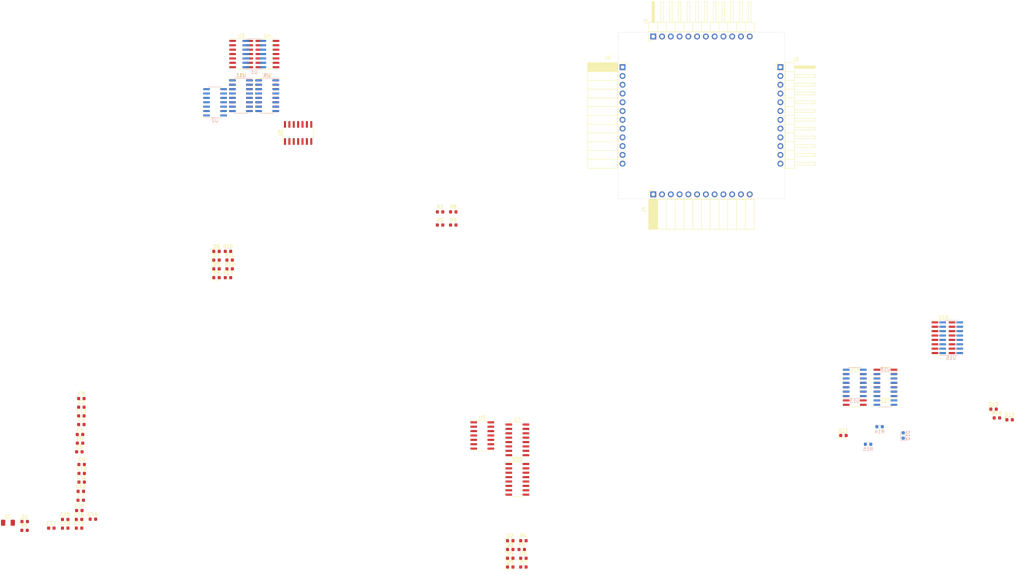
<source format=kicad_pcb>
(kicad_pcb (version 20171130) (host pcbnew 5.1.2)

  (general
    (thickness 1.6)
    (drawings 4)
    (tracks 0)
    (zones 0)
    (modules 71)
    (nets 111)
  )

  (page A4)
  (layers
    (0 F.Cu signal)
    (31 B.Cu signal)
    (32 B.Adhes user)
    (33 F.Adhes user)
    (34 B.Paste user)
    (35 F.Paste user)
    (36 B.SilkS user)
    (37 F.SilkS user)
    (38 B.Mask user)
    (39 F.Mask user)
    (40 Dwgs.User user)
    (41 Cmts.User user)
    (42 Eco1.User user)
    (43 Eco2.User user)
    (44 Edge.Cuts user)
    (45 Margin user)
    (46 B.CrtYd user)
    (47 F.CrtYd user)
    (48 B.Fab user hide)
    (49 F.Fab user)
  )

  (setup
    (last_trace_width 0.1524)
    (trace_clearance 0.1524)
    (zone_clearance 0.508)
    (zone_45_only no)
    (trace_min 0.1524)
    (via_size 0.6)
    (via_drill 0.3)
    (via_min_size 0.4)
    (via_min_drill 0.3)
    (uvia_size 0.3)
    (uvia_drill 0.1)
    (uvias_allowed no)
    (uvia_min_size 0.2)
    (uvia_min_drill 0.1)
    (edge_width 0.05)
    (segment_width 0.2)
    (pcb_text_width 0.3)
    (pcb_text_size 1.5 1.5)
    (mod_edge_width 0.12)
    (mod_text_size 1 1)
    (mod_text_width 0.15)
    (pad_size 1.524 1.524)
    (pad_drill 0.762)
    (pad_to_mask_clearance 0.051)
    (solder_mask_min_width 0.25)
    (aux_axis_origin 0 0)
    (visible_elements FFFFFF7F)
    (pcbplotparams
      (layerselection 0x010fc_ffffffff)
      (usegerberextensions false)
      (usegerberattributes false)
      (usegerberadvancedattributes false)
      (creategerberjobfile false)
      (excludeedgelayer true)
      (linewidth 0.100000)
      (plotframeref false)
      (viasonmask false)
      (mode 1)
      (useauxorigin false)
      (hpglpennumber 1)
      (hpglpenspeed 20)
      (hpglpendiameter 15.000000)
      (psnegative false)
      (psa4output false)
      (plotreference true)
      (plotvalue true)
      (plotinvisibletext false)
      (padsonsilk false)
      (subtractmaskfromsilk false)
      (outputformat 1)
      (mirror false)
      (drillshape 1)
      (scaleselection 1)
      (outputdirectory ""))
  )

  (net 0 "")
  (net 1 GND)
  (net 2 VCC)
  (net 3 "Net-(D1-Pad2)")
  (net 4 /LogicBlock/cfg29)
  (net 5 "Net-(D2-Pad2)")
  (net 6 "Net-(D3-Pad2)")
  (net 7 "Net-(D4-Pad2)")
  (net 8 "Net-(D5-Pad2)")
  (net 9 "Net-(D6-Pad1)")
  (net 10 "Net-(D6-Pad2)")
  (net 11 "Net-(D7-Pad1)")
  (net 12 "Net-(D7-Pad2)")
  (net 13 "Net-(D8-Pad2)")
  (net 14 /LogicBlock/LUTD/lut_in3_n)
  (net 15 /LogicBlock/LUTD/lut_b_en_n)
  (net 16 /LogicBlock/LUTD/lut_a_en_n)
  (net 17 /LogicBlock/LUTD/async_a)
  (net 18 /LogicBlock/LUTD/async_c)
  (net 19 /LogicBlock/LUTD/async_b)
  (net 20 /fabric_t3)
  (net 21 /fabric_t2)
  (net 22 /fabric_t1)
  (net 23 /fabric_t0)
  (net 24 "Net-(J1-Pad8)")
  (net 25 "Net-(J1-Pad7)")
  (net 26 /LogicBlock/isp_mosi)
  (net 27 /LogicBlock/isp_sck)
  (net 28 /LogicBlock/rst_n)
  (net 29 /LogicBlock/clk)
  (net 30 "Net-(J2-Pad7)")
  (net 31 "Net-(J2-Pad8)")
  (net 32 /fabric_l0)
  (net 33 /fabric_l1)
  (net 34 /fabric_l2)
  (net 35 /fabric_l3)
  (net 36 /LogicBlock/isp_miso)
  (net 37 "Net-(J3-Pad8)")
  (net 38 /fabric_b2)
  (net 39 /fabric_b1)
  (net 40 /fabric_b0)
  (net 41 "Net-(J4-Pad8)")
  (net 42 "Net-(R2-Pad2)")
  (net 43 /LogicBlock/lut_out_a)
  (net 44 /LogicBlock/lut_out_c)
  (net 45 /LogicBlock/lut_out_b)
  (net 46 /LogicBlock/lut_out_b_async)
  (net 47 "Net-(R8-Pad2)")
  (net 48 /LogicBlock/cfg28)
  (net 49 /LogicBlock/cfg31)
  (net 50 /LogicBlock/cfg0)
  (net 51 /LogicBlock/cfg1)
  (net 52 /LogicBlock/cfg2)
  (net 53 /LogicBlock/cfg3)
  (net 54 /LogicBlock/cfg4)
  (net 55 /LogicBlock/cfg5)
  (net 56 /LogicBlock/cfg6)
  (net 57 /LogicBlock/cfg7)
  (net 58 /LogicBlock/cfg15)
  (net 59 /LogicBlock/cfg16)
  (net 60 /LogicBlock/cfg17)
  (net 61 /LogicBlock/cfg18)
  (net 62 /LogicBlock/cfg19)
  (net 63 /LogicBlock/cfg20)
  (net 64 /LogicBlock/cfg21)
  (net 65 /LogicBlock/cfg22)
  (net 66 /LogicBlock/cfg23)
  (net 67 /LogicBlock/cfg14)
  (net 68 /LogicBlock/cfg13)
  (net 69 /LogicBlock/cfg12)
  (net 70 /LogicBlock/cfg11)
  (net 71 /LogicBlock/cfg10)
  (net 72 /LogicBlock/cfg9)
  (net 73 /LogicBlock/cfg8)
  (net 74 /LogicBlock/cfg30)
  (net 75 /LogicBlock/cfg27)
  (net 76 /LogicBlock/cfg26)
  (net 77 /LogicBlock/cfg25)
  (net 78 /LogicBlock/cfg24)
  (net 79 /LogicBlock/lut_in0)
  (net 80 /LogicBlock/lut_in2)
  (net 81 /LogicBlock/lut_in1)
  (net 82 /LogicBlock/lut_in3)
  (net 83 "Net-(U13-Pad13)")
  (net 84 "Net-(U13-Pad12)")
  (net 85 "Net-(U13-Pad11)")
  (net 86 "Net-(U13-Pad10)")
  (net 87 "Net-(U13-Pad6)")
  (net 88 "Net-(U13-Pad5)")
  (net 89 "Net-(U13-Pad4)")
  (net 90 "Net-(U13-Pad3)")
  (net 91 "Net-(U14-Pad6)")
  (net 92 /LogicBlock/LUTD/sync_a)
  (net 93 /LogicBlock/LUTD/sync_c)
  (net 94 /LogicBlock/LUTD/sync_b)
  (net 95 "Net-(U16-Pad15)")
  (net 96 "Net-(U16-Pad12)")
  (net 97 "Net-(U16-Pad10)")
  (net 98 "Net-(U17-Pad3)")
  (net 99 "Net-(U17-Pad4)")
  (net 100 "Net-(U17-Pad5)")
  (net 101 "Net-(U17-Pad6)")
  (net 102 "Net-(U17-Pad10)")
  (net 103 "Net-(U17-Pad11)")
  (net 104 "Net-(U17-Pad12)")
  (net 105 "Net-(U18-Pad6)")
  (net 106 "Net-(D8-Pad1)")
  (net 107 "Net-(D9-Pad2)")
  (net 108 "Net-(R3-Pad2)")
  (net 109 "Net-(R9-Pad2)")
  (net 110 /fabric_b3)

  (net_class Default "This is the default net class."
    (clearance 0.1524)
    (trace_width 0.1524)
    (via_dia 0.6)
    (via_drill 0.3)
    (uvia_dia 0.3)
    (uvia_drill 0.1)
    (add_net /LogicBlock/LUTD/async_a)
    (add_net /LogicBlock/LUTD/async_b)
    (add_net /LogicBlock/LUTD/async_c)
    (add_net /LogicBlock/LUTD/lut_a_en_n)
    (add_net /LogicBlock/LUTD/lut_b_en_n)
    (add_net /LogicBlock/LUTD/lut_in3_n)
    (add_net /LogicBlock/LUTD/sync_a)
    (add_net /LogicBlock/LUTD/sync_b)
    (add_net /LogicBlock/LUTD/sync_c)
    (add_net /LogicBlock/cfg0)
    (add_net /LogicBlock/cfg1)
    (add_net /LogicBlock/cfg10)
    (add_net /LogicBlock/cfg11)
    (add_net /LogicBlock/cfg12)
    (add_net /LogicBlock/cfg13)
    (add_net /LogicBlock/cfg14)
    (add_net /LogicBlock/cfg15)
    (add_net /LogicBlock/cfg16)
    (add_net /LogicBlock/cfg17)
    (add_net /LogicBlock/cfg18)
    (add_net /LogicBlock/cfg19)
    (add_net /LogicBlock/cfg2)
    (add_net /LogicBlock/cfg20)
    (add_net /LogicBlock/cfg21)
    (add_net /LogicBlock/cfg22)
    (add_net /LogicBlock/cfg23)
    (add_net /LogicBlock/cfg24)
    (add_net /LogicBlock/cfg25)
    (add_net /LogicBlock/cfg26)
    (add_net /LogicBlock/cfg27)
    (add_net /LogicBlock/cfg28)
    (add_net /LogicBlock/cfg29)
    (add_net /LogicBlock/cfg3)
    (add_net /LogicBlock/cfg30)
    (add_net /LogicBlock/cfg31)
    (add_net /LogicBlock/cfg4)
    (add_net /LogicBlock/cfg5)
    (add_net /LogicBlock/cfg6)
    (add_net /LogicBlock/cfg7)
    (add_net /LogicBlock/cfg8)
    (add_net /LogicBlock/cfg9)
    (add_net /LogicBlock/clk)
    (add_net /LogicBlock/isp_miso)
    (add_net /LogicBlock/isp_mosi)
    (add_net /LogicBlock/isp_sck)
    (add_net /LogicBlock/lut_in0)
    (add_net /LogicBlock/lut_in1)
    (add_net /LogicBlock/lut_in2)
    (add_net /LogicBlock/lut_in3)
    (add_net /LogicBlock/lut_out_a)
    (add_net /LogicBlock/lut_out_b)
    (add_net /LogicBlock/lut_out_b_async)
    (add_net /LogicBlock/lut_out_c)
    (add_net /LogicBlock/rst_n)
    (add_net /fabric_b0)
    (add_net /fabric_b1)
    (add_net /fabric_b2)
    (add_net /fabric_b3)
    (add_net /fabric_l0)
    (add_net /fabric_l1)
    (add_net /fabric_l2)
    (add_net /fabric_l3)
    (add_net /fabric_t0)
    (add_net /fabric_t1)
    (add_net /fabric_t2)
    (add_net /fabric_t3)
    (add_net GND)
    (add_net "Net-(D1-Pad2)")
    (add_net "Net-(D2-Pad2)")
    (add_net "Net-(D3-Pad2)")
    (add_net "Net-(D4-Pad2)")
    (add_net "Net-(D5-Pad2)")
    (add_net "Net-(D6-Pad1)")
    (add_net "Net-(D6-Pad2)")
    (add_net "Net-(D7-Pad1)")
    (add_net "Net-(D7-Pad2)")
    (add_net "Net-(D8-Pad1)")
    (add_net "Net-(D8-Pad2)")
    (add_net "Net-(D9-Pad2)")
    (add_net "Net-(J1-Pad7)")
    (add_net "Net-(J1-Pad8)")
    (add_net "Net-(J2-Pad7)")
    (add_net "Net-(J2-Pad8)")
    (add_net "Net-(J3-Pad8)")
    (add_net "Net-(J4-Pad8)")
    (add_net "Net-(R2-Pad2)")
    (add_net "Net-(R3-Pad2)")
    (add_net "Net-(R8-Pad2)")
    (add_net "Net-(R9-Pad2)")
    (add_net "Net-(U13-Pad10)")
    (add_net "Net-(U13-Pad11)")
    (add_net "Net-(U13-Pad12)")
    (add_net "Net-(U13-Pad13)")
    (add_net "Net-(U13-Pad3)")
    (add_net "Net-(U13-Pad4)")
    (add_net "Net-(U13-Pad5)")
    (add_net "Net-(U13-Pad6)")
    (add_net "Net-(U14-Pad6)")
    (add_net "Net-(U16-Pad10)")
    (add_net "Net-(U16-Pad12)")
    (add_net "Net-(U16-Pad15)")
    (add_net "Net-(U17-Pad10)")
    (add_net "Net-(U17-Pad11)")
    (add_net "Net-(U17-Pad12)")
    (add_net "Net-(U17-Pad3)")
    (add_net "Net-(U17-Pad4)")
    (add_net "Net-(U17-Pad5)")
    (add_net "Net-(U17-Pad6)")
    (add_net "Net-(U18-Pad6)")
    (add_net VCC)
  )

  (module Package_SO:SOIC-16_3.9x9.9mm_P1.27mm (layer F.Cu) (tedit 5C97300E) (tstamp 5CF7D198)
    (at 98.995 61.595)
    (descr "SOIC, 16 Pin (JEDEC MS-012AC, https://www.analog.com/media/en/package-pcb-resources/package/pkg_pdf/soic_narrow-r/r_16.pdf), generated with kicad-footprint-generator ipc_gullwing_generator.py")
    (tags "SOIC SO")
    (path /5D77FDBE/5DDDB233)
    (attr smd)
    (fp_text reference U8 (at 0 -5.9) (layer F.SilkS)
      (effects (font (size 1 1) (thickness 0.15)))
    )
    (fp_text value 74251 (at 0 5.9) (layer F.Fab)
      (effects (font (size 1 1) (thickness 0.15)))
    )
    (fp_line (start 0 5.06) (end 1.95 5.06) (layer F.SilkS) (width 0.12))
    (fp_line (start 0 5.06) (end -1.95 5.06) (layer F.SilkS) (width 0.12))
    (fp_line (start 0 -5.06) (end 1.95 -5.06) (layer F.SilkS) (width 0.12))
    (fp_line (start 0 -5.06) (end -3.45 -5.06) (layer F.SilkS) (width 0.12))
    (fp_line (start -0.975 -4.95) (end 1.95 -4.95) (layer F.Fab) (width 0.1))
    (fp_line (start 1.95 -4.95) (end 1.95 4.95) (layer F.Fab) (width 0.1))
    (fp_line (start 1.95 4.95) (end -1.95 4.95) (layer F.Fab) (width 0.1))
    (fp_line (start -1.95 4.95) (end -1.95 -3.975) (layer F.Fab) (width 0.1))
    (fp_line (start -1.95 -3.975) (end -0.975 -4.95) (layer F.Fab) (width 0.1))
    (fp_line (start -3.7 -5.2) (end -3.7 5.2) (layer F.CrtYd) (width 0.05))
    (fp_line (start -3.7 5.2) (end 3.7 5.2) (layer F.CrtYd) (width 0.05))
    (fp_line (start 3.7 5.2) (end 3.7 -5.2) (layer F.CrtYd) (width 0.05))
    (fp_line (start 3.7 -5.2) (end -3.7 -5.2) (layer F.CrtYd) (width 0.05))
    (fp_text user %R (at 0 0) (layer F.Fab)
      (effects (font (size 0.98 0.98) (thickness 0.15)))
    )
    (pad 1 smd roundrect (at -2.475 -4.445) (size 1.95 0.6) (layers F.Cu F.Paste F.Mask) (roundrect_rratio 0.25)
      (net 34 /fabric_l2))
    (pad 2 smd roundrect (at -2.475 -3.175) (size 1.95 0.6) (layers F.Cu F.Paste F.Mask) (roundrect_rratio 0.25)
      (net 33 /fabric_l1))
    (pad 3 smd roundrect (at -2.475 -1.905) (size 1.95 0.6) (layers F.Cu F.Paste F.Mask) (roundrect_rratio 0.25)
      (net 32 /fabric_l0))
    (pad 4 smd roundrect (at -2.475 -0.635) (size 1.95 0.6) (layers F.Cu F.Paste F.Mask) (roundrect_rratio 0.25)
      (net 38 /fabric_b2))
    (pad 5 smd roundrect (at -2.475 0.635) (size 1.95 0.6) (layers F.Cu F.Paste F.Mask) (roundrect_rratio 0.25)
      (net 79 /LogicBlock/lut_in0))
    (pad 6 smd roundrect (at -2.475 1.905) (size 1.95 0.6) (layers F.Cu F.Paste F.Mask) (roundrect_rratio 0.25)
      (net 9 "Net-(D6-Pad1)"))
    (pad 7 smd roundrect (at -2.475 3.175) (size 1.95 0.6) (layers F.Cu F.Paste F.Mask) (roundrect_rratio 0.25)
      (net 1 GND))
    (pad 8 smd roundrect (at -2.475 4.445) (size 1.95 0.6) (layers F.Cu F.Paste F.Mask) (roundrect_rratio 0.25)
      (net 1 GND))
    (pad 9 smd roundrect (at 2.475 4.445) (size 1.95 0.6) (layers F.Cu F.Paste F.Mask) (roundrect_rratio 0.25)
      (net 61 /LogicBlock/cfg18))
    (pad 10 smd roundrect (at 2.475 3.175) (size 1.95 0.6) (layers F.Cu F.Paste F.Mask) (roundrect_rratio 0.25)
      (net 60 /LogicBlock/cfg17))
    (pad 11 smd roundrect (at 2.475 1.905) (size 1.95 0.6) (layers F.Cu F.Paste F.Mask) (roundrect_rratio 0.25)
      (net 59 /LogicBlock/cfg16))
    (pad 12 smd roundrect (at 2.475 0.635) (size 1.95 0.6) (layers F.Cu F.Paste F.Mask) (roundrect_rratio 0.25)
      (net 23 /fabric_t0))
    (pad 13 smd roundrect (at 2.475 -0.635) (size 1.95 0.6) (layers F.Cu F.Paste F.Mask) (roundrect_rratio 0.25)
      (net 39 /fabric_b1))
    (pad 14 smd roundrect (at 2.475 -1.905) (size 1.95 0.6) (layers F.Cu F.Paste F.Mask) (roundrect_rratio 0.25)
      (net 40 /fabric_b0))
    (pad 15 smd roundrect (at 2.475 -3.175) (size 1.95 0.6) (layers F.Cu F.Paste F.Mask) (roundrect_rratio 0.25)
      (net 35 /fabric_l3))
    (pad 16 smd roundrect (at 2.475 -4.445) (size 1.95 0.6) (layers F.Cu F.Paste F.Mask) (roundrect_rratio 0.25)
      (net 2 VCC))
    (model ${KISYS3DMOD}/Package_SO.3dshapes/SOIC-16_3.9x9.9mm_P1.27mm.wrl
      (at (xyz 0 0 0))
      (scale (xyz 1 1 1))
      (rotate (xyz 0 0 0))
    )
  )

  (module Capacitor_SMD:C_0603_1608Metric (layer F.Cu) (tedit 5B301BBE) (tstamp 5CF2C299)
    (at 52.776001 151.830001)
    (descr "Capacitor SMD 0603 (1608 Metric), square (rectangular) end terminal, IPC_7351 nominal, (Body size source: http://www.tortai-tech.com/upload/download/2011102023233369053.pdf), generated with kicad-footprint-generator")
    (tags capacitor)
    (path /5D77FDBE/5D1457D8)
    (attr smd)
    (fp_text reference C2 (at 0 -1.43) (layer F.SilkS)
      (effects (font (size 1 1) (thickness 0.15)))
    )
    (fp_text value 100n (at 0 1.43) (layer F.Fab)
      (effects (font (size 1 1) (thickness 0.15)))
    )
    (fp_text user %R (at 0 0) (layer F.Fab)
      (effects (font (size 0.4 0.4) (thickness 0.06)))
    )
    (fp_line (start 1.48 0.73) (end -1.48 0.73) (layer F.CrtYd) (width 0.05))
    (fp_line (start 1.48 -0.73) (end 1.48 0.73) (layer F.CrtYd) (width 0.05))
    (fp_line (start -1.48 -0.73) (end 1.48 -0.73) (layer F.CrtYd) (width 0.05))
    (fp_line (start -1.48 0.73) (end -1.48 -0.73) (layer F.CrtYd) (width 0.05))
    (fp_line (start -0.162779 0.51) (end 0.162779 0.51) (layer F.SilkS) (width 0.12))
    (fp_line (start -0.162779 -0.51) (end 0.162779 -0.51) (layer F.SilkS) (width 0.12))
    (fp_line (start 0.8 0.4) (end -0.8 0.4) (layer F.Fab) (width 0.1))
    (fp_line (start 0.8 -0.4) (end 0.8 0.4) (layer F.Fab) (width 0.1))
    (fp_line (start -0.8 -0.4) (end 0.8 -0.4) (layer F.Fab) (width 0.1))
    (fp_line (start -0.8 0.4) (end -0.8 -0.4) (layer F.Fab) (width 0.1))
    (pad 2 smd roundrect (at 0.7875 0) (size 0.875 0.95) (layers F.Cu F.Paste F.Mask) (roundrect_rratio 0.25)
      (net 1 GND))
    (pad 1 smd roundrect (at -0.7875 0) (size 0.875 0.95) (layers F.Cu F.Paste F.Mask) (roundrect_rratio 0.25)
      (net 2 VCC))
    (model ${KISYS3DMOD}/Capacitor_SMD.3dshapes/C_0603_1608Metric.wrl
      (at (xyz 0 0 0))
      (scale (xyz 1 1 1))
      (rotate (xyz 0 0 0))
    )
  )

  (module Capacitor_SMD:C_0603_1608Metric (layer F.Cu) (tedit 5B301BBE) (tstamp 5CF2C2AA)
    (at 52.776001 156.850001)
    (descr "Capacitor SMD 0603 (1608 Metric), square (rectangular) end terminal, IPC_7351 nominal, (Body size source: http://www.tortai-tech.com/upload/download/2011102023233369053.pdf), generated with kicad-footprint-generator")
    (tags capacitor)
    (path /5D77FDBE/5D14873A)
    (attr smd)
    (fp_text reference C3 (at 0 -1.43) (layer F.SilkS)
      (effects (font (size 1 1) (thickness 0.15)))
    )
    (fp_text value 100n (at 0 1.43) (layer F.Fab)
      (effects (font (size 1 1) (thickness 0.15)))
    )
    (fp_text user %R (at 0 0) (layer F.Fab)
      (effects (font (size 0.4 0.4) (thickness 0.06)))
    )
    (fp_line (start 1.48 0.73) (end -1.48 0.73) (layer F.CrtYd) (width 0.05))
    (fp_line (start 1.48 -0.73) (end 1.48 0.73) (layer F.CrtYd) (width 0.05))
    (fp_line (start -1.48 -0.73) (end 1.48 -0.73) (layer F.CrtYd) (width 0.05))
    (fp_line (start -1.48 0.73) (end -1.48 -0.73) (layer F.CrtYd) (width 0.05))
    (fp_line (start -0.162779 0.51) (end 0.162779 0.51) (layer F.SilkS) (width 0.12))
    (fp_line (start -0.162779 -0.51) (end 0.162779 -0.51) (layer F.SilkS) (width 0.12))
    (fp_line (start 0.8 0.4) (end -0.8 0.4) (layer F.Fab) (width 0.1))
    (fp_line (start 0.8 -0.4) (end 0.8 0.4) (layer F.Fab) (width 0.1))
    (fp_line (start -0.8 -0.4) (end 0.8 -0.4) (layer F.Fab) (width 0.1))
    (fp_line (start -0.8 0.4) (end -0.8 -0.4) (layer F.Fab) (width 0.1))
    (pad 2 smd roundrect (at 0.7875 0) (size 0.875 0.95) (layers F.Cu F.Paste F.Mask) (roundrect_rratio 0.25)
      (net 1 GND))
    (pad 1 smd roundrect (at -0.7875 0) (size 0.875 0.95) (layers F.Cu F.Paste F.Mask) (roundrect_rratio 0.25)
      (net 2 VCC))
    (model ${KISYS3DMOD}/Capacitor_SMD.3dshapes/C_0603_1608Metric.wrl
      (at (xyz 0 0 0))
      (scale (xyz 1 1 1))
      (rotate (xyz 0 0 0))
    )
  )

  (module Capacitor_SMD:C_0603_1608Metric (layer F.Cu) (tedit 5B301BBE) (tstamp 5CF2C2BB)
    (at 52.386001 159.730001)
    (descr "Capacitor SMD 0603 (1608 Metric), square (rectangular) end terminal, IPC_7351 nominal, (Body size source: http://www.tortai-tech.com/upload/download/2011102023233369053.pdf), generated with kicad-footprint-generator")
    (tags capacitor)
    (path /5D77FDBE/5D148C32)
    (attr smd)
    (fp_text reference C4 (at 0 -1.43) (layer F.SilkS)
      (effects (font (size 1 1) (thickness 0.15)))
    )
    (fp_text value 100n (at 0 1.43) (layer F.Fab)
      (effects (font (size 1 1) (thickness 0.15)))
    )
    (fp_line (start -0.8 0.4) (end -0.8 -0.4) (layer F.Fab) (width 0.1))
    (fp_line (start -0.8 -0.4) (end 0.8 -0.4) (layer F.Fab) (width 0.1))
    (fp_line (start 0.8 -0.4) (end 0.8 0.4) (layer F.Fab) (width 0.1))
    (fp_line (start 0.8 0.4) (end -0.8 0.4) (layer F.Fab) (width 0.1))
    (fp_line (start -0.162779 -0.51) (end 0.162779 -0.51) (layer F.SilkS) (width 0.12))
    (fp_line (start -0.162779 0.51) (end 0.162779 0.51) (layer F.SilkS) (width 0.12))
    (fp_line (start -1.48 0.73) (end -1.48 -0.73) (layer F.CrtYd) (width 0.05))
    (fp_line (start -1.48 -0.73) (end 1.48 -0.73) (layer F.CrtYd) (width 0.05))
    (fp_line (start 1.48 -0.73) (end 1.48 0.73) (layer F.CrtYd) (width 0.05))
    (fp_line (start 1.48 0.73) (end -1.48 0.73) (layer F.CrtYd) (width 0.05))
    (fp_text user %R (at 0 0) (layer F.Fab)
      (effects (font (size 0.4 0.4) (thickness 0.06)))
    )
    (pad 1 smd roundrect (at -0.7875 0) (size 0.875 0.95) (layers F.Cu F.Paste F.Mask) (roundrect_rratio 0.25)
      (net 2 VCC))
    (pad 2 smd roundrect (at 0.7875 0) (size 0.875 0.95) (layers F.Cu F.Paste F.Mask) (roundrect_rratio 0.25)
      (net 1 GND))
    (model ${KISYS3DMOD}/Capacitor_SMD.3dshapes/C_0603_1608Metric.wrl
      (at (xyz 0 0 0))
      (scale (xyz 1 1 1))
      (rotate (xyz 0 0 0))
    )
  )

  (module Capacitor_SMD:C_0603_1608Metric (layer F.Cu) (tedit 5B301BBE) (tstamp 5CF2C2CC)
    (at 52.196001 164.750001)
    (descr "Capacitor SMD 0603 (1608 Metric), square (rectangular) end terminal, IPC_7351 nominal, (Body size source: http://www.tortai-tech.com/upload/download/2011102023233369053.pdf), generated with kicad-footprint-generator")
    (tags capacitor)
    (path /5D77FDBE/5D1490B6)
    (attr smd)
    (fp_text reference C5 (at 0 -1.43) (layer F.SilkS)
      (effects (font (size 1 1) (thickness 0.15)))
    )
    (fp_text value 100n (at 0 1.43) (layer F.Fab)
      (effects (font (size 1 1) (thickness 0.15)))
    )
    (fp_text user %R (at 0 0) (layer F.Fab)
      (effects (font (size 0.4 0.4) (thickness 0.06)))
    )
    (fp_line (start 1.48 0.73) (end -1.48 0.73) (layer F.CrtYd) (width 0.05))
    (fp_line (start 1.48 -0.73) (end 1.48 0.73) (layer F.CrtYd) (width 0.05))
    (fp_line (start -1.48 -0.73) (end 1.48 -0.73) (layer F.CrtYd) (width 0.05))
    (fp_line (start -1.48 0.73) (end -1.48 -0.73) (layer F.CrtYd) (width 0.05))
    (fp_line (start -0.162779 0.51) (end 0.162779 0.51) (layer F.SilkS) (width 0.12))
    (fp_line (start -0.162779 -0.51) (end 0.162779 -0.51) (layer F.SilkS) (width 0.12))
    (fp_line (start 0.8 0.4) (end -0.8 0.4) (layer F.Fab) (width 0.1))
    (fp_line (start 0.8 -0.4) (end 0.8 0.4) (layer F.Fab) (width 0.1))
    (fp_line (start -0.8 -0.4) (end 0.8 -0.4) (layer F.Fab) (width 0.1))
    (fp_line (start -0.8 0.4) (end -0.8 -0.4) (layer F.Fab) (width 0.1))
    (pad 2 smd roundrect (at 0.7875 0) (size 0.875 0.95) (layers F.Cu F.Paste F.Mask) (roundrect_rratio 0.25)
      (net 1 GND))
    (pad 1 smd roundrect (at -0.7875 0) (size 0.875 0.95) (layers F.Cu F.Paste F.Mask) (roundrect_rratio 0.25)
      (net 2 VCC))
    (model ${KISYS3DMOD}/Capacitor_SMD.3dshapes/C_0603_1608Metric.wrl
      (at (xyz 0 0 0))
      (scale (xyz 1 1 1))
      (rotate (xyz 0 0 0))
    )
  )

  (module Capacitor_SMD:C_0603_1608Metric (layer F.Cu) (tedit 5B301BBE) (tstamp 5CF2C2DD)
    (at 52.396001 162.240001)
    (descr "Capacitor SMD 0603 (1608 Metric), square (rectangular) end terminal, IPC_7351 nominal, (Body size source: http://www.tortai-tech.com/upload/download/2011102023233369053.pdf), generated with kicad-footprint-generator")
    (tags capacitor)
    (path /5D77FDBE/5D25277D)
    (attr smd)
    (fp_text reference C6 (at 0 -1.43) (layer F.SilkS)
      (effects (font (size 1 1) (thickness 0.15)))
    )
    (fp_text value 100n (at 0 1.43) (layer F.Fab)
      (effects (font (size 1 1) (thickness 0.15)))
    )
    (fp_line (start -0.8 0.4) (end -0.8 -0.4) (layer F.Fab) (width 0.1))
    (fp_line (start -0.8 -0.4) (end 0.8 -0.4) (layer F.Fab) (width 0.1))
    (fp_line (start 0.8 -0.4) (end 0.8 0.4) (layer F.Fab) (width 0.1))
    (fp_line (start 0.8 0.4) (end -0.8 0.4) (layer F.Fab) (width 0.1))
    (fp_line (start -0.162779 -0.51) (end 0.162779 -0.51) (layer F.SilkS) (width 0.12))
    (fp_line (start -0.162779 0.51) (end 0.162779 0.51) (layer F.SilkS) (width 0.12))
    (fp_line (start -1.48 0.73) (end -1.48 -0.73) (layer F.CrtYd) (width 0.05))
    (fp_line (start -1.48 -0.73) (end 1.48 -0.73) (layer F.CrtYd) (width 0.05))
    (fp_line (start 1.48 -0.73) (end 1.48 0.73) (layer F.CrtYd) (width 0.05))
    (fp_line (start 1.48 0.73) (end -1.48 0.73) (layer F.CrtYd) (width 0.05))
    (fp_text user %R (at 0 0) (layer F.Fab)
      (effects (font (size 0.4 0.4) (thickness 0.06)))
    )
    (pad 1 smd roundrect (at -0.7875 0) (size 0.875 0.95) (layers F.Cu F.Paste F.Mask) (roundrect_rratio 0.25)
      (net 2 VCC))
    (pad 2 smd roundrect (at 0.7875 0) (size 0.875 0.95) (layers F.Cu F.Paste F.Mask) (roundrect_rratio 0.25)
      (net 1 GND))
    (model ${KISYS3DMOD}/Capacitor_SMD.3dshapes/C_0603_1608Metric.wrl
      (at (xyz 0 0 0))
      (scale (xyz 1 1 1))
      (rotate (xyz 0 0 0))
    )
  )

  (module Capacitor_SMD:C_0603_1608Metric (layer F.Cu) (tedit 5B301BBE) (tstamp 5CF2C2EE)
    (at 52.586001 178.780001)
    (descr "Capacitor SMD 0603 (1608 Metric), square (rectangular) end terminal, IPC_7351 nominal, (Body size source: http://www.tortai-tech.com/upload/download/2011102023233369053.pdf), generated with kicad-footprint-generator")
    (tags capacitor)
    (path /5D77FDBE/5D252787)
    (attr smd)
    (fp_text reference C7 (at 0 -1.43) (layer F.SilkS)
      (effects (font (size 1 1) (thickness 0.15)))
    )
    (fp_text value 100n (at 0 1.43) (layer F.Fab)
      (effects (font (size 1 1) (thickness 0.15)))
    )
    (fp_text user %R (at 0 0) (layer F.Fab)
      (effects (font (size 0.4 0.4) (thickness 0.06)))
    )
    (fp_line (start 1.48 0.73) (end -1.48 0.73) (layer F.CrtYd) (width 0.05))
    (fp_line (start 1.48 -0.73) (end 1.48 0.73) (layer F.CrtYd) (width 0.05))
    (fp_line (start -1.48 -0.73) (end 1.48 -0.73) (layer F.CrtYd) (width 0.05))
    (fp_line (start -1.48 0.73) (end -1.48 -0.73) (layer F.CrtYd) (width 0.05))
    (fp_line (start -0.162779 0.51) (end 0.162779 0.51) (layer F.SilkS) (width 0.12))
    (fp_line (start -0.162779 -0.51) (end 0.162779 -0.51) (layer F.SilkS) (width 0.12))
    (fp_line (start 0.8 0.4) (end -0.8 0.4) (layer F.Fab) (width 0.1))
    (fp_line (start 0.8 -0.4) (end 0.8 0.4) (layer F.Fab) (width 0.1))
    (fp_line (start -0.8 -0.4) (end 0.8 -0.4) (layer F.Fab) (width 0.1))
    (fp_line (start -0.8 0.4) (end -0.8 -0.4) (layer F.Fab) (width 0.1))
    (pad 2 smd roundrect (at 0.7875 0) (size 0.875 0.95) (layers F.Cu F.Paste F.Mask) (roundrect_rratio 0.25)
      (net 1 GND))
    (pad 1 smd roundrect (at -0.7875 0) (size 0.875 0.95) (layers F.Cu F.Paste F.Mask) (roundrect_rratio 0.25)
      (net 2 VCC))
    (model ${KISYS3DMOD}/Capacitor_SMD.3dshapes/C_0603_1608Metric.wrl
      (at (xyz 0 0 0))
      (scale (xyz 1 1 1))
      (rotate (xyz 0 0 0))
    )
  )

  (module Capacitor_SMD:C_0603_1608Metric (layer F.Cu) (tedit 5B301BBE) (tstamp 5CF2C2FF)
    (at 52.776001 149.320001)
    (descr "Capacitor SMD 0603 (1608 Metric), square (rectangular) end terminal, IPC_7351 nominal, (Body size source: http://www.tortai-tech.com/upload/download/2011102023233369053.pdf), generated with kicad-footprint-generator")
    (tags capacitor)
    (path /5D77FDBE/5D252791)
    (attr smd)
    (fp_text reference C8 (at 0 -1.43) (layer F.SilkS)
      (effects (font (size 1 1) (thickness 0.15)))
    )
    (fp_text value 100n (at 0 1.43) (layer F.Fab)
      (effects (font (size 1 1) (thickness 0.15)))
    )
    (fp_line (start -0.8 0.4) (end -0.8 -0.4) (layer F.Fab) (width 0.1))
    (fp_line (start -0.8 -0.4) (end 0.8 -0.4) (layer F.Fab) (width 0.1))
    (fp_line (start 0.8 -0.4) (end 0.8 0.4) (layer F.Fab) (width 0.1))
    (fp_line (start 0.8 0.4) (end -0.8 0.4) (layer F.Fab) (width 0.1))
    (fp_line (start -0.162779 -0.51) (end 0.162779 -0.51) (layer F.SilkS) (width 0.12))
    (fp_line (start -0.162779 0.51) (end 0.162779 0.51) (layer F.SilkS) (width 0.12))
    (fp_line (start -1.48 0.73) (end -1.48 -0.73) (layer F.CrtYd) (width 0.05))
    (fp_line (start -1.48 -0.73) (end 1.48 -0.73) (layer F.CrtYd) (width 0.05))
    (fp_line (start 1.48 -0.73) (end 1.48 0.73) (layer F.CrtYd) (width 0.05))
    (fp_line (start 1.48 0.73) (end -1.48 0.73) (layer F.CrtYd) (width 0.05))
    (fp_text user %R (at 0 0) (layer F.Fab)
      (effects (font (size 0.4 0.4) (thickness 0.06)))
    )
    (pad 1 smd roundrect (at -0.7875 0) (size 0.875 0.95) (layers F.Cu F.Paste F.Mask) (roundrect_rratio 0.25)
      (net 2 VCC))
    (pad 2 smd roundrect (at 0.7875 0) (size 0.875 0.95) (layers F.Cu F.Paste F.Mask) (roundrect_rratio 0.25)
      (net 1 GND))
    (model ${KISYS3DMOD}/Capacitor_SMD.3dshapes/C_0603_1608Metric.wrl
      (at (xyz 0 0 0))
      (scale (xyz 1 1 1))
      (rotate (xyz 0 0 0))
    )
  )

  (module Capacitor_SMD:C_0603_1608Metric (layer F.Cu) (tedit 5B301BBE) (tstamp 5CF2C310)
    (at 52.8575 168.420001)
    (descr "Capacitor SMD 0603 (1608 Metric), square (rectangular) end terminal, IPC_7351 nominal, (Body size source: http://www.tortai-tech.com/upload/download/2011102023233369053.pdf), generated with kicad-footprint-generator")
    (tags capacitor)
    (path /5D77FDBE/5D25279B)
    (attr smd)
    (fp_text reference C9 (at 0 -1.43) (layer F.SilkS)
      (effects (font (size 1 1) (thickness 0.15)))
    )
    (fp_text value 100n (at 0 1.43) (layer F.Fab)
      (effects (font (size 1 1) (thickness 0.15)))
    )
    (fp_text user %R (at 0 0) (layer F.Fab)
      (effects (font (size 0.4 0.4) (thickness 0.06)))
    )
    (fp_line (start 1.48 0.73) (end -1.48 0.73) (layer F.CrtYd) (width 0.05))
    (fp_line (start 1.48 -0.73) (end 1.48 0.73) (layer F.CrtYd) (width 0.05))
    (fp_line (start -1.48 -0.73) (end 1.48 -0.73) (layer F.CrtYd) (width 0.05))
    (fp_line (start -1.48 0.73) (end -1.48 -0.73) (layer F.CrtYd) (width 0.05))
    (fp_line (start -0.162779 0.51) (end 0.162779 0.51) (layer F.SilkS) (width 0.12))
    (fp_line (start -0.162779 -0.51) (end 0.162779 -0.51) (layer F.SilkS) (width 0.12))
    (fp_line (start 0.8 0.4) (end -0.8 0.4) (layer F.Fab) (width 0.1))
    (fp_line (start 0.8 -0.4) (end 0.8 0.4) (layer F.Fab) (width 0.1))
    (fp_line (start -0.8 -0.4) (end 0.8 -0.4) (layer F.Fab) (width 0.1))
    (fp_line (start -0.8 0.4) (end -0.8 -0.4) (layer F.Fab) (width 0.1))
    (pad 2 smd roundrect (at 0.7875 0) (size 0.875 0.95) (layers F.Cu F.Paste F.Mask) (roundrect_rratio 0.25)
      (net 1 GND))
    (pad 1 smd roundrect (at -0.7875 0) (size 0.875 0.95) (layers F.Cu F.Paste F.Mask) (roundrect_rratio 0.25)
      (net 2 VCC))
    (model ${KISYS3DMOD}/Capacitor_SMD.3dshapes/C_0603_1608Metric.wrl
      (at (xyz 0 0 0))
      (scale (xyz 1 1 1))
      (rotate (xyz 0 0 0))
    )
  )

  (module Capacitor_SMD:C_0603_1608Metric (layer F.Cu) (tedit 5B301BBE) (tstamp 5CF2C321)
    (at 52.866001 171.010001)
    (descr "Capacitor SMD 0603 (1608 Metric), square (rectangular) end terminal, IPC_7351 nominal, (Body size source: http://www.tortai-tech.com/upload/download/2011102023233369053.pdf), generated with kicad-footprint-generator")
    (tags capacitor)
    (path /5D77FDBE/5D28B2CB)
    (attr smd)
    (fp_text reference C10 (at 0 -1.43) (layer F.SilkS)
      (effects (font (size 1 1) (thickness 0.15)))
    )
    (fp_text value 100n (at 0 1.43) (layer F.Fab)
      (effects (font (size 1 1) (thickness 0.15)))
    )
    (fp_line (start -0.8 0.4) (end -0.8 -0.4) (layer F.Fab) (width 0.1))
    (fp_line (start -0.8 -0.4) (end 0.8 -0.4) (layer F.Fab) (width 0.1))
    (fp_line (start 0.8 -0.4) (end 0.8 0.4) (layer F.Fab) (width 0.1))
    (fp_line (start 0.8 0.4) (end -0.8 0.4) (layer F.Fab) (width 0.1))
    (fp_line (start -0.162779 -0.51) (end 0.162779 -0.51) (layer F.SilkS) (width 0.12))
    (fp_line (start -0.162779 0.51) (end 0.162779 0.51) (layer F.SilkS) (width 0.12))
    (fp_line (start -1.48 0.73) (end -1.48 -0.73) (layer F.CrtYd) (width 0.05))
    (fp_line (start -1.48 -0.73) (end 1.48 -0.73) (layer F.CrtYd) (width 0.05))
    (fp_line (start 1.48 -0.73) (end 1.48 0.73) (layer F.CrtYd) (width 0.05))
    (fp_line (start 1.48 0.73) (end -1.48 0.73) (layer F.CrtYd) (width 0.05))
    (fp_text user %R (at 0 0) (layer F.Fab)
      (effects (font (size 0.4 0.4) (thickness 0.06)))
    )
    (pad 1 smd roundrect (at -0.7875 0) (size 0.875 0.95) (layers F.Cu F.Paste F.Mask) (roundrect_rratio 0.25)
      (net 2 VCC))
    (pad 2 smd roundrect (at 0.7875 0) (size 0.875 0.95) (layers F.Cu F.Paste F.Mask) (roundrect_rratio 0.25)
      (net 1 GND))
    (model ${KISYS3DMOD}/Capacitor_SMD.3dshapes/C_0603_1608Metric.wrl
      (at (xyz 0 0 0))
      (scale (xyz 1 1 1))
      (rotate (xyz 0 0 0))
    )
  )

  (module Capacitor_SMD:C_0603_1608Metric (layer F.Cu) (tedit 5B301BBE) (tstamp 5CF2C332)
    (at 52.866001 173.520001)
    (descr "Capacitor SMD 0603 (1608 Metric), square (rectangular) end terminal, IPC_7351 nominal, (Body size source: http://www.tortai-tech.com/upload/download/2011102023233369053.pdf), generated with kicad-footprint-generator")
    (tags capacitor)
    (path /5D77FDBE/5D28B2D5)
    (attr smd)
    (fp_text reference C11 (at 0 -1.43) (layer F.SilkS)
      (effects (font (size 1 1) (thickness 0.15)))
    )
    (fp_text value 100n (at 0 1.43) (layer F.Fab)
      (effects (font (size 1 1) (thickness 0.15)))
    )
    (fp_text user %R (at 0 0) (layer F.Fab)
      (effects (font (size 0.4 0.4) (thickness 0.06)))
    )
    (fp_line (start 1.48 0.73) (end -1.48 0.73) (layer F.CrtYd) (width 0.05))
    (fp_line (start 1.48 -0.73) (end 1.48 0.73) (layer F.CrtYd) (width 0.05))
    (fp_line (start -1.48 -0.73) (end 1.48 -0.73) (layer F.CrtYd) (width 0.05))
    (fp_line (start -1.48 0.73) (end -1.48 -0.73) (layer F.CrtYd) (width 0.05))
    (fp_line (start -0.162779 0.51) (end 0.162779 0.51) (layer F.SilkS) (width 0.12))
    (fp_line (start -0.162779 -0.51) (end 0.162779 -0.51) (layer F.SilkS) (width 0.12))
    (fp_line (start 0.8 0.4) (end -0.8 0.4) (layer F.Fab) (width 0.1))
    (fp_line (start 0.8 -0.4) (end 0.8 0.4) (layer F.Fab) (width 0.1))
    (fp_line (start -0.8 -0.4) (end 0.8 -0.4) (layer F.Fab) (width 0.1))
    (fp_line (start -0.8 0.4) (end -0.8 -0.4) (layer F.Fab) (width 0.1))
    (pad 2 smd roundrect (at 0.7875 0) (size 0.875 0.95) (layers F.Cu F.Paste F.Mask) (roundrect_rratio 0.25)
      (net 1 GND))
    (pad 1 smd roundrect (at -0.7875 0) (size 0.875 0.95) (layers F.Cu F.Paste F.Mask) (roundrect_rratio 0.25)
      (net 2 VCC))
    (model ${KISYS3DMOD}/Capacitor_SMD.3dshapes/C_0603_1608Metric.wrl
      (at (xyz 0 0 0))
      (scale (xyz 1 1 1))
      (rotate (xyz 0 0 0))
    )
  )

  (module Capacitor_SMD:C_0603_1608Metric (layer F.Cu) (tedit 5B301BBE) (tstamp 5CF2C343)
    (at 52.626001 176.190001)
    (descr "Capacitor SMD 0603 (1608 Metric), square (rectangular) end terminal, IPC_7351 nominal, (Body size source: http://www.tortai-tech.com/upload/download/2011102023233369053.pdf), generated with kicad-footprint-generator")
    (tags capacitor)
    (path /5D77FDBE/5E74B4E0)
    (attr smd)
    (fp_text reference C12 (at 0 -1.43) (layer F.SilkS)
      (effects (font (size 1 1) (thickness 0.15)))
    )
    (fp_text value 100n (at 0 1.43) (layer F.Fab)
      (effects (font (size 1 1) (thickness 0.15)))
    )
    (fp_line (start -0.8 0.4) (end -0.8 -0.4) (layer F.Fab) (width 0.1))
    (fp_line (start -0.8 -0.4) (end 0.8 -0.4) (layer F.Fab) (width 0.1))
    (fp_line (start 0.8 -0.4) (end 0.8 0.4) (layer F.Fab) (width 0.1))
    (fp_line (start 0.8 0.4) (end -0.8 0.4) (layer F.Fab) (width 0.1))
    (fp_line (start -0.162779 -0.51) (end 0.162779 -0.51) (layer F.SilkS) (width 0.12))
    (fp_line (start -0.162779 0.51) (end 0.162779 0.51) (layer F.SilkS) (width 0.12))
    (fp_line (start -1.48 0.73) (end -1.48 -0.73) (layer F.CrtYd) (width 0.05))
    (fp_line (start -1.48 -0.73) (end 1.48 -0.73) (layer F.CrtYd) (width 0.05))
    (fp_line (start 1.48 -0.73) (end 1.48 0.73) (layer F.CrtYd) (width 0.05))
    (fp_line (start 1.48 0.73) (end -1.48 0.73) (layer F.CrtYd) (width 0.05))
    (fp_text user %R (at 0 0) (layer F.Fab)
      (effects (font (size 0.4 0.4) (thickness 0.06)))
    )
    (pad 1 smd roundrect (at -0.7875 0) (size 0.875 0.95) (layers F.Cu F.Paste F.Mask) (roundrect_rratio 0.25)
      (net 2 VCC))
    (pad 2 smd roundrect (at 0.7875 0) (size 0.875 0.95) (layers F.Cu F.Paste F.Mask) (roundrect_rratio 0.25)
      (net 1 GND))
    (model ${KISYS3DMOD}/Capacitor_SMD.3dshapes/C_0603_1608Metric.wrl
      (at (xyz 0 0 0))
      (scale (xyz 1 1 1))
      (rotate (xyz 0 0 0))
    )
  )

  (module Capacitor_SMD:C_0603_1608Metric (layer F.Cu) (tedit 5B301BBE) (tstamp 5CF2C354)
    (at 52.776001 154.340001)
    (descr "Capacitor SMD 0603 (1608 Metric), square (rectangular) end terminal, IPC_7351 nominal, (Body size source: http://www.tortai-tech.com/upload/download/2011102023233369053.pdf), generated with kicad-footprint-generator")
    (tags capacitor)
    (path /5D77FDBE/5E74B4EA)
    (attr smd)
    (fp_text reference C13 (at 0 -1.43) (layer F.SilkS)
      (effects (font (size 1 1) (thickness 0.15)))
    )
    (fp_text value 100n (at 0 1.43) (layer F.Fab)
      (effects (font (size 1 1) (thickness 0.15)))
    )
    (fp_line (start -0.8 0.4) (end -0.8 -0.4) (layer F.Fab) (width 0.1))
    (fp_line (start -0.8 -0.4) (end 0.8 -0.4) (layer F.Fab) (width 0.1))
    (fp_line (start 0.8 -0.4) (end 0.8 0.4) (layer F.Fab) (width 0.1))
    (fp_line (start 0.8 0.4) (end -0.8 0.4) (layer F.Fab) (width 0.1))
    (fp_line (start -0.162779 -0.51) (end 0.162779 -0.51) (layer F.SilkS) (width 0.12))
    (fp_line (start -0.162779 0.51) (end 0.162779 0.51) (layer F.SilkS) (width 0.12))
    (fp_line (start -1.48 0.73) (end -1.48 -0.73) (layer F.CrtYd) (width 0.05))
    (fp_line (start -1.48 -0.73) (end 1.48 -0.73) (layer F.CrtYd) (width 0.05))
    (fp_line (start 1.48 -0.73) (end 1.48 0.73) (layer F.CrtYd) (width 0.05))
    (fp_line (start 1.48 0.73) (end -1.48 0.73) (layer F.CrtYd) (width 0.05))
    (fp_text user %R (at 0 0) (layer F.Fab)
      (effects (font (size 0.4 0.4) (thickness 0.06)))
    )
    (pad 1 smd roundrect (at -0.7875 0) (size 0.875 0.95) (layers F.Cu F.Paste F.Mask) (roundrect_rratio 0.25)
      (net 2 VCC))
    (pad 2 smd roundrect (at 0.7875 0) (size 0.875 0.95) (layers F.Cu F.Paste F.Mask) (roundrect_rratio 0.25)
      (net 1 GND))
    (model ${KISYS3DMOD}/Capacitor_SMD.3dshapes/C_0603_1608Metric.wrl
      (at (xyz 0 0 0))
      (scale (xyz 1 1 1))
      (rotate (xyz 0 0 0))
    )
  )

  (module Capacitor_SMD:C_0603_1608Metric (layer F.Cu) (tedit 5B301BBE) (tstamp 5CF2C365)
    (at 56.116001 184.260001)
    (descr "Capacitor SMD 0603 (1608 Metric), square (rectangular) end terminal, IPC_7351 nominal, (Body size source: http://www.tortai-tech.com/upload/download/2011102023233369053.pdf), generated with kicad-footprint-generator")
    (tags capacitor)
    (path /5D77FDBE/5D7AF013/5D182B36)
    (attr smd)
    (fp_text reference C14 (at 0 -1.43) (layer F.SilkS)
      (effects (font (size 1 1) (thickness 0.15)))
    )
    (fp_text value 100n (at 0 1.43) (layer F.Fab)
      (effects (font (size 1 1) (thickness 0.15)))
    )
    (fp_line (start -0.8 0.4) (end -0.8 -0.4) (layer F.Fab) (width 0.1))
    (fp_line (start -0.8 -0.4) (end 0.8 -0.4) (layer F.Fab) (width 0.1))
    (fp_line (start 0.8 -0.4) (end 0.8 0.4) (layer F.Fab) (width 0.1))
    (fp_line (start 0.8 0.4) (end -0.8 0.4) (layer F.Fab) (width 0.1))
    (fp_line (start -0.162779 -0.51) (end 0.162779 -0.51) (layer F.SilkS) (width 0.12))
    (fp_line (start -0.162779 0.51) (end 0.162779 0.51) (layer F.SilkS) (width 0.12))
    (fp_line (start -1.48 0.73) (end -1.48 -0.73) (layer F.CrtYd) (width 0.05))
    (fp_line (start -1.48 -0.73) (end 1.48 -0.73) (layer F.CrtYd) (width 0.05))
    (fp_line (start 1.48 -0.73) (end 1.48 0.73) (layer F.CrtYd) (width 0.05))
    (fp_line (start 1.48 0.73) (end -1.48 0.73) (layer F.CrtYd) (width 0.05))
    (fp_text user %R (at 0 0) (layer F.Fab)
      (effects (font (size 0.4 0.4) (thickness 0.06)))
    )
    (pad 1 smd roundrect (at -0.7875 0) (size 0.875 0.95) (layers F.Cu F.Paste F.Mask) (roundrect_rratio 0.25)
      (net 2 VCC))
    (pad 2 smd roundrect (at 0.7875 0) (size 0.875 0.95) (layers F.Cu F.Paste F.Mask) (roundrect_rratio 0.25)
      (net 1 GND))
    (model ${KISYS3DMOD}/Capacitor_SMD.3dshapes/C_0603_1608Metric.wrl
      (at (xyz 0 0 0))
      (scale (xyz 1 1 1))
      (rotate (xyz 0 0 0))
    )
  )

  (module Capacitor_SMD:C_0603_1608Metric (layer F.Cu) (tedit 5B301BBE) (tstamp 5CF2C376)
    (at 48.096001 184.340001)
    (descr "Capacitor SMD 0603 (1608 Metric), square (rectangular) end terminal, IPC_7351 nominal, (Body size source: http://www.tortai-tech.com/upload/download/2011102023233369053.pdf), generated with kicad-footprint-generator")
    (tags capacitor)
    (path /5D77FDBE/5D7AF013/5D2FCFE7)
    (attr smd)
    (fp_text reference C15 (at 0 -1.43) (layer F.SilkS)
      (effects (font (size 1 1) (thickness 0.15)))
    )
    (fp_text value 100n (at 0 1.43) (layer F.Fab)
      (effects (font (size 1 1) (thickness 0.15)))
    )
    (fp_text user %R (at 0 0) (layer F.Fab)
      (effects (font (size 0.4 0.4) (thickness 0.06)))
    )
    (fp_line (start 1.48 0.73) (end -1.48 0.73) (layer F.CrtYd) (width 0.05))
    (fp_line (start 1.48 -0.73) (end 1.48 0.73) (layer F.CrtYd) (width 0.05))
    (fp_line (start -1.48 -0.73) (end 1.48 -0.73) (layer F.CrtYd) (width 0.05))
    (fp_line (start -1.48 0.73) (end -1.48 -0.73) (layer F.CrtYd) (width 0.05))
    (fp_line (start -0.162779 0.51) (end 0.162779 0.51) (layer F.SilkS) (width 0.12))
    (fp_line (start -0.162779 -0.51) (end 0.162779 -0.51) (layer F.SilkS) (width 0.12))
    (fp_line (start 0.8 0.4) (end -0.8 0.4) (layer F.Fab) (width 0.1))
    (fp_line (start 0.8 -0.4) (end 0.8 0.4) (layer F.Fab) (width 0.1))
    (fp_line (start -0.8 -0.4) (end 0.8 -0.4) (layer F.Fab) (width 0.1))
    (fp_line (start -0.8 0.4) (end -0.8 -0.4) (layer F.Fab) (width 0.1))
    (pad 2 smd roundrect (at 0.7875 0) (size 0.875 0.95) (layers F.Cu F.Paste F.Mask) (roundrect_rratio 0.25)
      (net 1 GND))
    (pad 1 smd roundrect (at -0.7875 0) (size 0.875 0.95) (layers F.Cu F.Paste F.Mask) (roundrect_rratio 0.25)
      (net 2 VCC))
    (model ${KISYS3DMOD}/Capacitor_SMD.3dshapes/C_0603_1608Metric.wrl
      (at (xyz 0 0 0))
      (scale (xyz 1 1 1))
      (rotate (xyz 0 0 0))
    )
  )

  (module Capacitor_SMD:C_0603_1608Metric (layer F.Cu) (tedit 5B301BBE) (tstamp 5CF2C387)
    (at 52.106001 184.340001)
    (descr "Capacitor SMD 0603 (1608 Metric), square (rectangular) end terminal, IPC_7351 nominal, (Body size source: http://www.tortai-tech.com/upload/download/2011102023233369053.pdf), generated with kicad-footprint-generator")
    (tags capacitor)
    (path /5D77FDBE/5D7AF013/5D2EACB1)
    (attr smd)
    (fp_text reference C16 (at 0 -1.43) (layer F.SilkS)
      (effects (font (size 1 1) (thickness 0.15)))
    )
    (fp_text value 100n (at 0 1.43) (layer F.Fab)
      (effects (font (size 1 1) (thickness 0.15)))
    )
    (fp_line (start -0.8 0.4) (end -0.8 -0.4) (layer F.Fab) (width 0.1))
    (fp_line (start -0.8 -0.4) (end 0.8 -0.4) (layer F.Fab) (width 0.1))
    (fp_line (start 0.8 -0.4) (end 0.8 0.4) (layer F.Fab) (width 0.1))
    (fp_line (start 0.8 0.4) (end -0.8 0.4) (layer F.Fab) (width 0.1))
    (fp_line (start -0.162779 -0.51) (end 0.162779 -0.51) (layer F.SilkS) (width 0.12))
    (fp_line (start -0.162779 0.51) (end 0.162779 0.51) (layer F.SilkS) (width 0.12))
    (fp_line (start -1.48 0.73) (end -1.48 -0.73) (layer F.CrtYd) (width 0.05))
    (fp_line (start -1.48 -0.73) (end 1.48 -0.73) (layer F.CrtYd) (width 0.05))
    (fp_line (start 1.48 -0.73) (end 1.48 0.73) (layer F.CrtYd) (width 0.05))
    (fp_line (start 1.48 0.73) (end -1.48 0.73) (layer F.CrtYd) (width 0.05))
    (fp_text user %R (at 0 0) (layer F.Fab)
      (effects (font (size 0.4 0.4) (thickness 0.06)))
    )
    (pad 1 smd roundrect (at -0.7875 0) (size 0.875 0.95) (layers F.Cu F.Paste F.Mask) (roundrect_rratio 0.25)
      (net 2 VCC))
    (pad 2 smd roundrect (at 0.7875 0) (size 0.875 0.95) (layers F.Cu F.Paste F.Mask) (roundrect_rratio 0.25)
      (net 1 GND))
    (model ${KISYS3DMOD}/Capacitor_SMD.3dshapes/C_0603_1608Metric.wrl
      (at (xyz 0 0 0))
      (scale (xyz 1 1 1))
      (rotate (xyz 0 0 0))
    )
  )

  (module Capacitor_SMD:C_0603_1608Metric (layer F.Cu) (tedit 5B301BBE) (tstamp 5CF2C398)
    (at 44.086001 186.850001)
    (descr "Capacitor SMD 0603 (1608 Metric), square (rectangular) end terminal, IPC_7351 nominal, (Body size source: http://www.tortai-tech.com/upload/download/2011102023233369053.pdf), generated with kicad-footprint-generator")
    (tags capacitor)
    (path /5D77FDBE/5D7AF013/5D2EACB7)
    (attr smd)
    (fp_text reference C17 (at 0 -1.43) (layer F.SilkS)
      (effects (font (size 1 1) (thickness 0.15)))
    )
    (fp_text value 100n (at 0 1.43) (layer F.Fab)
      (effects (font (size 1 1) (thickness 0.15)))
    )
    (fp_text user %R (at 0 0) (layer F.Fab)
      (effects (font (size 0.4 0.4) (thickness 0.06)))
    )
    (fp_line (start 1.48 0.73) (end -1.48 0.73) (layer F.CrtYd) (width 0.05))
    (fp_line (start 1.48 -0.73) (end 1.48 0.73) (layer F.CrtYd) (width 0.05))
    (fp_line (start -1.48 -0.73) (end 1.48 -0.73) (layer F.CrtYd) (width 0.05))
    (fp_line (start -1.48 0.73) (end -1.48 -0.73) (layer F.CrtYd) (width 0.05))
    (fp_line (start -0.162779 0.51) (end 0.162779 0.51) (layer F.SilkS) (width 0.12))
    (fp_line (start -0.162779 -0.51) (end 0.162779 -0.51) (layer F.SilkS) (width 0.12))
    (fp_line (start 0.8 0.4) (end -0.8 0.4) (layer F.Fab) (width 0.1))
    (fp_line (start 0.8 -0.4) (end 0.8 0.4) (layer F.Fab) (width 0.1))
    (fp_line (start -0.8 -0.4) (end 0.8 -0.4) (layer F.Fab) (width 0.1))
    (fp_line (start -0.8 0.4) (end -0.8 -0.4) (layer F.Fab) (width 0.1))
    (pad 2 smd roundrect (at 0.7875 0) (size 0.875 0.95) (layers F.Cu F.Paste F.Mask) (roundrect_rratio 0.25)
      (net 1 GND))
    (pad 1 smd roundrect (at -0.7875 0) (size 0.875 0.95) (layers F.Cu F.Paste F.Mask) (roundrect_rratio 0.25)
      (net 2 VCC))
    (model ${KISYS3DMOD}/Capacitor_SMD.3dshapes/C_0603_1608Metric.wrl
      (at (xyz 0 0 0))
      (scale (xyz 1 1 1))
      (rotate (xyz 0 0 0))
    )
  )

  (module Capacitor_SMD:C_0603_1608Metric (layer F.Cu) (tedit 5B301BBE) (tstamp 5CF2C3A9)
    (at 48.096001 186.850001)
    (descr "Capacitor SMD 0603 (1608 Metric), square (rectangular) end terminal, IPC_7351 nominal, (Body size source: http://www.tortai-tech.com/upload/download/2011102023233369053.pdf), generated with kicad-footprint-generator")
    (tags capacitor)
    (path /5D77FDBE/5D7AF013/5D2EACBD)
    (attr smd)
    (fp_text reference C18 (at 0 -1.43) (layer F.SilkS)
      (effects (font (size 1 1) (thickness 0.15)))
    )
    (fp_text value 100n (at 0 1.43) (layer F.Fab)
      (effects (font (size 1 1) (thickness 0.15)))
    )
    (fp_line (start -0.8 0.4) (end -0.8 -0.4) (layer F.Fab) (width 0.1))
    (fp_line (start -0.8 -0.4) (end 0.8 -0.4) (layer F.Fab) (width 0.1))
    (fp_line (start 0.8 -0.4) (end 0.8 0.4) (layer F.Fab) (width 0.1))
    (fp_line (start 0.8 0.4) (end -0.8 0.4) (layer F.Fab) (width 0.1))
    (fp_line (start -0.162779 -0.51) (end 0.162779 -0.51) (layer F.SilkS) (width 0.12))
    (fp_line (start -0.162779 0.51) (end 0.162779 0.51) (layer F.SilkS) (width 0.12))
    (fp_line (start -1.48 0.73) (end -1.48 -0.73) (layer F.CrtYd) (width 0.05))
    (fp_line (start -1.48 -0.73) (end 1.48 -0.73) (layer F.CrtYd) (width 0.05))
    (fp_line (start 1.48 -0.73) (end 1.48 0.73) (layer F.CrtYd) (width 0.05))
    (fp_line (start 1.48 0.73) (end -1.48 0.73) (layer F.CrtYd) (width 0.05))
    (fp_text user %R (at 0 0) (layer F.Fab)
      (effects (font (size 0.4 0.4) (thickness 0.06)))
    )
    (pad 1 smd roundrect (at -0.7875 0) (size 0.875 0.95) (layers F.Cu F.Paste F.Mask) (roundrect_rratio 0.25)
      (net 2 VCC))
    (pad 2 smd roundrect (at 0.7875 0) (size 0.875 0.95) (layers F.Cu F.Paste F.Mask) (roundrect_rratio 0.25)
      (net 1 GND))
    (model ${KISYS3DMOD}/Capacitor_SMD.3dshapes/C_0603_1608Metric.wrl
      (at (xyz 0 0 0))
      (scale (xyz 1 1 1))
      (rotate (xyz 0 0 0))
    )
  )

  (module Capacitor_SMD:C_0603_1608Metric (layer F.Cu) (tedit 5B301BBE) (tstamp 5CF2C3BA)
    (at 52.106001 186.850001)
    (descr "Capacitor SMD 0603 (1608 Metric), square (rectangular) end terminal, IPC_7351 nominal, (Body size source: http://www.tortai-tech.com/upload/download/2011102023233369053.pdf), generated with kicad-footprint-generator")
    (tags capacitor)
    (path /5D77FDBE/5D7AF013/5D2EACC3)
    (attr smd)
    (fp_text reference C19 (at 0 -1.43) (layer F.SilkS)
      (effects (font (size 1 1) (thickness 0.15)))
    )
    (fp_text value 100n (at 0 1.43) (layer F.Fab)
      (effects (font (size 1 1) (thickness 0.15)))
    )
    (fp_text user %R (at 0 0) (layer F.Fab)
      (effects (font (size 0.4 0.4) (thickness 0.06)))
    )
    (fp_line (start 1.48 0.73) (end -1.48 0.73) (layer F.CrtYd) (width 0.05))
    (fp_line (start 1.48 -0.73) (end 1.48 0.73) (layer F.CrtYd) (width 0.05))
    (fp_line (start -1.48 -0.73) (end 1.48 -0.73) (layer F.CrtYd) (width 0.05))
    (fp_line (start -1.48 0.73) (end -1.48 -0.73) (layer F.CrtYd) (width 0.05))
    (fp_line (start -0.162779 0.51) (end 0.162779 0.51) (layer F.SilkS) (width 0.12))
    (fp_line (start -0.162779 -0.51) (end 0.162779 -0.51) (layer F.SilkS) (width 0.12))
    (fp_line (start 0.8 0.4) (end -0.8 0.4) (layer F.Fab) (width 0.1))
    (fp_line (start 0.8 -0.4) (end 0.8 0.4) (layer F.Fab) (width 0.1))
    (fp_line (start -0.8 -0.4) (end 0.8 -0.4) (layer F.Fab) (width 0.1))
    (fp_line (start -0.8 0.4) (end -0.8 -0.4) (layer F.Fab) (width 0.1))
    (pad 2 smd roundrect (at 0.7875 0) (size 0.875 0.95) (layers F.Cu F.Paste F.Mask) (roundrect_rratio 0.25)
      (net 1 GND))
    (pad 1 smd roundrect (at -0.7875 0) (size 0.875 0.95) (layers F.Cu F.Paste F.Mask) (roundrect_rratio 0.25)
      (net 2 VCC))
    (model ${KISYS3DMOD}/Capacitor_SMD.3dshapes/C_0603_1608Metric.wrl
      (at (xyz 0 0 0))
      (scale (xyz 1 1 1))
      (rotate (xyz 0 0 0))
    )
  )

  (module Capacitor_SMD:C_0603_1608Metric (layer F.Cu) (tedit 5B301BBE) (tstamp 5CF2C3CB)
    (at 52.186001 181.750001)
    (descr "Capacitor SMD 0603 (1608 Metric), square (rectangular) end terminal, IPC_7351 nominal, (Body size source: http://www.tortai-tech.com/upload/download/2011102023233369053.pdf), generated with kicad-footprint-generator")
    (tags capacitor)
    (path /5D77FDBE/5D7AF013/5D2FCD73)
    (attr smd)
    (fp_text reference C20 (at 0 -1.43) (layer F.SilkS)
      (effects (font (size 1 1) (thickness 0.15)))
    )
    (fp_text value 100n (at 0 1.43) (layer F.Fab)
      (effects (font (size 1 1) (thickness 0.15)))
    )
    (fp_line (start -0.8 0.4) (end -0.8 -0.4) (layer F.Fab) (width 0.1))
    (fp_line (start -0.8 -0.4) (end 0.8 -0.4) (layer F.Fab) (width 0.1))
    (fp_line (start 0.8 -0.4) (end 0.8 0.4) (layer F.Fab) (width 0.1))
    (fp_line (start 0.8 0.4) (end -0.8 0.4) (layer F.Fab) (width 0.1))
    (fp_line (start -0.162779 -0.51) (end 0.162779 -0.51) (layer F.SilkS) (width 0.12))
    (fp_line (start -0.162779 0.51) (end 0.162779 0.51) (layer F.SilkS) (width 0.12))
    (fp_line (start -1.48 0.73) (end -1.48 -0.73) (layer F.CrtYd) (width 0.05))
    (fp_line (start -1.48 -0.73) (end 1.48 -0.73) (layer F.CrtYd) (width 0.05))
    (fp_line (start 1.48 -0.73) (end 1.48 0.73) (layer F.CrtYd) (width 0.05))
    (fp_line (start 1.48 0.73) (end -1.48 0.73) (layer F.CrtYd) (width 0.05))
    (fp_text user %R (at 0 0) (layer F.Fab)
      (effects (font (size 0.4 0.4) (thickness 0.06)))
    )
    (pad 1 smd roundrect (at -0.7875 0) (size 0.875 0.95) (layers F.Cu F.Paste F.Mask) (roundrect_rratio 0.25)
      (net 2 VCC))
    (pad 2 smd roundrect (at 0.7875 0) (size 0.875 0.95) (layers F.Cu F.Paste F.Mask) (roundrect_rratio 0.25)
      (net 1 GND))
    (model ${KISYS3DMOD}/Capacitor_SMD.3dshapes/C_0603_1608Metric.wrl
      (at (xyz 0 0 0))
      (scale (xyz 1 1 1))
      (rotate (xyz 0 0 0))
    )
  )

  (module LED_SMD:LED_0603_1608Metric (layer F.Cu) (tedit 5B301BBE) (tstamp 5CF2C3DE)
    (at 177.0125 190.5)
    (descr "LED SMD 0603 (1608 Metric), square (rectangular) end terminal, IPC_7351 nominal, (Body size source: http://www.tortai-tech.com/upload/download/2011102023233369053.pdf), generated with kicad-footprint-generator")
    (tags diode)
    (path /5D77FDBE/5D3B34E8)
    (attr smd)
    (fp_text reference D2 (at 0 -1.43) (layer F.SilkS)
      (effects (font (size 1 1) (thickness 0.15)))
    )
    (fp_text value A (at 0 1.43) (layer F.Fab)
      (effects (font (size 1 1) (thickness 0.15)))
    )
    (fp_text user %R (at 0 0) (layer F.Fab)
      (effects (font (size 0.4 0.4) (thickness 0.06)))
    )
    (fp_line (start 1.48 0.73) (end -1.48 0.73) (layer F.CrtYd) (width 0.05))
    (fp_line (start 1.48 -0.73) (end 1.48 0.73) (layer F.CrtYd) (width 0.05))
    (fp_line (start -1.48 -0.73) (end 1.48 -0.73) (layer F.CrtYd) (width 0.05))
    (fp_line (start -1.48 0.73) (end -1.48 -0.73) (layer F.CrtYd) (width 0.05))
    (fp_line (start -1.485 0.735) (end 0.8 0.735) (layer F.SilkS) (width 0.12))
    (fp_line (start -1.485 -0.735) (end -1.485 0.735) (layer F.SilkS) (width 0.12))
    (fp_line (start 0.8 -0.735) (end -1.485 -0.735) (layer F.SilkS) (width 0.12))
    (fp_line (start 0.8 0.4) (end 0.8 -0.4) (layer F.Fab) (width 0.1))
    (fp_line (start -0.8 0.4) (end 0.8 0.4) (layer F.Fab) (width 0.1))
    (fp_line (start -0.8 -0.1) (end -0.8 0.4) (layer F.Fab) (width 0.1))
    (fp_line (start -0.5 -0.4) (end -0.8 -0.1) (layer F.Fab) (width 0.1))
    (fp_line (start 0.8 -0.4) (end -0.5 -0.4) (layer F.Fab) (width 0.1))
    (pad 2 smd roundrect (at 0.7875 0) (size 0.875 0.95) (layers F.Cu F.Paste F.Mask) (roundrect_rratio 0.25)
      (net 5 "Net-(D2-Pad2)"))
    (pad 1 smd roundrect (at -0.7875 0) (size 0.875 0.95) (layers F.Cu F.Paste F.Mask) (roundrect_rratio 0.25)
      (net 4 /LogicBlock/cfg29))
    (model ${KISYS3DMOD}/LED_SMD.3dshapes/LED_0603_1608Metric.wrl
      (at (xyz 0 0 0))
      (scale (xyz 1 1 1))
      (rotate (xyz 0 0 0))
    )
  )

  (module LED_SMD:LED_0603_1608Metric (layer F.Cu) (tedit 5B301BBE) (tstamp 5CF2C3F1)
    (at 177.0125 193.04)
    (descr "LED SMD 0603 (1608 Metric), square (rectangular) end terminal, IPC_7351 nominal, (Body size source: http://www.tortai-tech.com/upload/download/2011102023233369053.pdf), generated with kicad-footprint-generator")
    (tags diode)
    (path /5D77FDBE/5D3B34EE)
    (attr smd)
    (fp_text reference D3 (at 0 -1.43) (layer F.SilkS)
      (effects (font (size 1 1) (thickness 0.15)))
    )
    (fp_text value C (at 0 1.43) (layer F.Fab)
      (effects (font (size 1 1) (thickness 0.15)))
    )
    (fp_line (start 0.8 -0.4) (end -0.5 -0.4) (layer F.Fab) (width 0.1))
    (fp_line (start -0.5 -0.4) (end -0.8 -0.1) (layer F.Fab) (width 0.1))
    (fp_line (start -0.8 -0.1) (end -0.8 0.4) (layer F.Fab) (width 0.1))
    (fp_line (start -0.8 0.4) (end 0.8 0.4) (layer F.Fab) (width 0.1))
    (fp_line (start 0.8 0.4) (end 0.8 -0.4) (layer F.Fab) (width 0.1))
    (fp_line (start 0.8 -0.735) (end -1.485 -0.735) (layer F.SilkS) (width 0.12))
    (fp_line (start -1.485 -0.735) (end -1.485 0.735) (layer F.SilkS) (width 0.12))
    (fp_line (start -1.485 0.735) (end 0.8 0.735) (layer F.SilkS) (width 0.12))
    (fp_line (start -1.48 0.73) (end -1.48 -0.73) (layer F.CrtYd) (width 0.05))
    (fp_line (start -1.48 -0.73) (end 1.48 -0.73) (layer F.CrtYd) (width 0.05))
    (fp_line (start 1.48 -0.73) (end 1.48 0.73) (layer F.CrtYd) (width 0.05))
    (fp_line (start 1.48 0.73) (end -1.48 0.73) (layer F.CrtYd) (width 0.05))
    (fp_text user %R (at 0 0) (layer F.Fab)
      (effects (font (size 0.4 0.4) (thickness 0.06)))
    )
    (pad 1 smd roundrect (at -0.7875 0) (size 0.875 0.95) (layers F.Cu F.Paste F.Mask) (roundrect_rratio 0.25)
      (net 4 /LogicBlock/cfg29))
    (pad 2 smd roundrect (at 0.7875 0) (size 0.875 0.95) (layers F.Cu F.Paste F.Mask) (roundrect_rratio 0.25)
      (net 6 "Net-(D3-Pad2)"))
    (model ${KISYS3DMOD}/LED_SMD.3dshapes/LED_0603_1608Metric.wrl
      (at (xyz 0 0 0))
      (scale (xyz 1 1 1))
      (rotate (xyz 0 0 0))
    )
  )

  (module LED_SMD:LED_0603_1608Metric (layer F.Cu) (tedit 5B301BBE) (tstamp 5CF2C404)
    (at 177.0125 195.58)
    (descr "LED SMD 0603 (1608 Metric), square (rectangular) end terminal, IPC_7351 nominal, (Body size source: http://www.tortai-tech.com/upload/download/2011102023233369053.pdf), generated with kicad-footprint-generator")
    (tags diode)
    (path /5D77FDBE/5D3B34F4)
    (attr smd)
    (fp_text reference D4 (at 0 -1.43) (layer F.SilkS)
      (effects (font (size 1 1) (thickness 0.15)))
    )
    (fp_text value B (at 0 1.43) (layer F.Fab)
      (effects (font (size 1 1) (thickness 0.15)))
    )
    (fp_text user %R (at 0 0) (layer F.Fab)
      (effects (font (size 0.4 0.4) (thickness 0.06)))
    )
    (fp_line (start 1.48 0.73) (end -1.48 0.73) (layer F.CrtYd) (width 0.05))
    (fp_line (start 1.48 -0.73) (end 1.48 0.73) (layer F.CrtYd) (width 0.05))
    (fp_line (start -1.48 -0.73) (end 1.48 -0.73) (layer F.CrtYd) (width 0.05))
    (fp_line (start -1.48 0.73) (end -1.48 -0.73) (layer F.CrtYd) (width 0.05))
    (fp_line (start -1.485 0.735) (end 0.8 0.735) (layer F.SilkS) (width 0.12))
    (fp_line (start -1.485 -0.735) (end -1.485 0.735) (layer F.SilkS) (width 0.12))
    (fp_line (start 0.8 -0.735) (end -1.485 -0.735) (layer F.SilkS) (width 0.12))
    (fp_line (start 0.8 0.4) (end 0.8 -0.4) (layer F.Fab) (width 0.1))
    (fp_line (start -0.8 0.4) (end 0.8 0.4) (layer F.Fab) (width 0.1))
    (fp_line (start -0.8 -0.1) (end -0.8 0.4) (layer F.Fab) (width 0.1))
    (fp_line (start -0.5 -0.4) (end -0.8 -0.1) (layer F.Fab) (width 0.1))
    (fp_line (start 0.8 -0.4) (end -0.5 -0.4) (layer F.Fab) (width 0.1))
    (pad 2 smd roundrect (at 0.7875 0) (size 0.875 0.95) (layers F.Cu F.Paste F.Mask) (roundrect_rratio 0.25)
      (net 7 "Net-(D4-Pad2)"))
    (pad 1 smd roundrect (at -0.7875 0) (size 0.875 0.95) (layers F.Cu F.Paste F.Mask) (roundrect_rratio 0.25)
      (net 4 /LogicBlock/cfg29))
    (model ${KISYS3DMOD}/LED_SMD.3dshapes/LED_0603_1608Metric.wrl
      (at (xyz 0 0 0))
      (scale (xyz 1 1 1))
      (rotate (xyz 0 0 0))
    )
  )

  (module LED_SMD:LED_0603_1608Metric (layer F.Cu) (tedit 5B301BBE) (tstamp 5CF2C417)
    (at 177.0125 198.12)
    (descr "LED SMD 0603 (1608 Metric), square (rectangular) end terminal, IPC_7351 nominal, (Body size source: http://www.tortai-tech.com/upload/download/2011102023233369053.pdf), generated with kicad-footprint-generator")
    (tags diode)
    (path /5D77FDBE/5D3B34FA)
    (attr smd)
    (fp_text reference D5 (at 0 -1.43) (layer F.SilkS)
      (effects (font (size 1 1) (thickness 0.15)))
    )
    (fp_text value b (at 0 1.43) (layer F.Fab)
      (effects (font (size 1 1) (thickness 0.15)))
    )
    (fp_line (start 0.8 -0.4) (end -0.5 -0.4) (layer F.Fab) (width 0.1))
    (fp_line (start -0.5 -0.4) (end -0.8 -0.1) (layer F.Fab) (width 0.1))
    (fp_line (start -0.8 -0.1) (end -0.8 0.4) (layer F.Fab) (width 0.1))
    (fp_line (start -0.8 0.4) (end 0.8 0.4) (layer F.Fab) (width 0.1))
    (fp_line (start 0.8 0.4) (end 0.8 -0.4) (layer F.Fab) (width 0.1))
    (fp_line (start 0.8 -0.735) (end -1.485 -0.735) (layer F.SilkS) (width 0.12))
    (fp_line (start -1.485 -0.735) (end -1.485 0.735) (layer F.SilkS) (width 0.12))
    (fp_line (start -1.485 0.735) (end 0.8 0.735) (layer F.SilkS) (width 0.12))
    (fp_line (start -1.48 0.73) (end -1.48 -0.73) (layer F.CrtYd) (width 0.05))
    (fp_line (start -1.48 -0.73) (end 1.48 -0.73) (layer F.CrtYd) (width 0.05))
    (fp_line (start 1.48 -0.73) (end 1.48 0.73) (layer F.CrtYd) (width 0.05))
    (fp_line (start 1.48 0.73) (end -1.48 0.73) (layer F.CrtYd) (width 0.05))
    (fp_text user %R (at 0 0) (layer F.Fab)
      (effects (font (size 0.4 0.4) (thickness 0.06)))
    )
    (pad 1 smd roundrect (at -0.7875 0) (size 0.875 0.95) (layers F.Cu F.Paste F.Mask) (roundrect_rratio 0.25)
      (net 4 /LogicBlock/cfg29))
    (pad 2 smd roundrect (at 0.7875 0) (size 0.875 0.95) (layers F.Cu F.Paste F.Mask) (roundrect_rratio 0.25)
      (net 8 "Net-(D5-Pad2)"))
    (model ${KISYS3DMOD}/LED_SMD.3dshapes/LED_0603_1608Metric.wrl
      (at (xyz 0 0 0))
      (scale (xyz 1 1 1))
      (rotate (xyz 0 0 0))
    )
  )

  (module LED_SMD:LED_0603_1608Metric (layer F.Cu) (tedit 5B301BBE) (tstamp 5CF2C42A)
    (at 91.9225 106.68)
    (descr "LED SMD 0603 (1608 Metric), square (rectangular) end terminal, IPC_7351 nominal, (Body size source: http://www.tortai-tech.com/upload/download/2011102023233369053.pdf), generated with kicad-footprint-generator")
    (tags diode)
    (path /5D77FDBE/5E3D1F59)
    (attr smd)
    (fp_text reference D6 (at 0 -1.43) (layer F.SilkS)
      (effects (font (size 1 1) (thickness 0.15)))
    )
    (fp_text value 0 (at 0 1.43) (layer F.Fab)
      (effects (font (size 1 1) (thickness 0.15)))
    )
    (fp_text user %R (at 0 0) (layer F.Fab)
      (effects (font (size 0.4 0.4) (thickness 0.06)))
    )
    (fp_line (start 1.48 0.73) (end -1.48 0.73) (layer F.CrtYd) (width 0.05))
    (fp_line (start 1.48 -0.73) (end 1.48 0.73) (layer F.CrtYd) (width 0.05))
    (fp_line (start -1.48 -0.73) (end 1.48 -0.73) (layer F.CrtYd) (width 0.05))
    (fp_line (start -1.48 0.73) (end -1.48 -0.73) (layer F.CrtYd) (width 0.05))
    (fp_line (start -1.485 0.735) (end 0.8 0.735) (layer F.SilkS) (width 0.12))
    (fp_line (start -1.485 -0.735) (end -1.485 0.735) (layer F.SilkS) (width 0.12))
    (fp_line (start 0.8 -0.735) (end -1.485 -0.735) (layer F.SilkS) (width 0.12))
    (fp_line (start 0.8 0.4) (end 0.8 -0.4) (layer F.Fab) (width 0.1))
    (fp_line (start -0.8 0.4) (end 0.8 0.4) (layer F.Fab) (width 0.1))
    (fp_line (start -0.8 -0.1) (end -0.8 0.4) (layer F.Fab) (width 0.1))
    (fp_line (start -0.5 -0.4) (end -0.8 -0.1) (layer F.Fab) (width 0.1))
    (fp_line (start 0.8 -0.4) (end -0.5 -0.4) (layer F.Fab) (width 0.1))
    (pad 2 smd roundrect (at 0.7875 0) (size 0.875 0.95) (layers F.Cu F.Paste F.Mask) (roundrect_rratio 0.25)
      (net 10 "Net-(D6-Pad2)"))
    (pad 1 smd roundrect (at -0.7875 0) (size 0.875 0.95) (layers F.Cu F.Paste F.Mask) (roundrect_rratio 0.25)
      (net 9 "Net-(D6-Pad1)"))
    (model ${KISYS3DMOD}/LED_SMD.3dshapes/LED_0603_1608Metric.wrl
      (at (xyz 0 0 0))
      (scale (xyz 1 1 1))
      (rotate (xyz 0 0 0))
    )
  )

  (module LED_SMD:LED_0603_1608Metric (layer F.Cu) (tedit 5B301BBE) (tstamp 5CF2C43D)
    (at 91.9225 109.22)
    (descr "LED SMD 0603 (1608 Metric), square (rectangular) end terminal, IPC_7351 nominal, (Body size source: http://www.tortai-tech.com/upload/download/2011102023233369053.pdf), generated with kicad-footprint-generator")
    (tags diode)
    (path /5D77FDBE/5E44A4C7)
    (attr smd)
    (fp_text reference D7 (at 0 -1.43) (layer F.SilkS)
      (effects (font (size 1 1) (thickness 0.15)))
    )
    (fp_text value 2 (at 0 1.43) (layer F.Fab)
      (effects (font (size 1 1) (thickness 0.15)))
    )
    (fp_line (start 0.8 -0.4) (end -0.5 -0.4) (layer F.Fab) (width 0.1))
    (fp_line (start -0.5 -0.4) (end -0.8 -0.1) (layer F.Fab) (width 0.1))
    (fp_line (start -0.8 -0.1) (end -0.8 0.4) (layer F.Fab) (width 0.1))
    (fp_line (start -0.8 0.4) (end 0.8 0.4) (layer F.Fab) (width 0.1))
    (fp_line (start 0.8 0.4) (end 0.8 -0.4) (layer F.Fab) (width 0.1))
    (fp_line (start 0.8 -0.735) (end -1.485 -0.735) (layer F.SilkS) (width 0.12))
    (fp_line (start -1.485 -0.735) (end -1.485 0.735) (layer F.SilkS) (width 0.12))
    (fp_line (start -1.485 0.735) (end 0.8 0.735) (layer F.SilkS) (width 0.12))
    (fp_line (start -1.48 0.73) (end -1.48 -0.73) (layer F.CrtYd) (width 0.05))
    (fp_line (start -1.48 -0.73) (end 1.48 -0.73) (layer F.CrtYd) (width 0.05))
    (fp_line (start 1.48 -0.73) (end 1.48 0.73) (layer F.CrtYd) (width 0.05))
    (fp_line (start 1.48 0.73) (end -1.48 0.73) (layer F.CrtYd) (width 0.05))
    (fp_text user %R (at 0 0) (layer F.Fab)
      (effects (font (size 0.4 0.4) (thickness 0.06)))
    )
    (pad 1 smd roundrect (at -0.7875 0) (size 0.875 0.95) (layers F.Cu F.Paste F.Mask) (roundrect_rratio 0.25)
      (net 11 "Net-(D7-Pad1)"))
    (pad 2 smd roundrect (at 0.7875 0) (size 0.875 0.95) (layers F.Cu F.Paste F.Mask) (roundrect_rratio 0.25)
      (net 12 "Net-(D7-Pad2)"))
    (model ${KISYS3DMOD}/LED_SMD.3dshapes/LED_0603_1608Metric.wrl
      (at (xyz 0 0 0))
      (scale (xyz 1 1 1))
      (rotate (xyz 0 0 0))
    )
  )

  (module LED_SMD:LED_0603_1608Metric (layer F.Cu) (tedit 5B301BBE) (tstamp 5CF2C450)
    (at 91.9225 111.76)
    (descr "LED SMD 0603 (1608 Metric), square (rectangular) end terminal, IPC_7351 nominal, (Body size source: http://www.tortai-tech.com/upload/download/2011102023233369053.pdf), generated with kicad-footprint-generator")
    (tags diode)
    (path /5D77FDBE/5E49C4FE)
    (attr smd)
    (fp_text reference D8 (at 0 -1.43) (layer F.SilkS)
      (effects (font (size 1 1) (thickness 0.15)))
    )
    (fp_text value 1 (at 0 1.43) (layer F.Fab)
      (effects (font (size 1 1) (thickness 0.15)))
    )
    (fp_line (start 0.8 -0.4) (end -0.5 -0.4) (layer F.Fab) (width 0.1))
    (fp_line (start -0.5 -0.4) (end -0.8 -0.1) (layer F.Fab) (width 0.1))
    (fp_line (start -0.8 -0.1) (end -0.8 0.4) (layer F.Fab) (width 0.1))
    (fp_line (start -0.8 0.4) (end 0.8 0.4) (layer F.Fab) (width 0.1))
    (fp_line (start 0.8 0.4) (end 0.8 -0.4) (layer F.Fab) (width 0.1))
    (fp_line (start 0.8 -0.735) (end -1.485 -0.735) (layer F.SilkS) (width 0.12))
    (fp_line (start -1.485 -0.735) (end -1.485 0.735) (layer F.SilkS) (width 0.12))
    (fp_line (start -1.485 0.735) (end 0.8 0.735) (layer F.SilkS) (width 0.12))
    (fp_line (start -1.48 0.73) (end -1.48 -0.73) (layer F.CrtYd) (width 0.05))
    (fp_line (start -1.48 -0.73) (end 1.48 -0.73) (layer F.CrtYd) (width 0.05))
    (fp_line (start 1.48 -0.73) (end 1.48 0.73) (layer F.CrtYd) (width 0.05))
    (fp_line (start 1.48 0.73) (end -1.48 0.73) (layer F.CrtYd) (width 0.05))
    (fp_text user %R (at 0 0) (layer F.Fab)
      (effects (font (size 0.4 0.4) (thickness 0.06)))
    )
    (pad 1 smd roundrect (at -0.7875 0) (size 0.875 0.95) (layers F.Cu F.Paste F.Mask) (roundrect_rratio 0.25)
      (net 106 "Net-(D8-Pad1)"))
    (pad 2 smd roundrect (at 0.7875 0) (size 0.875 0.95) (layers F.Cu F.Paste F.Mask) (roundrect_rratio 0.25)
      (net 13 "Net-(D8-Pad2)"))
    (model ${KISYS3DMOD}/LED_SMD.3dshapes/LED_0603_1608Metric.wrl
      (at (xyz 0 0 0))
      (scale (xyz 1 1 1))
      (rotate (xyz 0 0 0))
    )
  )

  (module LED_SMD:LED_0603_1608Metric (layer F.Cu) (tedit 5B301BBE) (tstamp 5CF2C463)
    (at 91.9225 114.3)
    (descr "LED SMD 0603 (1608 Metric), square (rectangular) end terminal, IPC_7351 nominal, (Body size source: http://www.tortai-tech.com/upload/download/2011102023233369053.pdf), generated with kicad-footprint-generator")
    (tags diode)
    (path /5D77FDBE/5E49C517)
    (attr smd)
    (fp_text reference D9 (at 0 -1.43) (layer F.SilkS)
      (effects (font (size 1 1) (thickness 0.15)))
    )
    (fp_text value 3 (at 0 1.43) (layer F.Fab)
      (effects (font (size 1 1) (thickness 0.15)))
    )
    (fp_text user %R (at 0 0) (layer F.Fab)
      (effects (font (size 0.4 0.4) (thickness 0.06)))
    )
    (fp_line (start 1.48 0.73) (end -1.48 0.73) (layer F.CrtYd) (width 0.05))
    (fp_line (start 1.48 -0.73) (end 1.48 0.73) (layer F.CrtYd) (width 0.05))
    (fp_line (start -1.48 -0.73) (end 1.48 -0.73) (layer F.CrtYd) (width 0.05))
    (fp_line (start -1.48 0.73) (end -1.48 -0.73) (layer F.CrtYd) (width 0.05))
    (fp_line (start -1.485 0.735) (end 0.8 0.735) (layer F.SilkS) (width 0.12))
    (fp_line (start -1.485 -0.735) (end -1.485 0.735) (layer F.SilkS) (width 0.12))
    (fp_line (start 0.8 -0.735) (end -1.485 -0.735) (layer F.SilkS) (width 0.12))
    (fp_line (start 0.8 0.4) (end 0.8 -0.4) (layer F.Fab) (width 0.1))
    (fp_line (start -0.8 0.4) (end 0.8 0.4) (layer F.Fab) (width 0.1))
    (fp_line (start -0.8 -0.1) (end -0.8 0.4) (layer F.Fab) (width 0.1))
    (fp_line (start -0.5 -0.4) (end -0.8 -0.1) (layer F.Fab) (width 0.1))
    (fp_line (start 0.8 -0.4) (end -0.5 -0.4) (layer F.Fab) (width 0.1))
    (pad 2 smd roundrect (at 0.7875 0) (size 0.875 0.95) (layers F.Cu F.Paste F.Mask) (roundrect_rratio 0.25)
      (net 107 "Net-(D9-Pad2)"))
    (pad 1 smd roundrect (at -0.7875 0) (size 0.875 0.95) (layers F.Cu F.Paste F.Mask) (roundrect_rratio 0.25)
      (net 14 /LogicBlock/LUTD/lut_in3_n))
    (model ${KISYS3DMOD}/LED_SMD.3dshapes/LED_0603_1608Metric.wrl
      (at (xyz 0 0 0))
      (scale (xyz 1 1 1))
      (rotate (xyz 0 0 0))
    )
  )

  (module Diode_SMD:D_0603_1608Metric (layer B.Cu) (tedit 5B301BBE) (tstamp 5CF54C28)
    (at 290.83 160.02 90)
    (descr "Diode SMD 0603 (1608 Metric), square (rectangular) end terminal, IPC_7351 nominal, (Body size source: http://www.tortai-tech.com/upload/download/2011102023233369053.pdf), generated with kicad-footprint-generator")
    (tags diode)
    (path /5D77FDBE/5D7AF013/5D544D70)
    (attr smd)
    (fp_text reference D10 (at 0 1.43 90) (layer B.SilkS)
      (effects (font (size 1 1) (thickness 0.15)) (justify mirror))
    )
    (fp_text value D_Schottky (at 0 -1.43 90) (layer B.Fab)
      (effects (font (size 1 1) (thickness 0.15)) (justify mirror))
    )
    (fp_line (start 0.8 0.4) (end -0.5 0.4) (layer B.Fab) (width 0.1))
    (fp_line (start -0.5 0.4) (end -0.8 0.1) (layer B.Fab) (width 0.1))
    (fp_line (start -0.8 0.1) (end -0.8 -0.4) (layer B.Fab) (width 0.1))
    (fp_line (start -0.8 -0.4) (end 0.8 -0.4) (layer B.Fab) (width 0.1))
    (fp_line (start 0.8 -0.4) (end 0.8 0.4) (layer B.Fab) (width 0.1))
    (fp_line (start 0.8 0.735) (end -1.485 0.735) (layer B.SilkS) (width 0.12))
    (fp_line (start -1.485 0.735) (end -1.485 -0.735) (layer B.SilkS) (width 0.12))
    (fp_line (start -1.485 -0.735) (end 0.8 -0.735) (layer B.SilkS) (width 0.12))
    (fp_line (start -1.48 -0.73) (end -1.48 0.73) (layer B.CrtYd) (width 0.05))
    (fp_line (start -1.48 0.73) (end 1.48 0.73) (layer B.CrtYd) (width 0.05))
    (fp_line (start 1.48 0.73) (end 1.48 -0.73) (layer B.CrtYd) (width 0.05))
    (fp_line (start 1.48 -0.73) (end -1.48 -0.73) (layer B.CrtYd) (width 0.05))
    (fp_text user %R (at 0 0 90) (layer B.Fab)
      (effects (font (size 0.4 0.4) (thickness 0.06)) (justify mirror))
    )
    (pad 1 smd roundrect (at -0.7875 0 90) (size 0.875 0.95) (layers B.Cu B.Paste B.Mask) (roundrect_rratio 0.25)
      (net 14 /LogicBlock/LUTD/lut_in3_n))
    (pad 2 smd roundrect (at 0.7875 0 90) (size 0.875 0.95) (layers B.Cu B.Paste B.Mask) (roundrect_rratio 0.25)
      (net 15 /LogicBlock/LUTD/lut_b_en_n))
    (model ${KISYS3DMOD}/Diode_SMD.3dshapes/D_0603_1608Metric.wrl
      (at (xyz 0 0 0))
      (scale (xyz 1 1 1))
      (rotate (xyz 0 0 0))
    )
  )

  (module Diode_SMD:D_0603_1608Metric (layer F.Cu) (tedit 5B301BBE) (tstamp 5CF2C489)
    (at 273.5325 160.02)
    (descr "Diode SMD 0603 (1608 Metric), square (rectangular) end terminal, IPC_7351 nominal, (Body size source: http://www.tortai-tech.com/upload/download/2011102023233369053.pdf), generated with kicad-footprint-generator")
    (tags diode)
    (path /5D77FDBE/5D7AF013/5D50C782)
    (attr smd)
    (fp_text reference D11 (at 0 -1.43) (layer F.SilkS)
      (effects (font (size 1 1) (thickness 0.15)))
    )
    (fp_text value D_Schottky (at 0 1.43) (layer F.Fab)
      (effects (font (size 1 1) (thickness 0.15)))
    )
    (fp_line (start 0.8 -0.4) (end -0.5 -0.4) (layer F.Fab) (width 0.1))
    (fp_line (start -0.5 -0.4) (end -0.8 -0.1) (layer F.Fab) (width 0.1))
    (fp_line (start -0.8 -0.1) (end -0.8 0.4) (layer F.Fab) (width 0.1))
    (fp_line (start -0.8 0.4) (end 0.8 0.4) (layer F.Fab) (width 0.1))
    (fp_line (start 0.8 0.4) (end 0.8 -0.4) (layer F.Fab) (width 0.1))
    (fp_line (start 0.8 -0.735) (end -1.485 -0.735) (layer F.SilkS) (width 0.12))
    (fp_line (start -1.485 -0.735) (end -1.485 0.735) (layer F.SilkS) (width 0.12))
    (fp_line (start -1.485 0.735) (end 0.8 0.735) (layer F.SilkS) (width 0.12))
    (fp_line (start -1.48 0.73) (end -1.48 -0.73) (layer F.CrtYd) (width 0.05))
    (fp_line (start -1.48 -0.73) (end 1.48 -0.73) (layer F.CrtYd) (width 0.05))
    (fp_line (start 1.48 -0.73) (end 1.48 0.73) (layer F.CrtYd) (width 0.05))
    (fp_line (start 1.48 0.73) (end -1.48 0.73) (layer F.CrtYd) (width 0.05))
    (fp_text user %R (at 0 0) (layer F.Fab)
      (effects (font (size 0.4 0.4) (thickness 0.06)))
    )
    (pad 1 smd roundrect (at -0.7875 0) (size 0.875 0.95) (layers F.Cu F.Paste F.Mask) (roundrect_rratio 0.25)
      (net 82 /LogicBlock/lut_in3))
    (pad 2 smd roundrect (at 0.7875 0) (size 0.875 0.95) (layers F.Cu F.Paste F.Mask) (roundrect_rratio 0.25)
      (net 16 /LogicBlock/LUTD/lut_a_en_n))
    (model ${KISYS3DMOD}/Diode_SMD.3dshapes/D_0603_1608Metric.wrl
      (at (xyz 0 0 0))
      (scale (xyz 1 1 1))
      (rotate (xyz 0 0 0))
    )
  )

  (module Diode_SMD:D_0603_1608Metric (layer F.Cu) (tedit 5B301BBE) (tstamp 5CF2C49C)
    (at 321.666001 155.470001)
    (descr "Diode SMD 0603 (1608 Metric), square (rectangular) end terminal, IPC_7351 nominal, (Body size source: http://www.tortai-tech.com/upload/download/2011102023233369053.pdf), generated with kicad-footprint-generator")
    (tags diode)
    (path /5D77FDBE/5D7AF013/5D7F6986)
    (attr smd)
    (fp_text reference D12 (at 0 -1.43) (layer F.SilkS)
      (effects (font (size 1 1) (thickness 0.15)))
    )
    (fp_text value D_Schottky (at 0 1.43) (layer F.Fab)
      (effects (font (size 1 1) (thickness 0.15)))
    )
    (fp_text user %R (at 0 0) (layer F.Fab)
      (effects (font (size 0.4 0.4) (thickness 0.06)))
    )
    (fp_line (start 1.48 0.73) (end -1.48 0.73) (layer F.CrtYd) (width 0.05))
    (fp_line (start 1.48 -0.73) (end 1.48 0.73) (layer F.CrtYd) (width 0.05))
    (fp_line (start -1.48 -0.73) (end 1.48 -0.73) (layer F.CrtYd) (width 0.05))
    (fp_line (start -1.48 0.73) (end -1.48 -0.73) (layer F.CrtYd) (width 0.05))
    (fp_line (start -1.485 0.735) (end 0.8 0.735) (layer F.SilkS) (width 0.12))
    (fp_line (start -1.485 -0.735) (end -1.485 0.735) (layer F.SilkS) (width 0.12))
    (fp_line (start 0.8 -0.735) (end -1.485 -0.735) (layer F.SilkS) (width 0.12))
    (fp_line (start 0.8 0.4) (end 0.8 -0.4) (layer F.Fab) (width 0.1))
    (fp_line (start -0.8 0.4) (end 0.8 0.4) (layer F.Fab) (width 0.1))
    (fp_line (start -0.8 -0.1) (end -0.8 0.4) (layer F.Fab) (width 0.1))
    (fp_line (start -0.5 -0.4) (end -0.8 -0.1) (layer F.Fab) (width 0.1))
    (fp_line (start 0.8 -0.4) (end -0.5 -0.4) (layer F.Fab) (width 0.1))
    (pad 2 smd roundrect (at 0.7875 0) (size 0.875 0.95) (layers F.Cu F.Paste F.Mask) (roundrect_rratio 0.25)
      (net 17 /LogicBlock/LUTD/async_a))
    (pad 1 smd roundrect (at -0.7875 0) (size 0.875 0.95) (layers F.Cu F.Paste F.Mask) (roundrect_rratio 0.25)
      (net 18 /LogicBlock/LUTD/async_c))
    (model ${KISYS3DMOD}/Diode_SMD.3dshapes/D_0603_1608Metric.wrl
      (at (xyz 0 0 0))
      (scale (xyz 1 1 1))
      (rotate (xyz 0 0 0))
    )
  )

  (module Diode_SMD:D_0603_1608Metric (layer F.Cu) (tedit 5B301BBE) (tstamp 5CF2C4AF)
    (at 317.0175 152.4)
    (descr "Diode SMD 0603 (1608 Metric), square (rectangular) end terminal, IPC_7351 nominal, (Body size source: http://www.tortai-tech.com/upload/download/2011102023233369053.pdf), generated with kicad-footprint-generator")
    (tags diode)
    (path /5D77FDBE/5D7AF013/5D7F6FF8)
    (attr smd)
    (fp_text reference D13 (at 0 -1.43) (layer F.SilkS)
      (effects (font (size 1 1) (thickness 0.15)))
    )
    (fp_text value D_Schottky (at 0 1.43) (layer F.Fab)
      (effects (font (size 1 1) (thickness 0.15)))
    )
    (fp_text user %R (at 0 0) (layer F.Fab)
      (effects (font (size 0.4 0.4) (thickness 0.06)))
    )
    (fp_line (start 1.48 0.73) (end -1.48 0.73) (layer F.CrtYd) (width 0.05))
    (fp_line (start 1.48 -0.73) (end 1.48 0.73) (layer F.CrtYd) (width 0.05))
    (fp_line (start -1.48 -0.73) (end 1.48 -0.73) (layer F.CrtYd) (width 0.05))
    (fp_line (start -1.48 0.73) (end -1.48 -0.73) (layer F.CrtYd) (width 0.05))
    (fp_line (start -1.485 0.735) (end 0.8 0.735) (layer F.SilkS) (width 0.12))
    (fp_line (start -1.485 -0.735) (end -1.485 0.735) (layer F.SilkS) (width 0.12))
    (fp_line (start 0.8 -0.735) (end -1.485 -0.735) (layer F.SilkS) (width 0.12))
    (fp_line (start 0.8 0.4) (end 0.8 -0.4) (layer F.Fab) (width 0.1))
    (fp_line (start -0.8 0.4) (end 0.8 0.4) (layer F.Fab) (width 0.1))
    (fp_line (start -0.8 -0.1) (end -0.8 0.4) (layer F.Fab) (width 0.1))
    (fp_line (start -0.5 -0.4) (end -0.8 -0.1) (layer F.Fab) (width 0.1))
    (fp_line (start 0.8 -0.4) (end -0.5 -0.4) (layer F.Fab) (width 0.1))
    (pad 2 smd roundrect (at 0.7875 0) (size 0.875 0.95) (layers F.Cu F.Paste F.Mask) (roundrect_rratio 0.25)
      (net 19 /LogicBlock/LUTD/async_b))
    (pad 1 smd roundrect (at -0.7875 0) (size 0.875 0.95) (layers F.Cu F.Paste F.Mask) (roundrect_rratio 0.25)
      (net 18 /LogicBlock/LUTD/async_c))
    (model ${KISYS3DMOD}/Diode_SMD.3dshapes/D_0603_1608Metric.wrl
      (at (xyz 0 0 0))
      (scale (xyz 1 1 1))
      (rotate (xyz 0 0 0))
    )
  )

  (module Connector_PinSocket_2.54mm:PinSocket_1x12_P2.54mm_Horizontal (layer F.Cu) (tedit 5A19A41E) (tstamp 5CF37D30)
    (at 209.55 53.34)
    (descr "Through hole angled socket strip, 1x12, 2.54mm pitch, 8.51mm socket length, single row (from Kicad 4.0.7), script generated")
    (tags "Through hole angled socket strip THT 1x12 2.54mm single row")
    (path /5FE88CA2)
    (fp_text reference J2 (at -4.38 -2.77) (layer F.SilkS)
      (effects (font (size 1 1) (thickness 0.15)))
    )
    (fp_text value Left (at -4.38 30.71) (layer F.Fab)
      (effects (font (size 1 1) (thickness 0.15)))
    )
    (fp_line (start -10.03 -1.27) (end -2.49 -1.27) (layer F.Fab) (width 0.1))
    (fp_line (start -2.49 -1.27) (end -1.52 -0.3) (layer F.Fab) (width 0.1))
    (fp_line (start -1.52 -0.3) (end -1.52 29.21) (layer F.Fab) (width 0.1))
    (fp_line (start -1.52 29.21) (end -10.03 29.21) (layer F.Fab) (width 0.1))
    (fp_line (start -10.03 29.21) (end -10.03 -1.27) (layer F.Fab) (width 0.1))
    (fp_line (start 0 -0.3) (end -1.52 -0.3) (layer F.Fab) (width 0.1))
    (fp_line (start -1.52 0.3) (end 0 0.3) (layer F.Fab) (width 0.1))
    (fp_line (start 0 0.3) (end 0 -0.3) (layer F.Fab) (width 0.1))
    (fp_line (start 0 2.24) (end -1.52 2.24) (layer F.Fab) (width 0.1))
    (fp_line (start -1.52 2.84) (end 0 2.84) (layer F.Fab) (width 0.1))
    (fp_line (start 0 2.84) (end 0 2.24) (layer F.Fab) (width 0.1))
    (fp_line (start 0 4.78) (end -1.52 4.78) (layer F.Fab) (width 0.1))
    (fp_line (start -1.52 5.38) (end 0 5.38) (layer F.Fab) (width 0.1))
    (fp_line (start 0 5.38) (end 0 4.78) (layer F.Fab) (width 0.1))
    (fp_line (start 0 7.32) (end -1.52 7.32) (layer F.Fab) (width 0.1))
    (fp_line (start -1.52 7.92) (end 0 7.92) (layer F.Fab) (width 0.1))
    (fp_line (start 0 7.92) (end 0 7.32) (layer F.Fab) (width 0.1))
    (fp_line (start 0 9.86) (end -1.52 9.86) (layer F.Fab) (width 0.1))
    (fp_line (start -1.52 10.46) (end 0 10.46) (layer F.Fab) (width 0.1))
    (fp_line (start 0 10.46) (end 0 9.86) (layer F.Fab) (width 0.1))
    (fp_line (start 0 12.4) (end -1.52 12.4) (layer F.Fab) (width 0.1))
    (fp_line (start -1.52 13) (end 0 13) (layer F.Fab) (width 0.1))
    (fp_line (start 0 13) (end 0 12.4) (layer F.Fab) (width 0.1))
    (fp_line (start 0 14.94) (end -1.52 14.94) (layer F.Fab) (width 0.1))
    (fp_line (start -1.52 15.54) (end 0 15.54) (layer F.Fab) (width 0.1))
    (fp_line (start 0 15.54) (end 0 14.94) (layer F.Fab) (width 0.1))
    (fp_line (start 0 17.48) (end -1.52 17.48) (layer F.Fab) (width 0.1))
    (fp_line (start -1.52 18.08) (end 0 18.08) (layer F.Fab) (width 0.1))
    (fp_line (start 0 18.08) (end 0 17.48) (layer F.Fab) (width 0.1))
    (fp_line (start 0 20.02) (end -1.52 20.02) (layer F.Fab) (width 0.1))
    (fp_line (start -1.52 20.62) (end 0 20.62) (layer F.Fab) (width 0.1))
    (fp_line (start 0 20.62) (end 0 20.02) (layer F.Fab) (width 0.1))
    (fp_line (start 0 22.56) (end -1.52 22.56) (layer F.Fab) (width 0.1))
    (fp_line (start -1.52 23.16) (end 0 23.16) (layer F.Fab) (width 0.1))
    (fp_line (start 0 23.16) (end 0 22.56) (layer F.Fab) (width 0.1))
    (fp_line (start 0 25.1) (end -1.52 25.1) (layer F.Fab) (width 0.1))
    (fp_line (start -1.52 25.7) (end 0 25.7) (layer F.Fab) (width 0.1))
    (fp_line (start 0 25.7) (end 0 25.1) (layer F.Fab) (width 0.1))
    (fp_line (start 0 27.64) (end -1.52 27.64) (layer F.Fab) (width 0.1))
    (fp_line (start -1.52 28.24) (end 0 28.24) (layer F.Fab) (width 0.1))
    (fp_line (start 0 28.24) (end 0 27.64) (layer F.Fab) (width 0.1))
    (fp_line (start -10.09 -1.21) (end -1.46 -1.21) (layer F.SilkS) (width 0.12))
    (fp_line (start -10.09 -1.091905) (end -1.46 -1.091905) (layer F.SilkS) (width 0.12))
    (fp_line (start -10.09 -0.97381) (end -1.46 -0.97381) (layer F.SilkS) (width 0.12))
    (fp_line (start -10.09 -0.855715) (end -1.46 -0.855715) (layer F.SilkS) (width 0.12))
    (fp_line (start -10.09 -0.73762) (end -1.46 -0.73762) (layer F.SilkS) (width 0.12))
    (fp_line (start -10.09 -0.619525) (end -1.46 -0.619525) (layer F.SilkS) (width 0.12))
    (fp_line (start -10.09 -0.50143) (end -1.46 -0.50143) (layer F.SilkS) (width 0.12))
    (fp_line (start -10.09 -0.383335) (end -1.46 -0.383335) (layer F.SilkS) (width 0.12))
    (fp_line (start -10.09 -0.26524) (end -1.46 -0.26524) (layer F.SilkS) (width 0.12))
    (fp_line (start -10.09 -0.147145) (end -1.46 -0.147145) (layer F.SilkS) (width 0.12))
    (fp_line (start -10.09 -0.02905) (end -1.46 -0.02905) (layer F.SilkS) (width 0.12))
    (fp_line (start -10.09 0.089045) (end -1.46 0.089045) (layer F.SilkS) (width 0.12))
    (fp_line (start -10.09 0.20714) (end -1.46 0.20714) (layer F.SilkS) (width 0.12))
    (fp_line (start -10.09 0.325235) (end -1.46 0.325235) (layer F.SilkS) (width 0.12))
    (fp_line (start -10.09 0.44333) (end -1.46 0.44333) (layer F.SilkS) (width 0.12))
    (fp_line (start -10.09 0.561425) (end -1.46 0.561425) (layer F.SilkS) (width 0.12))
    (fp_line (start -10.09 0.67952) (end -1.46 0.67952) (layer F.SilkS) (width 0.12))
    (fp_line (start -10.09 0.797615) (end -1.46 0.797615) (layer F.SilkS) (width 0.12))
    (fp_line (start -10.09 0.91571) (end -1.46 0.91571) (layer F.SilkS) (width 0.12))
    (fp_line (start -10.09 1.033805) (end -1.46 1.033805) (layer F.SilkS) (width 0.12))
    (fp_line (start -10.09 1.1519) (end -1.46 1.1519) (layer F.SilkS) (width 0.12))
    (fp_line (start -1.46 -0.36) (end -1.11 -0.36) (layer F.SilkS) (width 0.12))
    (fp_line (start -1.46 0.36) (end -1.11 0.36) (layer F.SilkS) (width 0.12))
    (fp_line (start -1.46 2.18) (end -1.05 2.18) (layer F.SilkS) (width 0.12))
    (fp_line (start -1.46 2.9) (end -1.05 2.9) (layer F.SilkS) (width 0.12))
    (fp_line (start -1.46 4.72) (end -1.05 4.72) (layer F.SilkS) (width 0.12))
    (fp_line (start -1.46 5.44) (end -1.05 5.44) (layer F.SilkS) (width 0.12))
    (fp_line (start -1.46 7.26) (end -1.05 7.26) (layer F.SilkS) (width 0.12))
    (fp_line (start -1.46 7.98) (end -1.05 7.98) (layer F.SilkS) (width 0.12))
    (fp_line (start -1.46 9.8) (end -1.05 9.8) (layer F.SilkS) (width 0.12))
    (fp_line (start -1.46 10.52) (end -1.05 10.52) (layer F.SilkS) (width 0.12))
    (fp_line (start -1.46 12.34) (end -1.05 12.34) (layer F.SilkS) (width 0.12))
    (fp_line (start -1.46 13.06) (end -1.05 13.06) (layer F.SilkS) (width 0.12))
    (fp_line (start -1.46 14.88) (end -1.05 14.88) (layer F.SilkS) (width 0.12))
    (fp_line (start -1.46 15.6) (end -1.05 15.6) (layer F.SilkS) (width 0.12))
    (fp_line (start -1.46 17.42) (end -1.05 17.42) (layer F.SilkS) (width 0.12))
    (fp_line (start -1.46 18.14) (end -1.05 18.14) (layer F.SilkS) (width 0.12))
    (fp_line (start -1.46 19.96) (end -1.05 19.96) (layer F.SilkS) (width 0.12))
    (fp_line (start -1.46 20.68) (end -1.05 20.68) (layer F.SilkS) (width 0.12))
    (fp_line (start -1.46 22.5) (end -1.05 22.5) (layer F.SilkS) (width 0.12))
    (fp_line (start -1.46 23.22) (end -1.05 23.22) (layer F.SilkS) (width 0.12))
    (fp_line (start -1.46 25.04) (end -1.05 25.04) (layer F.SilkS) (width 0.12))
    (fp_line (start -1.46 25.76) (end -1.05 25.76) (layer F.SilkS) (width 0.12))
    (fp_line (start -1.46 27.58) (end -1.05 27.58) (layer F.SilkS) (width 0.12))
    (fp_line (start -1.46 28.3) (end -1.05 28.3) (layer F.SilkS) (width 0.12))
    (fp_line (start -10.09 1.27) (end -1.46 1.27) (layer F.SilkS) (width 0.12))
    (fp_line (start -10.09 3.81) (end -1.46 3.81) (layer F.SilkS) (width 0.12))
    (fp_line (start -10.09 6.35) (end -1.46 6.35) (layer F.SilkS) (width 0.12))
    (fp_line (start -10.09 8.89) (end -1.46 8.89) (layer F.SilkS) (width 0.12))
    (fp_line (start -10.09 11.43) (end -1.46 11.43) (layer F.SilkS) (width 0.12))
    (fp_line (start -10.09 13.97) (end -1.46 13.97) (layer F.SilkS) (width 0.12))
    (fp_line (start -10.09 16.51) (end -1.46 16.51) (layer F.SilkS) (width 0.12))
    (fp_line (start -10.09 19.05) (end -1.46 19.05) (layer F.SilkS) (width 0.12))
    (fp_line (start -10.09 21.59) (end -1.46 21.59) (layer F.SilkS) (width 0.12))
    (fp_line (start -10.09 24.13) (end -1.46 24.13) (layer F.SilkS) (width 0.12))
    (fp_line (start -10.09 26.67) (end -1.46 26.67) (layer F.SilkS) (width 0.12))
    (fp_line (start -10.09 -1.33) (end -1.46 -1.33) (layer F.SilkS) (width 0.12))
    (fp_line (start -1.46 -1.33) (end -1.46 29.27) (layer F.SilkS) (width 0.12))
    (fp_line (start -10.09 29.27) (end -1.46 29.27) (layer F.SilkS) (width 0.12))
    (fp_line (start -10.09 -1.33) (end -10.09 29.27) (layer F.SilkS) (width 0.12))
    (fp_line (start 1.11 -1.33) (end 1.11 0) (layer F.SilkS) (width 0.12))
    (fp_line (start 0 -1.33) (end 1.11 -1.33) (layer F.SilkS) (width 0.12))
    (fp_line (start 1.75 -1.75) (end -10.55 -1.75) (layer F.CrtYd) (width 0.05))
    (fp_line (start -10.55 -1.75) (end -10.55 29.75) (layer F.CrtYd) (width 0.05))
    (fp_line (start -10.55 29.75) (end 1.75 29.75) (layer F.CrtYd) (width 0.05))
    (fp_line (start 1.75 29.75) (end 1.75 -1.75) (layer F.CrtYd) (width 0.05))
    (fp_text user %R (at -5.775 13.97 90) (layer F.Fab)
      (effects (font (size 1 1) (thickness 0.15)))
    )
    (pad 1 thru_hole rect (at 0 0) (size 1.7 1.7) (drill 1) (layers *.Cu *.Mask)
      (net 2 VCC))
    (pad 2 thru_hole oval (at 0 2.54) (size 1.7 1.7) (drill 1) (layers *.Cu *.Mask)
      (net 1 GND))
    (pad 3 thru_hole oval (at 0 5.08) (size 1.7 1.7) (drill 1) (layers *.Cu *.Mask)
      (net 29 /LogicBlock/clk))
    (pad 4 thru_hole oval (at 0 7.62) (size 1.7 1.7) (drill 1) (layers *.Cu *.Mask)
      (net 28 /LogicBlock/rst_n))
    (pad 5 thru_hole oval (at 0 10.16) (size 1.7 1.7) (drill 1) (layers *.Cu *.Mask)
      (net 27 /LogicBlock/isp_sck))
    (pad 6 thru_hole oval (at 0 12.7) (size 1.7 1.7) (drill 1) (layers *.Cu *.Mask)
      (net 26 /LogicBlock/isp_mosi))
    (pad 7 thru_hole oval (at 0 15.24) (size 1.7 1.7) (drill 1) (layers *.Cu *.Mask)
      (net 30 "Net-(J2-Pad7)"))
    (pad 8 thru_hole oval (at 0 17.78) (size 1.7 1.7) (drill 1) (layers *.Cu *.Mask)
      (net 31 "Net-(J2-Pad8)"))
    (pad 9 thru_hole oval (at 0 20.32) (size 1.7 1.7) (drill 1) (layers *.Cu *.Mask)
      (net 32 /fabric_l0))
    (pad 10 thru_hole oval (at 0 22.86) (size 1.7 1.7) (drill 1) (layers *.Cu *.Mask)
      (net 33 /fabric_l1))
    (pad 11 thru_hole oval (at 0 25.4) (size 1.7 1.7) (drill 1) (layers *.Cu *.Mask)
      (net 34 /fabric_l2))
    (pad 12 thru_hole oval (at 0 27.94) (size 1.7 1.7) (drill 1) (layers *.Cu *.Mask)
      (net 35 /fabric_l3))
    (model ${KISYS3DMOD}/Connector_PinSocket_2.54mm.3dshapes/PinSocket_1x12_P2.54mm_Horizontal.wrl
      (at (xyz 0 0 0))
      (scale (xyz 1 1 1))
      (rotate (xyz 0 0 0))
    )
  )

  (module Connector_PinHeader_2.54mm:PinHeader_1x12_P2.54mm_Horizontal (layer F.Cu) (tedit 59FED5CB) (tstamp 5CF2C65C)
    (at 255.27 53.34)
    (descr "Through hole angled pin header, 1x12, 2.54mm pitch, 6mm pin length, single row")
    (tags "Through hole angled pin header THT 1x12 2.54mm single row")
    (path /5CF23FEF)
    (fp_text reference J3 (at 4.385 -2.27) (layer F.SilkS)
      (effects (font (size 1 1) (thickness 0.15)))
    )
    (fp_text value Right (at 4.385 30.21) (layer F.Fab)
      (effects (font (size 1 1) (thickness 0.15)))
    )
    (fp_line (start 2.135 -1.27) (end 4.04 -1.27) (layer F.Fab) (width 0.1))
    (fp_line (start 4.04 -1.27) (end 4.04 29.21) (layer F.Fab) (width 0.1))
    (fp_line (start 4.04 29.21) (end 1.5 29.21) (layer F.Fab) (width 0.1))
    (fp_line (start 1.5 29.21) (end 1.5 -0.635) (layer F.Fab) (width 0.1))
    (fp_line (start 1.5 -0.635) (end 2.135 -1.27) (layer F.Fab) (width 0.1))
    (fp_line (start -0.32 -0.32) (end 1.5 -0.32) (layer F.Fab) (width 0.1))
    (fp_line (start -0.32 -0.32) (end -0.32 0.32) (layer F.Fab) (width 0.1))
    (fp_line (start -0.32 0.32) (end 1.5 0.32) (layer F.Fab) (width 0.1))
    (fp_line (start 4.04 -0.32) (end 10.04 -0.32) (layer F.Fab) (width 0.1))
    (fp_line (start 10.04 -0.32) (end 10.04 0.32) (layer F.Fab) (width 0.1))
    (fp_line (start 4.04 0.32) (end 10.04 0.32) (layer F.Fab) (width 0.1))
    (fp_line (start -0.32 2.22) (end 1.5 2.22) (layer F.Fab) (width 0.1))
    (fp_line (start -0.32 2.22) (end -0.32 2.86) (layer F.Fab) (width 0.1))
    (fp_line (start -0.32 2.86) (end 1.5 2.86) (layer F.Fab) (width 0.1))
    (fp_line (start 4.04 2.22) (end 10.04 2.22) (layer F.Fab) (width 0.1))
    (fp_line (start 10.04 2.22) (end 10.04 2.86) (layer F.Fab) (width 0.1))
    (fp_line (start 4.04 2.86) (end 10.04 2.86) (layer F.Fab) (width 0.1))
    (fp_line (start -0.32 4.76) (end 1.5 4.76) (layer F.Fab) (width 0.1))
    (fp_line (start -0.32 4.76) (end -0.32 5.4) (layer F.Fab) (width 0.1))
    (fp_line (start -0.32 5.4) (end 1.5 5.4) (layer F.Fab) (width 0.1))
    (fp_line (start 4.04 4.76) (end 10.04 4.76) (layer F.Fab) (width 0.1))
    (fp_line (start 10.04 4.76) (end 10.04 5.4) (layer F.Fab) (width 0.1))
    (fp_line (start 4.04 5.4) (end 10.04 5.4) (layer F.Fab) (width 0.1))
    (fp_line (start -0.32 7.3) (end 1.5 7.3) (layer F.Fab) (width 0.1))
    (fp_line (start -0.32 7.3) (end -0.32 7.94) (layer F.Fab) (width 0.1))
    (fp_line (start -0.32 7.94) (end 1.5 7.94) (layer F.Fab) (width 0.1))
    (fp_line (start 4.04 7.3) (end 10.04 7.3) (layer F.Fab) (width 0.1))
    (fp_line (start 10.04 7.3) (end 10.04 7.94) (layer F.Fab) (width 0.1))
    (fp_line (start 4.04 7.94) (end 10.04 7.94) (layer F.Fab) (width 0.1))
    (fp_line (start -0.32 9.84) (end 1.5 9.84) (layer F.Fab) (width 0.1))
    (fp_line (start -0.32 9.84) (end -0.32 10.48) (layer F.Fab) (width 0.1))
    (fp_line (start -0.32 10.48) (end 1.5 10.48) (layer F.Fab) (width 0.1))
    (fp_line (start 4.04 9.84) (end 10.04 9.84) (layer F.Fab) (width 0.1))
    (fp_line (start 10.04 9.84) (end 10.04 10.48) (layer F.Fab) (width 0.1))
    (fp_line (start 4.04 10.48) (end 10.04 10.48) (layer F.Fab) (width 0.1))
    (fp_line (start -0.32 12.38) (end 1.5 12.38) (layer F.Fab) (width 0.1))
    (fp_line (start -0.32 12.38) (end -0.32 13.02) (layer F.Fab) (width 0.1))
    (fp_line (start -0.32 13.02) (end 1.5 13.02) (layer F.Fab) (width 0.1))
    (fp_line (start 4.04 12.38) (end 10.04 12.38) (layer F.Fab) (width 0.1))
    (fp_line (start 10.04 12.38) (end 10.04 13.02) (layer F.Fab) (width 0.1))
    (fp_line (start 4.04 13.02) (end 10.04 13.02) (layer F.Fab) (width 0.1))
    (fp_line (start -0.32 14.92) (end 1.5 14.92) (layer F.Fab) (width 0.1))
    (fp_line (start -0.32 14.92) (end -0.32 15.56) (layer F.Fab) (width 0.1))
    (fp_line (start -0.32 15.56) (end 1.5 15.56) (layer F.Fab) (width 0.1))
    (fp_line (start 4.04 14.92) (end 10.04 14.92) (layer F.Fab) (width 0.1))
    (fp_line (start 10.04 14.92) (end 10.04 15.56) (layer F.Fab) (width 0.1))
    (fp_line (start 4.04 15.56) (end 10.04 15.56) (layer F.Fab) (width 0.1))
    (fp_line (start -0.32 17.46) (end 1.5 17.46) (layer F.Fab) (width 0.1))
    (fp_line (start -0.32 17.46) (end -0.32 18.1) (layer F.Fab) (width 0.1))
    (fp_line (start -0.32 18.1) (end 1.5 18.1) (layer F.Fab) (width 0.1))
    (fp_line (start 4.04 17.46) (end 10.04 17.46) (layer F.Fab) (width 0.1))
    (fp_line (start 10.04 17.46) (end 10.04 18.1) (layer F.Fab) (width 0.1))
    (fp_line (start 4.04 18.1) (end 10.04 18.1) (layer F.Fab) (width 0.1))
    (fp_line (start -0.32 20) (end 1.5 20) (layer F.Fab) (width 0.1))
    (fp_line (start -0.32 20) (end -0.32 20.64) (layer F.Fab) (width 0.1))
    (fp_line (start -0.32 20.64) (end 1.5 20.64) (layer F.Fab) (width 0.1))
    (fp_line (start 4.04 20) (end 10.04 20) (layer F.Fab) (width 0.1))
    (fp_line (start 10.04 20) (end 10.04 20.64) (layer F.Fab) (width 0.1))
    (fp_line (start 4.04 20.64) (end 10.04 20.64) (layer F.Fab) (width 0.1))
    (fp_line (start -0.32 22.54) (end 1.5 22.54) (layer F.Fab) (width 0.1))
    (fp_line (start -0.32 22.54) (end -0.32 23.18) (layer F.Fab) (width 0.1))
    (fp_line (start -0.32 23.18) (end 1.5 23.18) (layer F.Fab) (width 0.1))
    (fp_line (start 4.04 22.54) (end 10.04 22.54) (layer F.Fab) (width 0.1))
    (fp_line (start 10.04 22.54) (end 10.04 23.18) (layer F.Fab) (width 0.1))
    (fp_line (start 4.04 23.18) (end 10.04 23.18) (layer F.Fab) (width 0.1))
    (fp_line (start -0.32 25.08) (end 1.5 25.08) (layer F.Fab) (width 0.1))
    (fp_line (start -0.32 25.08) (end -0.32 25.72) (layer F.Fab) (width 0.1))
    (fp_line (start -0.32 25.72) (end 1.5 25.72) (layer F.Fab) (width 0.1))
    (fp_line (start 4.04 25.08) (end 10.04 25.08) (layer F.Fab) (width 0.1))
    (fp_line (start 10.04 25.08) (end 10.04 25.72) (layer F.Fab) (width 0.1))
    (fp_line (start 4.04 25.72) (end 10.04 25.72) (layer F.Fab) (width 0.1))
    (fp_line (start -0.32 27.62) (end 1.5 27.62) (layer F.Fab) (width 0.1))
    (fp_line (start -0.32 27.62) (end -0.32 28.26) (layer F.Fab) (width 0.1))
    (fp_line (start -0.32 28.26) (end 1.5 28.26) (layer F.Fab) (width 0.1))
    (fp_line (start 4.04 27.62) (end 10.04 27.62) (layer F.Fab) (width 0.1))
    (fp_line (start 10.04 27.62) (end 10.04 28.26) (layer F.Fab) (width 0.1))
    (fp_line (start 4.04 28.26) (end 10.04 28.26) (layer F.Fab) (width 0.1))
    (fp_line (start 1.44 -1.33) (end 1.44 29.27) (layer F.SilkS) (width 0.12))
    (fp_line (start 1.44 29.27) (end 4.1 29.27) (layer F.SilkS) (width 0.12))
    (fp_line (start 4.1 29.27) (end 4.1 -1.33) (layer F.SilkS) (width 0.12))
    (fp_line (start 4.1 -1.33) (end 1.44 -1.33) (layer F.SilkS) (width 0.12))
    (fp_line (start 4.1 -0.38) (end 10.1 -0.38) (layer F.SilkS) (width 0.12))
    (fp_line (start 10.1 -0.38) (end 10.1 0.38) (layer F.SilkS) (width 0.12))
    (fp_line (start 10.1 0.38) (end 4.1 0.38) (layer F.SilkS) (width 0.12))
    (fp_line (start 4.1 -0.32) (end 10.1 -0.32) (layer F.SilkS) (width 0.12))
    (fp_line (start 4.1 -0.2) (end 10.1 -0.2) (layer F.SilkS) (width 0.12))
    (fp_line (start 4.1 -0.08) (end 10.1 -0.08) (layer F.SilkS) (width 0.12))
    (fp_line (start 4.1 0.04) (end 10.1 0.04) (layer F.SilkS) (width 0.12))
    (fp_line (start 4.1 0.16) (end 10.1 0.16) (layer F.SilkS) (width 0.12))
    (fp_line (start 4.1 0.28) (end 10.1 0.28) (layer F.SilkS) (width 0.12))
    (fp_line (start 1.11 -0.38) (end 1.44 -0.38) (layer F.SilkS) (width 0.12))
    (fp_line (start 1.11 0.38) (end 1.44 0.38) (layer F.SilkS) (width 0.12))
    (fp_line (start 1.44 1.27) (end 4.1 1.27) (layer F.SilkS) (width 0.12))
    (fp_line (start 4.1 2.16) (end 10.1 2.16) (layer F.SilkS) (width 0.12))
    (fp_line (start 10.1 2.16) (end 10.1 2.92) (layer F.SilkS) (width 0.12))
    (fp_line (start 10.1 2.92) (end 4.1 2.92) (layer F.SilkS) (width 0.12))
    (fp_line (start 1.042929 2.16) (end 1.44 2.16) (layer F.SilkS) (width 0.12))
    (fp_line (start 1.042929 2.92) (end 1.44 2.92) (layer F.SilkS) (width 0.12))
    (fp_line (start 1.44 3.81) (end 4.1 3.81) (layer F.SilkS) (width 0.12))
    (fp_line (start 4.1 4.7) (end 10.1 4.7) (layer F.SilkS) (width 0.12))
    (fp_line (start 10.1 4.7) (end 10.1 5.46) (layer F.SilkS) (width 0.12))
    (fp_line (start 10.1 5.46) (end 4.1 5.46) (layer F.SilkS) (width 0.12))
    (fp_line (start 1.042929 4.7) (end 1.44 4.7) (layer F.SilkS) (width 0.12))
    (fp_line (start 1.042929 5.46) (end 1.44 5.46) (layer F.SilkS) (width 0.12))
    (fp_line (start 1.44 6.35) (end 4.1 6.35) (layer F.SilkS) (width 0.12))
    (fp_line (start 4.1 7.24) (end 10.1 7.24) (layer F.SilkS) (width 0.12))
    (fp_line (start 10.1 7.24) (end 10.1 8) (layer F.SilkS) (width 0.12))
    (fp_line (start 10.1 8) (end 4.1 8) (layer F.SilkS) (width 0.12))
    (fp_line (start 1.042929 7.24) (end 1.44 7.24) (layer F.SilkS) (width 0.12))
    (fp_line (start 1.042929 8) (end 1.44 8) (layer F.SilkS) (width 0.12))
    (fp_line (start 1.44 8.89) (end 4.1 8.89) (layer F.SilkS) (width 0.12))
    (fp_line (start 4.1 9.78) (end 10.1 9.78) (layer F.SilkS) (width 0.12))
    (fp_line (start 10.1 9.78) (end 10.1 10.54) (layer F.SilkS) (width 0.12))
    (fp_line (start 10.1 10.54) (end 4.1 10.54) (layer F.SilkS) (width 0.12))
    (fp_line (start 1.042929 9.78) (end 1.44 9.78) (layer F.SilkS) (width 0.12))
    (fp_line (start 1.042929 10.54) (end 1.44 10.54) (layer F.SilkS) (width 0.12))
    (fp_line (start 1.44 11.43) (end 4.1 11.43) (layer F.SilkS) (width 0.12))
    (fp_line (start 4.1 12.32) (end 10.1 12.32) (layer F.SilkS) (width 0.12))
    (fp_line (start 10.1 12.32) (end 10.1 13.08) (layer F.SilkS) (width 0.12))
    (fp_line (start 10.1 13.08) (end 4.1 13.08) (layer F.SilkS) (width 0.12))
    (fp_line (start 1.042929 12.32) (end 1.44 12.32) (layer F.SilkS) (width 0.12))
    (fp_line (start 1.042929 13.08) (end 1.44 13.08) (layer F.SilkS) (width 0.12))
    (fp_line (start 1.44 13.97) (end 4.1 13.97) (layer F.SilkS) (width 0.12))
    (fp_line (start 4.1 14.86) (end 10.1 14.86) (layer F.SilkS) (width 0.12))
    (fp_line (start 10.1 14.86) (end 10.1 15.62) (layer F.SilkS) (width 0.12))
    (fp_line (start 10.1 15.62) (end 4.1 15.62) (layer F.SilkS) (width 0.12))
    (fp_line (start 1.042929 14.86) (end 1.44 14.86) (layer F.SilkS) (width 0.12))
    (fp_line (start 1.042929 15.62) (end 1.44 15.62) (layer F.SilkS) (width 0.12))
    (fp_line (start 1.44 16.51) (end 4.1 16.51) (layer F.SilkS) (width 0.12))
    (fp_line (start 4.1 17.4) (end 10.1 17.4) (layer F.SilkS) (width 0.12))
    (fp_line (start 10.1 17.4) (end 10.1 18.16) (layer F.SilkS) (width 0.12))
    (fp_line (start 10.1 18.16) (end 4.1 18.16) (layer F.SilkS) (width 0.12))
    (fp_line (start 1.042929 17.4) (end 1.44 17.4) (layer F.SilkS) (width 0.12))
    (fp_line (start 1.042929 18.16) (end 1.44 18.16) (layer F.SilkS) (width 0.12))
    (fp_line (start 1.44 19.05) (end 4.1 19.05) (layer F.SilkS) (width 0.12))
    (fp_line (start 4.1 19.94) (end 10.1 19.94) (layer F.SilkS) (width 0.12))
    (fp_line (start 10.1 19.94) (end 10.1 20.7) (layer F.SilkS) (width 0.12))
    (fp_line (start 10.1 20.7) (end 4.1 20.7) (layer F.SilkS) (width 0.12))
    (fp_line (start 1.042929 19.94) (end 1.44 19.94) (layer F.SilkS) (width 0.12))
    (fp_line (start 1.042929 20.7) (end 1.44 20.7) (layer F.SilkS) (width 0.12))
    (fp_line (start 1.44 21.59) (end 4.1 21.59) (layer F.SilkS) (width 0.12))
    (fp_line (start 4.1 22.48) (end 10.1 22.48) (layer F.SilkS) (width 0.12))
    (fp_line (start 10.1 22.48) (end 10.1 23.24) (layer F.SilkS) (width 0.12))
    (fp_line (start 10.1 23.24) (end 4.1 23.24) (layer F.SilkS) (width 0.12))
    (fp_line (start 1.042929 22.48) (end 1.44 22.48) (layer F.SilkS) (width 0.12))
    (fp_line (start 1.042929 23.24) (end 1.44 23.24) (layer F.SilkS) (width 0.12))
    (fp_line (start 1.44 24.13) (end 4.1 24.13) (layer F.SilkS) (width 0.12))
    (fp_line (start 4.1 25.02) (end 10.1 25.02) (layer F.SilkS) (width 0.12))
    (fp_line (start 10.1 25.02) (end 10.1 25.78) (layer F.SilkS) (width 0.12))
    (fp_line (start 10.1 25.78) (end 4.1 25.78) (layer F.SilkS) (width 0.12))
    (fp_line (start 1.042929 25.02) (end 1.44 25.02) (layer F.SilkS) (width 0.12))
    (fp_line (start 1.042929 25.78) (end 1.44 25.78) (layer F.SilkS) (width 0.12))
    (fp_line (start 1.44 26.67) (end 4.1 26.67) (layer F.SilkS) (width 0.12))
    (fp_line (start 4.1 27.56) (end 10.1 27.56) (layer F.SilkS) (width 0.12))
    (fp_line (start 10.1 27.56) (end 10.1 28.32) (layer F.SilkS) (width 0.12))
    (fp_line (start 10.1 28.32) (end 4.1 28.32) (layer F.SilkS) (width 0.12))
    (fp_line (start 1.042929 27.56) (end 1.44 27.56) (layer F.SilkS) (width 0.12))
    (fp_line (start 1.042929 28.32) (end 1.44 28.32) (layer F.SilkS) (width 0.12))
    (fp_line (start -1.27 0) (end -1.27 -1.27) (layer F.SilkS) (width 0.12))
    (fp_line (start -1.27 -1.27) (end 0 -1.27) (layer F.SilkS) (width 0.12))
    (fp_line (start -1.8 -1.8) (end -1.8 29.75) (layer F.CrtYd) (width 0.05))
    (fp_line (start -1.8 29.75) (end 10.55 29.75) (layer F.CrtYd) (width 0.05))
    (fp_line (start 10.55 29.75) (end 10.55 -1.8) (layer F.CrtYd) (width 0.05))
    (fp_line (start 10.55 -1.8) (end -1.8 -1.8) (layer F.CrtYd) (width 0.05))
    (fp_text user %R (at 2.77 13.97 90) (layer F.Fab)
      (effects (font (size 1 1) (thickness 0.15)))
    )
    (pad 1 thru_hole rect (at 0 0) (size 1.7 1.7) (drill 1) (layers *.Cu *.Mask)
      (net 2 VCC))
    (pad 2 thru_hole oval (at 0 2.54) (size 1.7 1.7) (drill 1) (layers *.Cu *.Mask)
      (net 1 GND))
    (pad 3 thru_hole oval (at 0 5.08) (size 1.7 1.7) (drill 1) (layers *.Cu *.Mask)
      (net 29 /LogicBlock/clk))
    (pad 4 thru_hole oval (at 0 7.62) (size 1.7 1.7) (drill 1) (layers *.Cu *.Mask)
      (net 28 /LogicBlock/rst_n))
    (pad 5 thru_hole oval (at 0 10.16) (size 1.7 1.7) (drill 1) (layers *.Cu *.Mask)
      (net 27 /LogicBlock/isp_sck))
    (pad 6 thru_hole oval (at 0 12.7) (size 1.7 1.7) (drill 1) (layers *.Cu *.Mask)
      (net 36 /LogicBlock/isp_miso))
    (pad 7 thru_hole oval (at 0 15.24) (size 1.7 1.7) (drill 1) (layers *.Cu *.Mask)
      (net 30 "Net-(J2-Pad7)"))
    (pad 8 thru_hole oval (at 0 17.78) (size 1.7 1.7) (drill 1) (layers *.Cu *.Mask)
      (net 37 "Net-(J3-Pad8)"))
    (pad 9 thru_hole oval (at 0 20.32) (size 1.7 1.7) (drill 1) (layers *.Cu *.Mask)
      (net 40 /fabric_b0))
    (pad 10 thru_hole oval (at 0 22.86) (size 1.7 1.7) (drill 1) (layers *.Cu *.Mask)
      (net 39 /fabric_b1))
    (pad 11 thru_hole oval (at 0 25.4) (size 1.7 1.7) (drill 1) (layers *.Cu *.Mask)
      (net 38 /fabric_b2))
    (pad 12 thru_hole oval (at 0 27.94) (size 1.7 1.7) (drill 1) (layers *.Cu *.Mask)
      (net 110 /fabric_b3))
    (model ${KISYS3DMOD}/Connector_PinHeader_2.54mm.3dshapes/PinHeader_1x12_P2.54mm_Horizontal.wrl
      (at (xyz 0 0 0))
      (scale (xyz 1 1 1))
      (rotate (xyz 0 0 0))
    )
  )

  (module Resistor_SMD:R_0603_1608Metric (layer F.Cu) (tedit 5B301BBD) (tstamp 5CF2C722)
    (at 156.6925 95.25)
    (descr "Resistor SMD 0603 (1608 Metric), square (rectangular) end terminal, IPC_7351 nominal, (Body size source: http://www.tortai-tech.com/upload/download/2011102023233369053.pdf), generated with kicad-footprint-generator")
    (tags resistor)
    (path /5D77FDBE/5F4F0B12)
    (attr smd)
    (fp_text reference R2 (at 0 -1.43) (layer F.SilkS)
      (effects (font (size 1 1) (thickness 0.15)))
    )
    (fp_text value 470 (at 0 1.43) (layer F.Fab)
      (effects (font (size 1 1) (thickness 0.15)))
    )
    (fp_line (start -0.8 0.4) (end -0.8 -0.4) (layer F.Fab) (width 0.1))
    (fp_line (start -0.8 -0.4) (end 0.8 -0.4) (layer F.Fab) (width 0.1))
    (fp_line (start 0.8 -0.4) (end 0.8 0.4) (layer F.Fab) (width 0.1))
    (fp_line (start 0.8 0.4) (end -0.8 0.4) (layer F.Fab) (width 0.1))
    (fp_line (start -0.162779 -0.51) (end 0.162779 -0.51) (layer F.SilkS) (width 0.12))
    (fp_line (start -0.162779 0.51) (end 0.162779 0.51) (layer F.SilkS) (width 0.12))
    (fp_line (start -1.48 0.73) (end -1.48 -0.73) (layer F.CrtYd) (width 0.05))
    (fp_line (start -1.48 -0.73) (end 1.48 -0.73) (layer F.CrtYd) (width 0.05))
    (fp_line (start 1.48 -0.73) (end 1.48 0.73) (layer F.CrtYd) (width 0.05))
    (fp_line (start 1.48 0.73) (end -1.48 0.73) (layer F.CrtYd) (width 0.05))
    (fp_text user %R (at 0 0) (layer F.Fab)
      (effects (font (size 0.4 0.4) (thickness 0.06)))
    )
    (pad 1 smd roundrect (at -0.7875 0) (size 0.875 0.95) (layers F.Cu F.Paste F.Mask) (roundrect_rratio 0.25)
      (net 40 /fabric_b0))
    (pad 2 smd roundrect (at 0.7875 0) (size 0.875 0.95) (layers F.Cu F.Paste F.Mask) (roundrect_rratio 0.25)
      (net 42 "Net-(R2-Pad2)"))
    (model ${KISYS3DMOD}/Resistor_SMD.3dshapes/R_0603_1608Metric.wrl
      (at (xyz 0 0 0))
      (scale (xyz 1 1 1))
      (rotate (xyz 0 0 0))
    )
  )

  (module Resistor_SMD:R_0603_1608Metric (layer F.Cu) (tedit 5B301BBD) (tstamp 5CF2C733)
    (at 156.6925 99.06)
    (descr "Resistor SMD 0603 (1608 Metric), square (rectangular) end terminal, IPC_7351 nominal, (Body size source: http://www.tortai-tech.com/upload/download/2011102023233369053.pdf), generated with kicad-footprint-generator")
    (tags resistor)
    (path /5D77FDBE/5F6AC414)
    (attr smd)
    (fp_text reference R3 (at 0 -1.43) (layer F.SilkS)
      (effects (font (size 1 1) (thickness 0.15)))
    )
    (fp_text value 470 (at 0 1.43) (layer F.Fab)
      (effects (font (size 1 1) (thickness 0.15)))
    )
    (fp_line (start -0.8 0.4) (end -0.8 -0.4) (layer F.Fab) (width 0.1))
    (fp_line (start -0.8 -0.4) (end 0.8 -0.4) (layer F.Fab) (width 0.1))
    (fp_line (start 0.8 -0.4) (end 0.8 0.4) (layer F.Fab) (width 0.1))
    (fp_line (start 0.8 0.4) (end -0.8 0.4) (layer F.Fab) (width 0.1))
    (fp_line (start -0.162779 -0.51) (end 0.162779 -0.51) (layer F.SilkS) (width 0.12))
    (fp_line (start -0.162779 0.51) (end 0.162779 0.51) (layer F.SilkS) (width 0.12))
    (fp_line (start -1.48 0.73) (end -1.48 -0.73) (layer F.CrtYd) (width 0.05))
    (fp_line (start -1.48 -0.73) (end 1.48 -0.73) (layer F.CrtYd) (width 0.05))
    (fp_line (start 1.48 -0.73) (end 1.48 0.73) (layer F.CrtYd) (width 0.05))
    (fp_line (start 1.48 0.73) (end -1.48 0.73) (layer F.CrtYd) (width 0.05))
    (fp_text user %R (at 0 0) (layer F.Fab)
      (effects (font (size 0.4 0.4) (thickness 0.06)))
    )
    (pad 1 smd roundrect (at -0.7875 0) (size 0.875 0.95) (layers F.Cu F.Paste F.Mask) (roundrect_rratio 0.25)
      (net 39 /fabric_b1))
    (pad 2 smd roundrect (at 0.7875 0) (size 0.875 0.95) (layers F.Cu F.Paste F.Mask) (roundrect_rratio 0.25)
      (net 108 "Net-(R3-Pad2)"))
    (model ${KISYS3DMOD}/Resistor_SMD.3dshapes/R_0603_1608Metric.wrl
      (at (xyz 0 0 0))
      (scale (xyz 1 1 1))
      (rotate (xyz 0 0 0))
    )
  )

  (module Resistor_SMD:R_0603_1608Metric (layer F.Cu) (tedit 5B301BBD) (tstamp 5CF2C744)
    (at 180.8225 190.5)
    (descr "Resistor SMD 0603 (1608 Metric), square (rectangular) end terminal, IPC_7351 nominal, (Body size source: http://www.tortai-tech.com/upload/download/2011102023233369053.pdf), generated with kicad-footprint-generator")
    (tags resistor)
    (path /5D77FDBE/5D3B34C8)
    (attr smd)
    (fp_text reference R4 (at 0 -1.43) (layer F.SilkS)
      (effects (font (size 1 1) (thickness 0.15)))
    )
    (fp_text value 470 (at 0 1.43) (layer F.Fab)
      (effects (font (size 1 1) (thickness 0.15)))
    )
    (fp_line (start -0.8 0.4) (end -0.8 -0.4) (layer F.Fab) (width 0.1))
    (fp_line (start -0.8 -0.4) (end 0.8 -0.4) (layer F.Fab) (width 0.1))
    (fp_line (start 0.8 -0.4) (end 0.8 0.4) (layer F.Fab) (width 0.1))
    (fp_line (start 0.8 0.4) (end -0.8 0.4) (layer F.Fab) (width 0.1))
    (fp_line (start -0.162779 -0.51) (end 0.162779 -0.51) (layer F.SilkS) (width 0.12))
    (fp_line (start -0.162779 0.51) (end 0.162779 0.51) (layer F.SilkS) (width 0.12))
    (fp_line (start -1.48 0.73) (end -1.48 -0.73) (layer F.CrtYd) (width 0.05))
    (fp_line (start -1.48 -0.73) (end 1.48 -0.73) (layer F.CrtYd) (width 0.05))
    (fp_line (start 1.48 -0.73) (end 1.48 0.73) (layer F.CrtYd) (width 0.05))
    (fp_line (start 1.48 0.73) (end -1.48 0.73) (layer F.CrtYd) (width 0.05))
    (fp_text user %R (at 0 0) (layer F.Fab)
      (effects (font (size 0.4 0.4) (thickness 0.06)))
    )
    (pad 1 smd roundrect (at -0.7875 0) (size 0.875 0.95) (layers F.Cu F.Paste F.Mask) (roundrect_rratio 0.25)
      (net 43 /LogicBlock/lut_out_a))
    (pad 2 smd roundrect (at 0.7875 0) (size 0.875 0.95) (layers F.Cu F.Paste F.Mask) (roundrect_rratio 0.25)
      (net 5 "Net-(D2-Pad2)"))
    (model ${KISYS3DMOD}/Resistor_SMD.3dshapes/R_0603_1608Metric.wrl
      (at (xyz 0 0 0))
      (scale (xyz 1 1 1))
      (rotate (xyz 0 0 0))
    )
  )

  (module Resistor_SMD:R_0603_1608Metric (layer F.Cu) (tedit 5B301BBD) (tstamp 5CF2C755)
    (at 180.34 193.04)
    (descr "Resistor SMD 0603 (1608 Metric), square (rectangular) end terminal, IPC_7351 nominal, (Body size source: http://www.tortai-tech.com/upload/download/2011102023233369053.pdf), generated with kicad-footprint-generator")
    (tags resistor)
    (path /5D77FDBE/5D3B34D6)
    (attr smd)
    (fp_text reference R5 (at 0 -1.43) (layer F.SilkS)
      (effects (font (size 1 1) (thickness 0.15)))
    )
    (fp_text value 470 (at 0 1.43) (layer F.Fab)
      (effects (font (size 1 1) (thickness 0.15)))
    )
    (fp_line (start -0.8 0.4) (end -0.8 -0.4) (layer F.Fab) (width 0.1))
    (fp_line (start -0.8 -0.4) (end 0.8 -0.4) (layer F.Fab) (width 0.1))
    (fp_line (start 0.8 -0.4) (end 0.8 0.4) (layer F.Fab) (width 0.1))
    (fp_line (start 0.8 0.4) (end -0.8 0.4) (layer F.Fab) (width 0.1))
    (fp_line (start -0.162779 -0.51) (end 0.162779 -0.51) (layer F.SilkS) (width 0.12))
    (fp_line (start -0.162779 0.51) (end 0.162779 0.51) (layer F.SilkS) (width 0.12))
    (fp_line (start -1.48 0.73) (end -1.48 -0.73) (layer F.CrtYd) (width 0.05))
    (fp_line (start -1.48 -0.73) (end 1.48 -0.73) (layer F.CrtYd) (width 0.05))
    (fp_line (start 1.48 -0.73) (end 1.48 0.73) (layer F.CrtYd) (width 0.05))
    (fp_line (start 1.48 0.73) (end -1.48 0.73) (layer F.CrtYd) (width 0.05))
    (fp_text user %R (at 0 0) (layer F.Fab)
      (effects (font (size 0.4 0.4) (thickness 0.06)))
    )
    (pad 1 smd roundrect (at -0.7875 0) (size 0.875 0.95) (layers F.Cu F.Paste F.Mask) (roundrect_rratio 0.25)
      (net 44 /LogicBlock/lut_out_c))
    (pad 2 smd roundrect (at 0.7875 0) (size 0.875 0.95) (layers F.Cu F.Paste F.Mask) (roundrect_rratio 0.25)
      (net 6 "Net-(D3-Pad2)"))
    (model ${KISYS3DMOD}/Resistor_SMD.3dshapes/R_0603_1608Metric.wrl
      (at (xyz 0 0 0))
      (scale (xyz 1 1 1))
      (rotate (xyz 0 0 0))
    )
  )

  (module Resistor_SMD:R_0603_1608Metric (layer F.Cu) (tedit 5B301BBD) (tstamp 5CF2C766)
    (at 180.8225 195.58)
    (descr "Resistor SMD 0603 (1608 Metric), square (rectangular) end terminal, IPC_7351 nominal, (Body size source: http://www.tortai-tech.com/upload/download/2011102023233369053.pdf), generated with kicad-footprint-generator")
    (tags resistor)
    (path /5D77FDBE/5D3B34DC)
    (attr smd)
    (fp_text reference R6 (at 0 -1.43) (layer F.SilkS)
      (effects (font (size 1 1) (thickness 0.15)))
    )
    (fp_text value 470 (at 0 1.43) (layer F.Fab)
      (effects (font (size 1 1) (thickness 0.15)))
    )
    (fp_text user %R (at 0 0) (layer F.Fab)
      (effects (font (size 0.4 0.4) (thickness 0.06)))
    )
    (fp_line (start 1.48 0.73) (end -1.48 0.73) (layer F.CrtYd) (width 0.05))
    (fp_line (start 1.48 -0.73) (end 1.48 0.73) (layer F.CrtYd) (width 0.05))
    (fp_line (start -1.48 -0.73) (end 1.48 -0.73) (layer F.CrtYd) (width 0.05))
    (fp_line (start -1.48 0.73) (end -1.48 -0.73) (layer F.CrtYd) (width 0.05))
    (fp_line (start -0.162779 0.51) (end 0.162779 0.51) (layer F.SilkS) (width 0.12))
    (fp_line (start -0.162779 -0.51) (end 0.162779 -0.51) (layer F.SilkS) (width 0.12))
    (fp_line (start 0.8 0.4) (end -0.8 0.4) (layer F.Fab) (width 0.1))
    (fp_line (start 0.8 -0.4) (end 0.8 0.4) (layer F.Fab) (width 0.1))
    (fp_line (start -0.8 -0.4) (end 0.8 -0.4) (layer F.Fab) (width 0.1))
    (fp_line (start -0.8 0.4) (end -0.8 -0.4) (layer F.Fab) (width 0.1))
    (pad 2 smd roundrect (at 0.7875 0) (size 0.875 0.95) (layers F.Cu F.Paste F.Mask) (roundrect_rratio 0.25)
      (net 7 "Net-(D4-Pad2)"))
    (pad 1 smd roundrect (at -0.7875 0) (size 0.875 0.95) (layers F.Cu F.Paste F.Mask) (roundrect_rratio 0.25)
      (net 45 /LogicBlock/lut_out_b))
    (model ${KISYS3DMOD}/Resistor_SMD.3dshapes/R_0603_1608Metric.wrl
      (at (xyz 0 0 0))
      (scale (xyz 1 1 1))
      (rotate (xyz 0 0 0))
    )
  )

  (module Resistor_SMD:R_0603_1608Metric (layer F.Cu) (tedit 5B301BBD) (tstamp 5CF2C777)
    (at 180.8225 198.12)
    (descr "Resistor SMD 0603 (1608 Metric), square (rectangular) end terminal, IPC_7351 nominal, (Body size source: http://www.tortai-tech.com/upload/download/2011102023233369053.pdf), generated with kicad-footprint-generator")
    (tags resistor)
    (path /5D77FDBE/5D3B34E2)
    (attr smd)
    (fp_text reference R7 (at 0 -1.43) (layer F.SilkS)
      (effects (font (size 1 1) (thickness 0.15)))
    )
    (fp_text value 470 (at 0 1.43) (layer F.Fab)
      (effects (font (size 1 1) (thickness 0.15)))
    )
    (fp_text user %R (at 0 0) (layer F.Fab)
      (effects (font (size 0.4 0.4) (thickness 0.06)))
    )
    (fp_line (start 1.48 0.73) (end -1.48 0.73) (layer F.CrtYd) (width 0.05))
    (fp_line (start 1.48 -0.73) (end 1.48 0.73) (layer F.CrtYd) (width 0.05))
    (fp_line (start -1.48 -0.73) (end 1.48 -0.73) (layer F.CrtYd) (width 0.05))
    (fp_line (start -1.48 0.73) (end -1.48 -0.73) (layer F.CrtYd) (width 0.05))
    (fp_line (start -0.162779 0.51) (end 0.162779 0.51) (layer F.SilkS) (width 0.12))
    (fp_line (start -0.162779 -0.51) (end 0.162779 -0.51) (layer F.SilkS) (width 0.12))
    (fp_line (start 0.8 0.4) (end -0.8 0.4) (layer F.Fab) (width 0.1))
    (fp_line (start 0.8 -0.4) (end 0.8 0.4) (layer F.Fab) (width 0.1))
    (fp_line (start -0.8 -0.4) (end 0.8 -0.4) (layer F.Fab) (width 0.1))
    (fp_line (start -0.8 0.4) (end -0.8 -0.4) (layer F.Fab) (width 0.1))
    (pad 2 smd roundrect (at 0.7875 0) (size 0.875 0.95) (layers F.Cu F.Paste F.Mask) (roundrect_rratio 0.25)
      (net 8 "Net-(D5-Pad2)"))
    (pad 1 smd roundrect (at -0.7875 0) (size 0.875 0.95) (layers F.Cu F.Paste F.Mask) (roundrect_rratio 0.25)
      (net 46 /LogicBlock/lut_out_b_async))
    (model ${KISYS3DMOD}/Resistor_SMD.3dshapes/R_0603_1608Metric.wrl
      (at (xyz 0 0 0))
      (scale (xyz 1 1 1))
      (rotate (xyz 0 0 0))
    )
  )

  (module Resistor_SMD:R_0603_1608Metric (layer F.Cu) (tedit 5B301BBD) (tstamp 5CF2C788)
    (at 160.5025 95.25)
    (descr "Resistor SMD 0603 (1608 Metric), square (rectangular) end terminal, IPC_7351 nominal, (Body size source: http://www.tortai-tech.com/upload/download/2011102023233369053.pdf), generated with kicad-footprint-generator")
    (tags resistor)
    (path /5D77FDBE/5F6D346A)
    (attr smd)
    (fp_text reference R8 (at 0 -1.43) (layer F.SilkS)
      (effects (font (size 1 1) (thickness 0.15)))
    )
    (fp_text value 470 (at 0 1.43) (layer F.Fab)
      (effects (font (size 1 1) (thickness 0.15)))
    )
    (fp_text user %R (at 0 0) (layer F.Fab)
      (effects (font (size 0.4 0.4) (thickness 0.06)))
    )
    (fp_line (start 1.48 0.73) (end -1.48 0.73) (layer F.CrtYd) (width 0.05))
    (fp_line (start 1.48 -0.73) (end 1.48 0.73) (layer F.CrtYd) (width 0.05))
    (fp_line (start -1.48 -0.73) (end 1.48 -0.73) (layer F.CrtYd) (width 0.05))
    (fp_line (start -1.48 0.73) (end -1.48 -0.73) (layer F.CrtYd) (width 0.05))
    (fp_line (start -0.162779 0.51) (end 0.162779 0.51) (layer F.SilkS) (width 0.12))
    (fp_line (start -0.162779 -0.51) (end 0.162779 -0.51) (layer F.SilkS) (width 0.12))
    (fp_line (start 0.8 0.4) (end -0.8 0.4) (layer F.Fab) (width 0.1))
    (fp_line (start 0.8 -0.4) (end 0.8 0.4) (layer F.Fab) (width 0.1))
    (fp_line (start -0.8 -0.4) (end 0.8 -0.4) (layer F.Fab) (width 0.1))
    (fp_line (start -0.8 0.4) (end -0.8 -0.4) (layer F.Fab) (width 0.1))
    (pad 2 smd roundrect (at 0.7875 0) (size 0.875 0.95) (layers F.Cu F.Paste F.Mask) (roundrect_rratio 0.25)
      (net 47 "Net-(R8-Pad2)"))
    (pad 1 smd roundrect (at -0.7875 0) (size 0.875 0.95) (layers F.Cu F.Paste F.Mask) (roundrect_rratio 0.25)
      (net 38 /fabric_b2))
    (model ${KISYS3DMOD}/Resistor_SMD.3dshapes/R_0603_1608Metric.wrl
      (at (xyz 0 0 0))
      (scale (xyz 1 1 1))
      (rotate (xyz 0 0 0))
    )
  )

  (module Resistor_SMD:R_0603_1608Metric (layer F.Cu) (tedit 5B301BBD) (tstamp 5CF2C799)
    (at 160.5025 99.06)
    (descr "Resistor SMD 0603 (1608 Metric), square (rectangular) end terminal, IPC_7351 nominal, (Body size source: http://www.tortai-tech.com/upload/download/2011102023233369053.pdf), generated with kicad-footprint-generator")
    (tags resistor)
    (path /5D77FDBE/5F6FE7F1)
    (attr smd)
    (fp_text reference R9 (at 0 -1.43) (layer F.SilkS)
      (effects (font (size 1 1) (thickness 0.15)))
    )
    (fp_text value 470 (at 0 1.43) (layer F.Fab)
      (effects (font (size 1 1) (thickness 0.15)))
    )
    (fp_line (start -0.8 0.4) (end -0.8 -0.4) (layer F.Fab) (width 0.1))
    (fp_line (start -0.8 -0.4) (end 0.8 -0.4) (layer F.Fab) (width 0.1))
    (fp_line (start 0.8 -0.4) (end 0.8 0.4) (layer F.Fab) (width 0.1))
    (fp_line (start 0.8 0.4) (end -0.8 0.4) (layer F.Fab) (width 0.1))
    (fp_line (start -0.162779 -0.51) (end 0.162779 -0.51) (layer F.SilkS) (width 0.12))
    (fp_line (start -0.162779 0.51) (end 0.162779 0.51) (layer F.SilkS) (width 0.12))
    (fp_line (start -1.48 0.73) (end -1.48 -0.73) (layer F.CrtYd) (width 0.05))
    (fp_line (start -1.48 -0.73) (end 1.48 -0.73) (layer F.CrtYd) (width 0.05))
    (fp_line (start 1.48 -0.73) (end 1.48 0.73) (layer F.CrtYd) (width 0.05))
    (fp_line (start 1.48 0.73) (end -1.48 0.73) (layer F.CrtYd) (width 0.05))
    (fp_text user %R (at 0 0) (layer F.Fab)
      (effects (font (size 0.4 0.4) (thickness 0.06)))
    )
    (pad 1 smd roundrect (at -0.7875 0) (size 0.875 0.95) (layers F.Cu F.Paste F.Mask) (roundrect_rratio 0.25)
      (net 110 /fabric_b3))
    (pad 2 smd roundrect (at 0.7875 0) (size 0.875 0.95) (layers F.Cu F.Paste F.Mask) (roundrect_rratio 0.25)
      (net 109 "Net-(R9-Pad2)"))
    (model ${KISYS3DMOD}/Resistor_SMD.3dshapes/R_0603_1608Metric.wrl
      (at (xyz 0 0 0))
      (scale (xyz 1 1 1))
      (rotate (xyz 0 0 0))
    )
  )

  (module Resistor_SMD:R_0603_1608Metric (layer F.Cu) (tedit 5B301BBD) (tstamp 5CF2C7AA)
    (at 95.25 106.68)
    (descr "Resistor SMD 0603 (1608 Metric), square (rectangular) end terminal, IPC_7351 nominal, (Body size source: http://www.tortai-tech.com/upload/download/2011102023233369053.pdf), generated with kicad-footprint-generator")
    (tags resistor)
    (path /5D77FDBE/5E3D15E2)
    (attr smd)
    (fp_text reference R10 (at 0 -1.43) (layer F.SilkS)
      (effects (font (size 1 1) (thickness 0.15)))
    )
    (fp_text value 470 (at 0 1.43) (layer F.Fab)
      (effects (font (size 1 1) (thickness 0.15)))
    )
    (fp_line (start -0.8 0.4) (end -0.8 -0.4) (layer F.Fab) (width 0.1))
    (fp_line (start -0.8 -0.4) (end 0.8 -0.4) (layer F.Fab) (width 0.1))
    (fp_line (start 0.8 -0.4) (end 0.8 0.4) (layer F.Fab) (width 0.1))
    (fp_line (start 0.8 0.4) (end -0.8 0.4) (layer F.Fab) (width 0.1))
    (fp_line (start -0.162779 -0.51) (end 0.162779 -0.51) (layer F.SilkS) (width 0.12))
    (fp_line (start -0.162779 0.51) (end 0.162779 0.51) (layer F.SilkS) (width 0.12))
    (fp_line (start -1.48 0.73) (end -1.48 -0.73) (layer F.CrtYd) (width 0.05))
    (fp_line (start -1.48 -0.73) (end 1.48 -0.73) (layer F.CrtYd) (width 0.05))
    (fp_line (start 1.48 -0.73) (end 1.48 0.73) (layer F.CrtYd) (width 0.05))
    (fp_line (start 1.48 0.73) (end -1.48 0.73) (layer F.CrtYd) (width 0.05))
    (fp_text user %R (at 0 0) (layer F.Fab)
      (effects (font (size 0.4 0.4) (thickness 0.06)))
    )
    (pad 1 smd roundrect (at -0.7875 0) (size 0.875 0.95) (layers F.Cu F.Paste F.Mask) (roundrect_rratio 0.25)
      (net 10 "Net-(D6-Pad2)"))
    (pad 2 smd roundrect (at 0.7875 0) (size 0.875 0.95) (layers F.Cu F.Paste F.Mask) (roundrect_rratio 0.25)
      (net 48 /LogicBlock/cfg28))
    (model ${KISYS3DMOD}/Resistor_SMD.3dshapes/R_0603_1608Metric.wrl
      (at (xyz 0 0 0))
      (scale (xyz 1 1 1))
      (rotate (xyz 0 0 0))
    )
  )

  (module Resistor_SMD:R_0603_1608Metric (layer F.Cu) (tedit 5B301BBD) (tstamp 5CF2C7BB)
    (at 95.7325 109.22)
    (descr "Resistor SMD 0603 (1608 Metric), square (rectangular) end terminal, IPC_7351 nominal, (Body size source: http://www.tortai-tech.com/upload/download/2011102023233369053.pdf), generated with kicad-footprint-generator")
    (tags resistor)
    (path /5D77FDBE/5E44A4BD)
    (attr smd)
    (fp_text reference R11 (at 0 -1.43) (layer F.SilkS)
      (effects (font (size 1 1) (thickness 0.15)))
    )
    (fp_text value 470 (at 0 1.43) (layer F.Fab)
      (effects (font (size 1 1) (thickness 0.15)))
    )
    (fp_text user %R (at 0 0) (layer F.Fab)
      (effects (font (size 0.4 0.4) (thickness 0.06)))
    )
    (fp_line (start 1.48 0.73) (end -1.48 0.73) (layer F.CrtYd) (width 0.05))
    (fp_line (start 1.48 -0.73) (end 1.48 0.73) (layer F.CrtYd) (width 0.05))
    (fp_line (start -1.48 -0.73) (end 1.48 -0.73) (layer F.CrtYd) (width 0.05))
    (fp_line (start -1.48 0.73) (end -1.48 -0.73) (layer F.CrtYd) (width 0.05))
    (fp_line (start -0.162779 0.51) (end 0.162779 0.51) (layer F.SilkS) (width 0.12))
    (fp_line (start -0.162779 -0.51) (end 0.162779 -0.51) (layer F.SilkS) (width 0.12))
    (fp_line (start 0.8 0.4) (end -0.8 0.4) (layer F.Fab) (width 0.1))
    (fp_line (start 0.8 -0.4) (end 0.8 0.4) (layer F.Fab) (width 0.1))
    (fp_line (start -0.8 -0.4) (end 0.8 -0.4) (layer F.Fab) (width 0.1))
    (fp_line (start -0.8 0.4) (end -0.8 -0.4) (layer F.Fab) (width 0.1))
    (pad 2 smd roundrect (at 0.7875 0) (size 0.875 0.95) (layers F.Cu F.Paste F.Mask) (roundrect_rratio 0.25)
      (net 48 /LogicBlock/cfg28))
    (pad 1 smd roundrect (at -0.7875 0) (size 0.875 0.95) (layers F.Cu F.Paste F.Mask) (roundrect_rratio 0.25)
      (net 12 "Net-(D7-Pad2)"))
    (model ${KISYS3DMOD}/Resistor_SMD.3dshapes/R_0603_1608Metric.wrl
      (at (xyz 0 0 0))
      (scale (xyz 1 1 1))
      (rotate (xyz 0 0 0))
    )
  )

  (module Resistor_SMD:R_0603_1608Metric (layer F.Cu) (tedit 5B301BBD) (tstamp 5CF2C7CC)
    (at 95.7325 111.76)
    (descr "Resistor SMD 0603 (1608 Metric), square (rectangular) end terminal, IPC_7351 nominal, (Body size source: http://www.tortai-tech.com/upload/download/2011102023233369053.pdf), generated with kicad-footprint-generator")
    (tags resistor)
    (path /5D77FDBE/5E49C4F4)
    (attr smd)
    (fp_text reference R12 (at 0 -1.43) (layer F.SilkS)
      (effects (font (size 1 1) (thickness 0.15)))
    )
    (fp_text value 470 (at 0 1.43) (layer F.Fab)
      (effects (font (size 1 1) (thickness 0.15)))
    )
    (fp_line (start -0.8 0.4) (end -0.8 -0.4) (layer F.Fab) (width 0.1))
    (fp_line (start -0.8 -0.4) (end 0.8 -0.4) (layer F.Fab) (width 0.1))
    (fp_line (start 0.8 -0.4) (end 0.8 0.4) (layer F.Fab) (width 0.1))
    (fp_line (start 0.8 0.4) (end -0.8 0.4) (layer F.Fab) (width 0.1))
    (fp_line (start -0.162779 -0.51) (end 0.162779 -0.51) (layer F.SilkS) (width 0.12))
    (fp_line (start -0.162779 0.51) (end 0.162779 0.51) (layer F.SilkS) (width 0.12))
    (fp_line (start -1.48 0.73) (end -1.48 -0.73) (layer F.CrtYd) (width 0.05))
    (fp_line (start -1.48 -0.73) (end 1.48 -0.73) (layer F.CrtYd) (width 0.05))
    (fp_line (start 1.48 -0.73) (end 1.48 0.73) (layer F.CrtYd) (width 0.05))
    (fp_line (start 1.48 0.73) (end -1.48 0.73) (layer F.CrtYd) (width 0.05))
    (fp_text user %R (at 0 0) (layer F.Fab)
      (effects (font (size 0.4 0.4) (thickness 0.06)))
    )
    (pad 1 smd roundrect (at -0.7875 0) (size 0.875 0.95) (layers F.Cu F.Paste F.Mask) (roundrect_rratio 0.25)
      (net 13 "Net-(D8-Pad2)"))
    (pad 2 smd roundrect (at 0.7875 0) (size 0.875 0.95) (layers F.Cu F.Paste F.Mask) (roundrect_rratio 0.25)
      (net 48 /LogicBlock/cfg28))
    (model ${KISYS3DMOD}/Resistor_SMD.3dshapes/R_0603_1608Metric.wrl
      (at (xyz 0 0 0))
      (scale (xyz 1 1 1))
      (rotate (xyz 0 0 0))
    )
  )

  (module Resistor_SMD:R_0603_1608Metric (layer F.Cu) (tedit 5B301BBD) (tstamp 5CF2C7DD)
    (at 95.25 114.3)
    (descr "Resistor SMD 0603 (1608 Metric), square (rectangular) end terminal, IPC_7351 nominal, (Body size source: http://www.tortai-tech.com/upload/download/2011102023233369053.pdf), generated with kicad-footprint-generator")
    (tags resistor)
    (path /5D77FDBE/5E49C50D)
    (attr smd)
    (fp_text reference R13 (at 0 -1.43) (layer F.SilkS)
      (effects (font (size 1 1) (thickness 0.15)))
    )
    (fp_text value 470 (at 0 1.43) (layer F.Fab)
      (effects (font (size 1 1) (thickness 0.15)))
    )
    (fp_text user %R (at 0 0) (layer F.Fab)
      (effects (font (size 0.4 0.4) (thickness 0.06)))
    )
    (fp_line (start 1.48 0.73) (end -1.48 0.73) (layer F.CrtYd) (width 0.05))
    (fp_line (start 1.48 -0.73) (end 1.48 0.73) (layer F.CrtYd) (width 0.05))
    (fp_line (start -1.48 -0.73) (end 1.48 -0.73) (layer F.CrtYd) (width 0.05))
    (fp_line (start -1.48 0.73) (end -1.48 -0.73) (layer F.CrtYd) (width 0.05))
    (fp_line (start -0.162779 0.51) (end 0.162779 0.51) (layer F.SilkS) (width 0.12))
    (fp_line (start -0.162779 -0.51) (end 0.162779 -0.51) (layer F.SilkS) (width 0.12))
    (fp_line (start 0.8 0.4) (end -0.8 0.4) (layer F.Fab) (width 0.1))
    (fp_line (start 0.8 -0.4) (end 0.8 0.4) (layer F.Fab) (width 0.1))
    (fp_line (start -0.8 -0.4) (end 0.8 -0.4) (layer F.Fab) (width 0.1))
    (fp_line (start -0.8 0.4) (end -0.8 -0.4) (layer F.Fab) (width 0.1))
    (pad 2 smd roundrect (at 0.7875 0) (size 0.875 0.95) (layers F.Cu F.Paste F.Mask) (roundrect_rratio 0.25)
      (net 48 /LogicBlock/cfg28))
    (pad 1 smd roundrect (at -0.7875 0) (size 0.875 0.95) (layers F.Cu F.Paste F.Mask) (roundrect_rratio 0.25)
      (net 107 "Net-(D9-Pad2)"))
    (model ${KISYS3DMOD}/Resistor_SMD.3dshapes/R_0603_1608Metric.wrl
      (at (xyz 0 0 0))
      (scale (xyz 1 1 1))
      (rotate (xyz 0 0 0))
    )
  )

  (module Resistor_SMD:R_0603_1608Metric (layer B.Cu) (tedit 5B301BBD) (tstamp 5CF54C80)
    (at 283.9975 157.48)
    (descr "Resistor SMD 0603 (1608 Metric), square (rectangular) end terminal, IPC_7351 nominal, (Body size source: http://www.tortai-tech.com/upload/download/2011102023233369053.pdf), generated with kicad-footprint-generator")
    (tags resistor)
    (path /5D77FDBE/5D7AF013/5D544A69)
    (attr smd)
    (fp_text reference R14 (at 0 1.43) (layer B.SilkS)
      (effects (font (size 1 1) (thickness 0.15)) (justify mirror))
    )
    (fp_text value 10k (at 0 -1.43) (layer B.Fab)
      (effects (font (size 1 1) (thickness 0.15)) (justify mirror))
    )
    (fp_text user %R (at 0 0) (layer B.Fab)
      (effects (font (size 0.4 0.4) (thickness 0.06)) (justify mirror))
    )
    (fp_line (start 1.48 -0.73) (end -1.48 -0.73) (layer B.CrtYd) (width 0.05))
    (fp_line (start 1.48 0.73) (end 1.48 -0.73) (layer B.CrtYd) (width 0.05))
    (fp_line (start -1.48 0.73) (end 1.48 0.73) (layer B.CrtYd) (width 0.05))
    (fp_line (start -1.48 -0.73) (end -1.48 0.73) (layer B.CrtYd) (width 0.05))
    (fp_line (start -0.162779 -0.51) (end 0.162779 -0.51) (layer B.SilkS) (width 0.12))
    (fp_line (start -0.162779 0.51) (end 0.162779 0.51) (layer B.SilkS) (width 0.12))
    (fp_line (start 0.8 -0.4) (end -0.8 -0.4) (layer B.Fab) (width 0.1))
    (fp_line (start 0.8 0.4) (end 0.8 -0.4) (layer B.Fab) (width 0.1))
    (fp_line (start -0.8 0.4) (end 0.8 0.4) (layer B.Fab) (width 0.1))
    (fp_line (start -0.8 -0.4) (end -0.8 0.4) (layer B.Fab) (width 0.1))
    (pad 2 smd roundrect (at 0.7875 0) (size 0.875 0.95) (layers B.Cu B.Paste B.Mask) (roundrect_rratio 0.25)
      (net 15 /LogicBlock/LUTD/lut_b_en_n))
    (pad 1 smd roundrect (at -0.7875 0) (size 0.875 0.95) (layers B.Cu B.Paste B.Mask) (roundrect_rratio 0.25)
      (net 49 /LogicBlock/cfg31))
    (model ${KISYS3DMOD}/Resistor_SMD.3dshapes/R_0603_1608Metric.wrl
      (at (xyz 0 0 0))
      (scale (xyz 1 1 1))
      (rotate (xyz 0 0 0))
    )
  )

  (module Resistor_SMD:R_0603_1608Metric (layer B.Cu) (tedit 5B301BBD) (tstamp 5CF2C7FF)
    (at 280.67 162.56)
    (descr "Resistor SMD 0603 (1608 Metric), square (rectangular) end terminal, IPC_7351 nominal, (Body size source: http://www.tortai-tech.com/upload/download/2011102023233369053.pdf), generated with kicad-footprint-generator")
    (tags resistor)
    (path /5D77FDBE/5D7AF013/5D4D5C26)
    (attr smd)
    (fp_text reference R15 (at 0 1.43) (layer B.SilkS)
      (effects (font (size 1 1) (thickness 0.15)) (justify mirror))
    )
    (fp_text value 10k (at 0 -1.43) (layer B.Fab)
      (effects (font (size 1 1) (thickness 0.15)) (justify mirror))
    )
    (fp_line (start -0.8 -0.4) (end -0.8 0.4) (layer B.Fab) (width 0.1))
    (fp_line (start -0.8 0.4) (end 0.8 0.4) (layer B.Fab) (width 0.1))
    (fp_line (start 0.8 0.4) (end 0.8 -0.4) (layer B.Fab) (width 0.1))
    (fp_line (start 0.8 -0.4) (end -0.8 -0.4) (layer B.Fab) (width 0.1))
    (fp_line (start -0.162779 0.51) (end 0.162779 0.51) (layer B.SilkS) (width 0.12))
    (fp_line (start -0.162779 -0.51) (end 0.162779 -0.51) (layer B.SilkS) (width 0.12))
    (fp_line (start -1.48 -0.73) (end -1.48 0.73) (layer B.CrtYd) (width 0.05))
    (fp_line (start -1.48 0.73) (end 1.48 0.73) (layer B.CrtYd) (width 0.05))
    (fp_line (start 1.48 0.73) (end 1.48 -0.73) (layer B.CrtYd) (width 0.05))
    (fp_line (start 1.48 -0.73) (end -1.48 -0.73) (layer B.CrtYd) (width 0.05))
    (fp_text user %R (at 0 0) (layer B.Fab)
      (effects (font (size 0.4 0.4) (thickness 0.06)) (justify mirror))
    )
    (pad 1 smd roundrect (at -0.7875 0) (size 0.875 0.95) (layers B.Cu B.Paste B.Mask) (roundrect_rratio 0.25)
      (net 49 /LogicBlock/cfg31))
    (pad 2 smd roundrect (at 0.7875 0) (size 0.875 0.95) (layers B.Cu B.Paste B.Mask) (roundrect_rratio 0.25)
      (net 16 /LogicBlock/LUTD/lut_a_en_n))
    (model ${KISYS3DMOD}/Resistor_SMD.3dshapes/R_0603_1608Metric.wrl
      (at (xyz 0 0 0))
      (scale (xyz 1 1 1))
      (rotate (xyz 0 0 0))
    )
  )

  (module Resistor_SMD:R_0603_1608Metric (layer F.Cu) (tedit 5B301BBD) (tstamp 5CF2C810)
    (at 317.9825 154.94)
    (descr "Resistor SMD 0603 (1608 Metric), square (rectangular) end terminal, IPC_7351 nominal, (Body size source: http://www.tortai-tech.com/upload/download/2011102023233369053.pdf), generated with kicad-footprint-generator")
    (tags resistor)
    (path /5D77FDBE/5D7AF013/5D1A7947)
    (attr smd)
    (fp_text reference R16 (at 0 -1.43) (layer F.SilkS)
      (effects (font (size 1 1) (thickness 0.15)))
    )
    (fp_text value 10k (at 0 1.43) (layer F.Fab)
      (effects (font (size 1 1) (thickness 0.15)))
    )
    (fp_text user %R (at 0 0) (layer F.Fab)
      (effects (font (size 0.4 0.4) (thickness 0.06)))
    )
    (fp_line (start 1.48 0.73) (end -1.48 0.73) (layer F.CrtYd) (width 0.05))
    (fp_line (start 1.48 -0.73) (end 1.48 0.73) (layer F.CrtYd) (width 0.05))
    (fp_line (start -1.48 -0.73) (end 1.48 -0.73) (layer F.CrtYd) (width 0.05))
    (fp_line (start -1.48 0.73) (end -1.48 -0.73) (layer F.CrtYd) (width 0.05))
    (fp_line (start -0.162779 0.51) (end 0.162779 0.51) (layer F.SilkS) (width 0.12))
    (fp_line (start -0.162779 -0.51) (end 0.162779 -0.51) (layer F.SilkS) (width 0.12))
    (fp_line (start 0.8 0.4) (end -0.8 0.4) (layer F.Fab) (width 0.1))
    (fp_line (start 0.8 -0.4) (end 0.8 0.4) (layer F.Fab) (width 0.1))
    (fp_line (start -0.8 -0.4) (end 0.8 -0.4) (layer F.Fab) (width 0.1))
    (fp_line (start -0.8 0.4) (end -0.8 -0.4) (layer F.Fab) (width 0.1))
    (pad 2 smd roundrect (at 0.7875 0) (size 0.875 0.95) (layers F.Cu F.Paste F.Mask) (roundrect_rratio 0.25)
      (net 18 /LogicBlock/LUTD/async_c))
    (pad 1 smd roundrect (at -0.7875 0) (size 0.875 0.95) (layers F.Cu F.Paste F.Mask) (roundrect_rratio 0.25)
      (net 1 GND))
    (model ${KISYS3DMOD}/Resistor_SMD.3dshapes/R_0603_1608Metric.wrl
      (at (xyz 0 0 0))
      (scale (xyz 1 1 1))
      (rotate (xyz 0 0 0))
    )
  )

  (module Package_SO:SOIC-14_3.9x8.7mm_P1.27mm (layer B.Cu) (tedit 5C97300E) (tstamp 5CF2C830)
    (at 102.87 49.53)
    (descr "SOIC, 14 Pin (JEDEC MS-012AB, https://www.analog.com/media/en/package-pcb-resources/package/pkg_pdf/soic_narrow-r/r_14.pdf), generated with kicad-footprint-generator ipc_gullwing_generator.py")
    (tags "SOIC SO")
    (path /5D77FDBE/5DA6508D)
    (attr smd)
    (fp_text reference U1 (at 0 5.28) (layer B.SilkS)
      (effects (font (size 1 1) (thickness 0.15)) (justify mirror))
    )
    (fp_text value 74164 (at 0 -5.28) (layer B.Fab)
      (effects (font (size 1 1) (thickness 0.15)) (justify mirror))
    )
    (fp_line (start 0 -4.435) (end 1.95 -4.435) (layer B.SilkS) (width 0.12))
    (fp_line (start 0 -4.435) (end -1.95 -4.435) (layer B.SilkS) (width 0.12))
    (fp_line (start 0 4.435) (end 1.95 4.435) (layer B.SilkS) (width 0.12))
    (fp_line (start 0 4.435) (end -3.45 4.435) (layer B.SilkS) (width 0.12))
    (fp_line (start -0.975 4.325) (end 1.95 4.325) (layer B.Fab) (width 0.1))
    (fp_line (start 1.95 4.325) (end 1.95 -4.325) (layer B.Fab) (width 0.1))
    (fp_line (start 1.95 -4.325) (end -1.95 -4.325) (layer B.Fab) (width 0.1))
    (fp_line (start -1.95 -4.325) (end -1.95 3.35) (layer B.Fab) (width 0.1))
    (fp_line (start -1.95 3.35) (end -0.975 4.325) (layer B.Fab) (width 0.1))
    (fp_line (start -3.7 4.58) (end -3.7 -4.58) (layer B.CrtYd) (width 0.05))
    (fp_line (start -3.7 -4.58) (end 3.7 -4.58) (layer B.CrtYd) (width 0.05))
    (fp_line (start 3.7 -4.58) (end 3.7 4.58) (layer B.CrtYd) (width 0.05))
    (fp_line (start 3.7 4.58) (end -3.7 4.58) (layer B.CrtYd) (width 0.05))
    (fp_text user %R (at 0 0) (layer B.Fab)
      (effects (font (size 0.98 0.98) (thickness 0.15)) (justify mirror))
    )
    (pad 1 smd roundrect (at -2.475 3.81) (size 1.95 0.6) (layers B.Cu B.Paste B.Mask) (roundrect_rratio 0.25)
      (net 26 /LogicBlock/isp_mosi))
    (pad 2 smd roundrect (at -2.475 2.54) (size 1.95 0.6) (layers B.Cu B.Paste B.Mask) (roundrect_rratio 0.25)
      (net 26 /LogicBlock/isp_mosi))
    (pad 3 smd roundrect (at -2.475 1.27) (size 1.95 0.6) (layers B.Cu B.Paste B.Mask) (roundrect_rratio 0.25)
      (net 50 /LogicBlock/cfg0))
    (pad 4 smd roundrect (at -2.475 0) (size 1.95 0.6) (layers B.Cu B.Paste B.Mask) (roundrect_rratio 0.25)
      (net 51 /LogicBlock/cfg1))
    (pad 5 smd roundrect (at -2.475 -1.27) (size 1.95 0.6) (layers B.Cu B.Paste B.Mask) (roundrect_rratio 0.25)
      (net 52 /LogicBlock/cfg2))
    (pad 6 smd roundrect (at -2.475 -2.54) (size 1.95 0.6) (layers B.Cu B.Paste B.Mask) (roundrect_rratio 0.25)
      (net 53 /LogicBlock/cfg3))
    (pad 7 smd roundrect (at -2.475 -3.81) (size 1.95 0.6) (layers B.Cu B.Paste B.Mask) (roundrect_rratio 0.25)
      (net 1 GND))
    (pad 8 smd roundrect (at 2.475 -3.81) (size 1.95 0.6) (layers B.Cu B.Paste B.Mask) (roundrect_rratio 0.25)
      (net 27 /LogicBlock/isp_sck))
    (pad 9 smd roundrect (at 2.475 -2.54) (size 1.95 0.6) (layers B.Cu B.Paste B.Mask) (roundrect_rratio 0.25)
      (net 2 VCC))
    (pad 10 smd roundrect (at 2.475 -1.27) (size 1.95 0.6) (layers B.Cu B.Paste B.Mask) (roundrect_rratio 0.25)
      (net 54 /LogicBlock/cfg4))
    (pad 11 smd roundrect (at 2.475 0) (size 1.95 0.6) (layers B.Cu B.Paste B.Mask) (roundrect_rratio 0.25)
      (net 55 /LogicBlock/cfg5))
    (pad 12 smd roundrect (at 2.475 1.27) (size 1.95 0.6) (layers B.Cu B.Paste B.Mask) (roundrect_rratio 0.25)
      (net 56 /LogicBlock/cfg6))
    (pad 13 smd roundrect (at 2.475 2.54) (size 1.95 0.6) (layers B.Cu B.Paste B.Mask) (roundrect_rratio 0.25)
      (net 57 /LogicBlock/cfg7))
    (pad 14 smd roundrect (at 2.475 3.81) (size 1.95 0.6) (layers B.Cu B.Paste B.Mask) (roundrect_rratio 0.25)
      (net 2 VCC))
    (model ${KISYS3DMOD}/Package_SO.3dshapes/SOIC-14_3.9x8.7mm_P1.27mm.wrl
      (at (xyz 0 0 0))
      (scale (xyz 1 1 1))
      (rotate (xyz 0 0 0))
    )
  )

  (module Package_SO:SOIC-14_3.9x8.7mm_P1.27mm (layer B.Cu) (tedit 5C97300E) (tstamp 5CF85585)
    (at 91.505 63.5)
    (descr "SOIC, 14 Pin (JEDEC MS-012AB, https://www.analog.com/media/en/package-pcb-resources/package/pkg_pdf/soic_narrow-r/r_14.pdf), generated with kicad-footprint-generator ipc_gullwing_generator.py")
    (tags "SOIC SO")
    (path /5D77FDBE/5DB5F0CD)
    (attr smd)
    (fp_text reference U2 (at 0 5.28 180) (layer B.SilkS)
      (effects (font (size 1 1) (thickness 0.15)) (justify mirror))
    )
    (fp_text value 74164 (at 0 -5.28 180) (layer B.Fab)
      (effects (font (size 1 1) (thickness 0.15)) (justify mirror))
    )
    (fp_line (start 0 -4.435) (end 1.95 -4.435) (layer B.SilkS) (width 0.12))
    (fp_line (start 0 -4.435) (end -1.95 -4.435) (layer B.SilkS) (width 0.12))
    (fp_line (start 0 4.435) (end 1.95 4.435) (layer B.SilkS) (width 0.12))
    (fp_line (start 0 4.435) (end -3.45 4.435) (layer B.SilkS) (width 0.12))
    (fp_line (start -0.975 4.325) (end 1.95 4.325) (layer B.Fab) (width 0.1))
    (fp_line (start 1.95 4.325) (end 1.95 -4.325) (layer B.Fab) (width 0.1))
    (fp_line (start 1.95 -4.325) (end -1.95 -4.325) (layer B.Fab) (width 0.1))
    (fp_line (start -1.95 -4.325) (end -1.95 3.35) (layer B.Fab) (width 0.1))
    (fp_line (start -1.95 3.35) (end -0.975 4.325) (layer B.Fab) (width 0.1))
    (fp_line (start -3.7 4.58) (end -3.7 -4.58) (layer B.CrtYd) (width 0.05))
    (fp_line (start -3.7 -4.58) (end 3.7 -4.58) (layer B.CrtYd) (width 0.05))
    (fp_line (start 3.7 -4.58) (end 3.7 4.58) (layer B.CrtYd) (width 0.05))
    (fp_line (start 3.7 4.58) (end -3.7 4.58) (layer B.CrtYd) (width 0.05))
    (fp_text user %R (at 0 0 180) (layer B.Fab)
      (effects (font (size 0.98 0.98) (thickness 0.15)) (justify mirror))
    )
    (pad 1 smd roundrect (at -2.475 3.81) (size 1.95 0.6) (layers B.Cu B.Paste B.Mask) (roundrect_rratio 0.25)
      (net 58 /LogicBlock/cfg15))
    (pad 2 smd roundrect (at -2.475 2.54) (size 1.95 0.6) (layers B.Cu B.Paste B.Mask) (roundrect_rratio 0.25)
      (net 58 /LogicBlock/cfg15))
    (pad 3 smd roundrect (at -2.475 1.27) (size 1.95 0.6) (layers B.Cu B.Paste B.Mask) (roundrect_rratio 0.25)
      (net 59 /LogicBlock/cfg16))
    (pad 4 smd roundrect (at -2.475 0) (size 1.95 0.6) (layers B.Cu B.Paste B.Mask) (roundrect_rratio 0.25)
      (net 60 /LogicBlock/cfg17))
    (pad 5 smd roundrect (at -2.475 -1.27) (size 1.95 0.6) (layers B.Cu B.Paste B.Mask) (roundrect_rratio 0.25)
      (net 61 /LogicBlock/cfg18))
    (pad 6 smd roundrect (at -2.475 -2.54) (size 1.95 0.6) (layers B.Cu B.Paste B.Mask) (roundrect_rratio 0.25)
      (net 62 /LogicBlock/cfg19))
    (pad 7 smd roundrect (at -2.475 -3.81) (size 1.95 0.6) (layers B.Cu B.Paste B.Mask) (roundrect_rratio 0.25)
      (net 1 GND))
    (pad 8 smd roundrect (at 2.475 -3.81) (size 1.95 0.6) (layers B.Cu B.Paste B.Mask) (roundrect_rratio 0.25)
      (net 27 /LogicBlock/isp_sck))
    (pad 9 smd roundrect (at 2.475 -2.54) (size 1.95 0.6) (layers B.Cu B.Paste B.Mask) (roundrect_rratio 0.25)
      (net 2 VCC))
    (pad 10 smd roundrect (at 2.475 -1.27) (size 1.95 0.6) (layers B.Cu B.Paste B.Mask) (roundrect_rratio 0.25)
      (net 63 /LogicBlock/cfg20))
    (pad 11 smd roundrect (at 2.475 0) (size 1.95 0.6) (layers B.Cu B.Paste B.Mask) (roundrect_rratio 0.25)
      (net 64 /LogicBlock/cfg21))
    (pad 12 smd roundrect (at 2.475 1.27) (size 1.95 0.6) (layers B.Cu B.Paste B.Mask) (roundrect_rratio 0.25)
      (net 65 /LogicBlock/cfg22))
    (pad 13 smd roundrect (at 2.475 2.54) (size 1.95 0.6) (layers B.Cu B.Paste B.Mask) (roundrect_rratio 0.25)
      (net 66 /LogicBlock/cfg23))
    (pad 14 smd roundrect (at 2.475 3.81) (size 1.95 0.6) (layers B.Cu B.Paste B.Mask) (roundrect_rratio 0.25)
      (net 2 VCC))
    (model ${KISYS3DMOD}/Package_SO.3dshapes/SOIC-14_3.9x8.7mm_P1.27mm.wrl
      (at (xyz 0 0 0))
      (scale (xyz 1 1 1))
      (rotate (xyz 0 0 0))
    )
  )

  (module Package_SO:SOIC-14_3.9x8.7mm_P1.27mm (layer F.Cu) (tedit 5C97300E) (tstamp 5CF2CA92)
    (at 168.91 160.02)
    (descr "SOIC, 14 Pin (JEDEC MS-012AB, https://www.analog.com/media/en/package-pcb-resources/package/pkg_pdf/soic_narrow-r/r_14.pdf), generated with kicad-footprint-generator ipc_gullwing_generator.py")
    (tags "SOIC SO")
    (path /5D77FDBE/5DA841D5)
    (attr smd)
    (fp_text reference U5 (at 0 -5.28) (layer F.SilkS)
      (effects (font (size 1 1) (thickness 0.15)))
    )
    (fp_text value 74164 (at 0 5.28) (layer F.Fab)
      (effects (font (size 1 1) (thickness 0.15)))
    )
    (fp_text user %R (at 0 0) (layer F.Fab)
      (effects (font (size 0.98 0.98) (thickness 0.15)))
    )
    (fp_line (start 3.7 -4.58) (end -3.7 -4.58) (layer F.CrtYd) (width 0.05))
    (fp_line (start 3.7 4.58) (end 3.7 -4.58) (layer F.CrtYd) (width 0.05))
    (fp_line (start -3.7 4.58) (end 3.7 4.58) (layer F.CrtYd) (width 0.05))
    (fp_line (start -3.7 -4.58) (end -3.7 4.58) (layer F.CrtYd) (width 0.05))
    (fp_line (start -1.95 -3.35) (end -0.975 -4.325) (layer F.Fab) (width 0.1))
    (fp_line (start -1.95 4.325) (end -1.95 -3.35) (layer F.Fab) (width 0.1))
    (fp_line (start 1.95 4.325) (end -1.95 4.325) (layer F.Fab) (width 0.1))
    (fp_line (start 1.95 -4.325) (end 1.95 4.325) (layer F.Fab) (width 0.1))
    (fp_line (start -0.975 -4.325) (end 1.95 -4.325) (layer F.Fab) (width 0.1))
    (fp_line (start 0 -4.435) (end -3.45 -4.435) (layer F.SilkS) (width 0.12))
    (fp_line (start 0 -4.435) (end 1.95 -4.435) (layer F.SilkS) (width 0.12))
    (fp_line (start 0 4.435) (end -1.95 4.435) (layer F.SilkS) (width 0.12))
    (fp_line (start 0 4.435) (end 1.95 4.435) (layer F.SilkS) (width 0.12))
    (pad 14 smd roundrect (at 2.475 -3.81) (size 1.95 0.6) (layers F.Cu F.Paste F.Mask) (roundrect_rratio 0.25)
      (net 2 VCC))
    (pad 13 smd roundrect (at 2.475 -2.54) (size 1.95 0.6) (layers F.Cu F.Paste F.Mask) (roundrect_rratio 0.25)
      (net 58 /LogicBlock/cfg15))
    (pad 12 smd roundrect (at 2.475 -1.27) (size 1.95 0.6) (layers F.Cu F.Paste F.Mask) (roundrect_rratio 0.25)
      (net 67 /LogicBlock/cfg14))
    (pad 11 smd roundrect (at 2.475 0) (size 1.95 0.6) (layers F.Cu F.Paste F.Mask) (roundrect_rratio 0.25)
      (net 68 /LogicBlock/cfg13))
    (pad 10 smd roundrect (at 2.475 1.27) (size 1.95 0.6) (layers F.Cu F.Paste F.Mask) (roundrect_rratio 0.25)
      (net 69 /LogicBlock/cfg12))
    (pad 9 smd roundrect (at 2.475 2.54) (size 1.95 0.6) (layers F.Cu F.Paste F.Mask) (roundrect_rratio 0.25)
      (net 2 VCC))
    (pad 8 smd roundrect (at 2.475 3.81) (size 1.95 0.6) (layers F.Cu F.Paste F.Mask) (roundrect_rratio 0.25)
      (net 27 /LogicBlock/isp_sck))
    (pad 7 smd roundrect (at -2.475 3.81) (size 1.95 0.6) (layers F.Cu F.Paste F.Mask) (roundrect_rratio 0.25)
      (net 1 GND))
    (pad 6 smd roundrect (at -2.475 2.54) (size 1.95 0.6) (layers F.Cu F.Paste F.Mask) (roundrect_rratio 0.25)
      (net 70 /LogicBlock/cfg11))
    (pad 5 smd roundrect (at -2.475 1.27) (size 1.95 0.6) (layers F.Cu F.Paste F.Mask) (roundrect_rratio 0.25)
      (net 71 /LogicBlock/cfg10))
    (pad 4 smd roundrect (at -2.475 0) (size 1.95 0.6) (layers F.Cu F.Paste F.Mask) (roundrect_rratio 0.25)
      (net 72 /LogicBlock/cfg9))
    (pad 3 smd roundrect (at -2.475 -1.27) (size 1.95 0.6) (layers F.Cu F.Paste F.Mask) (roundrect_rratio 0.25)
      (net 73 /LogicBlock/cfg8))
    (pad 2 smd roundrect (at -2.475 -2.54) (size 1.95 0.6) (layers F.Cu F.Paste F.Mask) (roundrect_rratio 0.25)
      (net 57 /LogicBlock/cfg7))
    (pad 1 smd roundrect (at -2.475 -3.81) (size 1.95 0.6) (layers F.Cu F.Paste F.Mask) (roundrect_rratio 0.25)
      (net 57 /LogicBlock/cfg7))
    (model ${KISYS3DMOD}/Package_SO.3dshapes/SOIC-14_3.9x8.7mm_P1.27mm.wrl
      (at (xyz 0 0 0))
      (scale (xyz 1 1 1))
      (rotate (xyz 0 0 0))
    )
  )

  (module Package_SO:SOIC-14_3.9x8.7mm_P1.27mm (layer F.Cu) (tedit 5C97300E) (tstamp 5CF57B3F)
    (at 115.57 72.39 90)
    (descr "SOIC, 14 Pin (JEDEC MS-012AB, https://www.analog.com/media/en/package-pcb-resources/package/pkg_pdf/soic_narrow-r/r_14.pdf), generated with kicad-footprint-generator ipc_gullwing_generator.py")
    (tags "SOIC SO")
    (path /5D77FDBE/5DB5F0EE)
    (attr smd)
    (fp_text reference U6 (at 0 -5.28 90) (layer F.SilkS)
      (effects (font (size 1 1) (thickness 0.15)))
    )
    (fp_text value 74164 (at 0 5.28 90) (layer F.Fab)
      (effects (font (size 1 1) (thickness 0.15)))
    )
    (fp_text user %R (at 0 0 90) (layer F.Fab)
      (effects (font (size 0.98 0.98) (thickness 0.15)))
    )
    (fp_line (start 3.7 -4.58) (end -3.7 -4.58) (layer F.CrtYd) (width 0.05))
    (fp_line (start 3.7 4.58) (end 3.7 -4.58) (layer F.CrtYd) (width 0.05))
    (fp_line (start -3.7 4.58) (end 3.7 4.58) (layer F.CrtYd) (width 0.05))
    (fp_line (start -3.7 -4.58) (end -3.7 4.58) (layer F.CrtYd) (width 0.05))
    (fp_line (start -1.95 -3.35) (end -0.975 -4.325) (layer F.Fab) (width 0.1))
    (fp_line (start -1.95 4.325) (end -1.95 -3.35) (layer F.Fab) (width 0.1))
    (fp_line (start 1.95 4.325) (end -1.95 4.325) (layer F.Fab) (width 0.1))
    (fp_line (start 1.95 -4.325) (end 1.95 4.325) (layer F.Fab) (width 0.1))
    (fp_line (start -0.975 -4.325) (end 1.95 -4.325) (layer F.Fab) (width 0.1))
    (fp_line (start 0 -4.435) (end -3.45 -4.435) (layer F.SilkS) (width 0.12))
    (fp_line (start 0 -4.435) (end 1.95 -4.435) (layer F.SilkS) (width 0.12))
    (fp_line (start 0 4.435) (end -1.95 4.435) (layer F.SilkS) (width 0.12))
    (fp_line (start 0 4.435) (end 1.95 4.435) (layer F.SilkS) (width 0.12))
    (pad 14 smd roundrect (at 2.475 -3.81 90) (size 1.95 0.6) (layers F.Cu F.Paste F.Mask) (roundrect_rratio 0.25)
      (net 2 VCC))
    (pad 13 smd roundrect (at 2.475 -2.54 90) (size 1.95 0.6) (layers F.Cu F.Paste F.Mask) (roundrect_rratio 0.25)
      (net 49 /LogicBlock/cfg31))
    (pad 12 smd roundrect (at 2.475 -1.27 90) (size 1.95 0.6) (layers F.Cu F.Paste F.Mask) (roundrect_rratio 0.25)
      (net 74 /LogicBlock/cfg30))
    (pad 11 smd roundrect (at 2.475 0 90) (size 1.95 0.6) (layers F.Cu F.Paste F.Mask) (roundrect_rratio 0.25)
      (net 4 /LogicBlock/cfg29))
    (pad 10 smd roundrect (at 2.475 1.27 90) (size 1.95 0.6) (layers F.Cu F.Paste F.Mask) (roundrect_rratio 0.25)
      (net 48 /LogicBlock/cfg28))
    (pad 9 smd roundrect (at 2.475 2.54 90) (size 1.95 0.6) (layers F.Cu F.Paste F.Mask) (roundrect_rratio 0.25)
      (net 2 VCC))
    (pad 8 smd roundrect (at 2.475 3.81 90) (size 1.95 0.6) (layers F.Cu F.Paste F.Mask) (roundrect_rratio 0.25)
      (net 27 /LogicBlock/isp_sck))
    (pad 7 smd roundrect (at -2.475 3.81 90) (size 1.95 0.6) (layers F.Cu F.Paste F.Mask) (roundrect_rratio 0.25)
      (net 1 GND))
    (pad 6 smd roundrect (at -2.475 2.54 90) (size 1.95 0.6) (layers F.Cu F.Paste F.Mask) (roundrect_rratio 0.25)
      (net 75 /LogicBlock/cfg27))
    (pad 5 smd roundrect (at -2.475 1.27 90) (size 1.95 0.6) (layers F.Cu F.Paste F.Mask) (roundrect_rratio 0.25)
      (net 76 /LogicBlock/cfg26))
    (pad 4 smd roundrect (at -2.475 0 90) (size 1.95 0.6) (layers F.Cu F.Paste F.Mask) (roundrect_rratio 0.25)
      (net 77 /LogicBlock/cfg25))
    (pad 3 smd roundrect (at -2.475 -1.27 90) (size 1.95 0.6) (layers F.Cu F.Paste F.Mask) (roundrect_rratio 0.25)
      (net 78 /LogicBlock/cfg24))
    (pad 2 smd roundrect (at -2.475 -2.54 90) (size 1.95 0.6) (layers F.Cu F.Paste F.Mask) (roundrect_rratio 0.25)
      (net 66 /LogicBlock/cfg23))
    (pad 1 smd roundrect (at -2.475 -3.81 90) (size 1.95 0.6) (layers F.Cu F.Paste F.Mask) (roundrect_rratio 0.25)
      (net 66 /LogicBlock/cfg23))
    (model ${KISYS3DMOD}/Package_SO.3dshapes/SOIC-14_3.9x8.7mm_P1.27mm.wrl
      (at (xyz 0 0 0))
      (scale (xyz 1 1 1))
      (rotate (xyz 0 0 0))
    )
  )

  (module Package_SO:SOIC-16_3.9x9.9mm_P1.27mm (layer F.Cu) (tedit 5C97300E) (tstamp 5CF2CAD4)
    (at 179.07 161.29)
    (descr "SOIC, 16 Pin (JEDEC MS-012AC, https://www.analog.com/media/en/package-pcb-resources/package/pkg_pdf/soic_narrow-r/r_16.pdf), generated with kicad-footprint-generator ipc_gullwing_generator.py")
    (tags "SOIC SO")
    (path /5D77FDBE/5D7AF006)
    (attr smd)
    (fp_text reference U7 (at 0 -5.9) (layer F.SilkS)
      (effects (font (size 1 1) (thickness 0.15)))
    )
    (fp_text value 74253 (at 0 5.9) (layer F.Fab)
      (effects (font (size 1 1) (thickness 0.15)))
    )
    (fp_line (start 0 5.06) (end 1.95 5.06) (layer F.SilkS) (width 0.12))
    (fp_line (start 0 5.06) (end -1.95 5.06) (layer F.SilkS) (width 0.12))
    (fp_line (start 0 -5.06) (end 1.95 -5.06) (layer F.SilkS) (width 0.12))
    (fp_line (start 0 -5.06) (end -3.45 -5.06) (layer F.SilkS) (width 0.12))
    (fp_line (start -0.975 -4.95) (end 1.95 -4.95) (layer F.Fab) (width 0.1))
    (fp_line (start 1.95 -4.95) (end 1.95 4.95) (layer F.Fab) (width 0.1))
    (fp_line (start 1.95 4.95) (end -1.95 4.95) (layer F.Fab) (width 0.1))
    (fp_line (start -1.95 4.95) (end -1.95 -3.975) (layer F.Fab) (width 0.1))
    (fp_line (start -1.95 -3.975) (end -0.975 -4.95) (layer F.Fab) (width 0.1))
    (fp_line (start -3.7 -5.2) (end -3.7 5.2) (layer F.CrtYd) (width 0.05))
    (fp_line (start -3.7 5.2) (end 3.7 5.2) (layer F.CrtYd) (width 0.05))
    (fp_line (start 3.7 5.2) (end 3.7 -5.2) (layer F.CrtYd) (width 0.05))
    (fp_line (start 3.7 -5.2) (end -3.7 -5.2) (layer F.CrtYd) (width 0.05))
    (fp_text user %R (at 0 0) (layer F.Fab)
      (effects (font (size 0.98 0.98) (thickness 0.15)))
    )
    (pad 1 smd roundrect (at -2.475 -4.445) (size 1.95 0.6) (layers F.Cu F.Paste F.Mask) (roundrect_rratio 0.25)
      (net 71 /LogicBlock/cfg10))
    (pad 2 smd roundrect (at -2.475 -3.175) (size 1.95 0.6) (layers F.Cu F.Paste F.Mask) (roundrect_rratio 0.25)
      (net 72 /LogicBlock/cfg9))
    (pad 3 smd roundrect (at -2.475 -1.905) (size 1.95 0.6) (layers F.Cu F.Paste F.Mask) (roundrect_rratio 0.25)
      (net 46 /LogicBlock/lut_out_b_async))
    (pad 4 smd roundrect (at -2.475 -0.635) (size 1.95 0.6) (layers F.Cu F.Paste F.Mask) (roundrect_rratio 0.25)
      (net 45 /LogicBlock/lut_out_b))
    (pad 5 smd roundrect (at -2.475 0.635) (size 1.95 0.6) (layers F.Cu F.Paste F.Mask) (roundrect_rratio 0.25)
      (net 43 /LogicBlock/lut_out_a))
    (pad 6 smd roundrect (at -2.475 1.905) (size 1.95 0.6) (layers F.Cu F.Paste F.Mask) (roundrect_rratio 0.25)
      (net 44 /LogicBlock/lut_out_c))
    (pad 7 smd roundrect (at -2.475 3.175) (size 1.95 0.6) (layers F.Cu F.Paste F.Mask) (roundrect_rratio 0.25)
      (net 42 "Net-(R2-Pad2)"))
    (pad 8 smd roundrect (at -2.475 4.445) (size 1.95 0.6) (layers F.Cu F.Paste F.Mask) (roundrect_rratio 0.25)
      (net 1 GND))
    (pad 9 smd roundrect (at 2.475 4.445) (size 1.95 0.6) (layers F.Cu F.Paste F.Mask) (roundrect_rratio 0.25)
      (net 108 "Net-(R3-Pad2)"))
    (pad 10 smd roundrect (at 2.475 3.175) (size 1.95 0.6) (layers F.Cu F.Paste F.Mask) (roundrect_rratio 0.25)
      (net 44 /LogicBlock/lut_out_c))
    (pad 11 smd roundrect (at 2.475 1.905) (size 1.95 0.6) (layers F.Cu F.Paste F.Mask) (roundrect_rratio 0.25)
      (net 46 /LogicBlock/lut_out_b_async))
    (pad 12 smd roundrect (at 2.475 0.635) (size 1.95 0.6) (layers F.Cu F.Paste F.Mask) (roundrect_rratio 0.25)
      (net 45 /LogicBlock/lut_out_b))
    (pad 13 smd roundrect (at 2.475 -0.635) (size 1.95 0.6) (layers F.Cu F.Paste F.Mask) (roundrect_rratio 0.25)
      (net 43 /LogicBlock/lut_out_a))
    (pad 14 smd roundrect (at 2.475 -1.905) (size 1.95 0.6) (layers F.Cu F.Paste F.Mask) (roundrect_rratio 0.25)
      (net 73 /LogicBlock/cfg8))
    (pad 15 smd roundrect (at 2.475 -3.175) (size 1.95 0.6) (layers F.Cu F.Paste F.Mask) (roundrect_rratio 0.25)
      (net 70 /LogicBlock/cfg11))
    (pad 16 smd roundrect (at 2.475 -4.445) (size 1.95 0.6) (layers F.Cu F.Paste F.Mask) (roundrect_rratio 0.25)
      (net 2 VCC))
    (model ${KISYS3DMOD}/Package_SO.3dshapes/SOIC-16_3.9x9.9mm_P1.27mm.wrl
      (at (xyz 0 0 0))
      (scale (xyz 1 1 1))
      (rotate (xyz 0 0 0))
    )
  )

  (module Package_SO:SOIC-16_3.9x9.9mm_P1.27mm (layer B.Cu) (tedit 5C97300E) (tstamp 5CF84EFF)
    (at 106.615 61.595 180)
    (descr "SOIC, 16 Pin (JEDEC MS-012AC, https://www.analog.com/media/en/package-pcb-resources/package/pkg_pdf/soic_narrow-r/r_16.pdf), generated with kicad-footprint-generator ipc_gullwing_generator.py")
    (tags "SOIC SO")
    (path /5D77FDBE/5E01B8F6)
    (attr smd)
    (fp_text reference U9 (at 0 5.9) (layer B.SilkS)
      (effects (font (size 1 1) (thickness 0.15)) (justify mirror))
    )
    (fp_text value 74251 (at 0 -5.9) (layer B.Fab)
      (effects (font (size 1 1) (thickness 0.15)) (justify mirror))
    )
    (fp_line (start 0 -5.06) (end 1.95 -5.06) (layer B.SilkS) (width 0.12))
    (fp_line (start 0 -5.06) (end -1.95 -5.06) (layer B.SilkS) (width 0.12))
    (fp_line (start 0 5.06) (end 1.95 5.06) (layer B.SilkS) (width 0.12))
    (fp_line (start 0 5.06) (end -3.45 5.06) (layer B.SilkS) (width 0.12))
    (fp_line (start -0.975 4.95) (end 1.95 4.95) (layer B.Fab) (width 0.1))
    (fp_line (start 1.95 4.95) (end 1.95 -4.95) (layer B.Fab) (width 0.1))
    (fp_line (start 1.95 -4.95) (end -1.95 -4.95) (layer B.Fab) (width 0.1))
    (fp_line (start -1.95 -4.95) (end -1.95 3.975) (layer B.Fab) (width 0.1))
    (fp_line (start -1.95 3.975) (end -0.975 4.95) (layer B.Fab) (width 0.1))
    (fp_line (start -3.7 5.2) (end -3.7 -5.2) (layer B.CrtYd) (width 0.05))
    (fp_line (start -3.7 -5.2) (end 3.7 -5.2) (layer B.CrtYd) (width 0.05))
    (fp_line (start 3.7 -5.2) (end 3.7 5.2) (layer B.CrtYd) (width 0.05))
    (fp_line (start 3.7 5.2) (end -3.7 5.2) (layer B.CrtYd) (width 0.05))
    (fp_text user %R (at 0 0) (layer B.Fab)
      (effects (font (size 0.98 0.98) (thickness 0.15)) (justify mirror))
    )
    (pad 1 smd roundrect (at -2.475 4.445 180) (size 1.95 0.6) (layers B.Cu B.Paste B.Mask) (roundrect_rratio 0.25)
      (net 34 /fabric_l2))
    (pad 2 smd roundrect (at -2.475 3.175 180) (size 1.95 0.6) (layers B.Cu B.Paste B.Mask) (roundrect_rratio 0.25)
      (net 33 /fabric_l1))
    (pad 3 smd roundrect (at -2.475 1.905 180) (size 1.95 0.6) (layers B.Cu B.Paste B.Mask) (roundrect_rratio 0.25)
      (net 32 /fabric_l0))
    (pad 4 smd roundrect (at -2.475 0.635 180) (size 1.95 0.6) (layers B.Cu B.Paste B.Mask) (roundrect_rratio 0.25)
      (net 110 /fabric_b3))
    (pad 5 smd roundrect (at -2.475 -0.635 180) (size 1.95 0.6) (layers B.Cu B.Paste B.Mask) (roundrect_rratio 0.25)
      (net 80 /LogicBlock/lut_in2))
    (pad 6 smd roundrect (at -2.475 -1.905 180) (size 1.95 0.6) (layers B.Cu B.Paste B.Mask) (roundrect_rratio 0.25)
      (net 11 "Net-(D7-Pad1)"))
    (pad 7 smd roundrect (at -2.475 -3.175 180) (size 1.95 0.6) (layers B.Cu B.Paste B.Mask) (roundrect_rratio 0.25)
      (net 1 GND))
    (pad 8 smd roundrect (at -2.475 -4.445 180) (size 1.95 0.6) (layers B.Cu B.Paste B.Mask) (roundrect_rratio 0.25)
      (net 1 GND))
    (pad 9 smd roundrect (at 2.475 -4.445 180) (size 1.95 0.6) (layers B.Cu B.Paste B.Mask) (roundrect_rratio 0.25)
      (net 78 /LogicBlock/cfg24))
    (pad 10 smd roundrect (at 2.475 -3.175 180) (size 1.95 0.6) (layers B.Cu B.Paste B.Mask) (roundrect_rratio 0.25)
      (net 66 /LogicBlock/cfg23))
    (pad 11 smd roundrect (at 2.475 -1.905 180) (size 1.95 0.6) (layers B.Cu B.Paste B.Mask) (roundrect_rratio 0.25)
      (net 65 /LogicBlock/cfg22))
    (pad 12 smd roundrect (at 2.475 -0.635 180) (size 1.95 0.6) (layers B.Cu B.Paste B.Mask) (roundrect_rratio 0.25)
      (net 21 /fabric_t2))
    (pad 13 smd roundrect (at 2.475 0.635 180) (size 1.95 0.6) (layers B.Cu B.Paste B.Mask) (roundrect_rratio 0.25)
      (net 39 /fabric_b1))
    (pad 14 smd roundrect (at 2.475 1.905 180) (size 1.95 0.6) (layers B.Cu B.Paste B.Mask) (roundrect_rratio 0.25)
      (net 40 /fabric_b0))
    (pad 15 smd roundrect (at 2.475 3.175 180) (size 1.95 0.6) (layers B.Cu B.Paste B.Mask) (roundrect_rratio 0.25)
      (net 35 /fabric_l3))
    (pad 16 smd roundrect (at 2.475 4.445 180) (size 1.95 0.6) (layers B.Cu B.Paste B.Mask) (roundrect_rratio 0.25)
      (net 2 VCC))
    (model ${KISYS3DMOD}/Package_SO.3dshapes/SOIC-16_3.9x9.9mm_P1.27mm.wrl
      (at (xyz 0 0 0))
      (scale (xyz 1 1 1))
      (rotate (xyz 0 0 0))
    )
  )

  (module Package_SO:SOIC-16_3.9x9.9mm_P1.27mm (layer F.Cu) (tedit 5C97300E) (tstamp 5CF2CB3A)
    (at 179.07 172.72)
    (descr "SOIC, 16 Pin (JEDEC MS-012AC, https://www.analog.com/media/en/package-pcb-resources/package/pkg_pdf/soic_narrow-r/r_16.pdf), generated with kicad-footprint-generator ipc_gullwing_generator.py")
    (tags "SOIC SO")
    (path /5D77FDBE/5D7AEFF3)
    (attr smd)
    (fp_text reference U10 (at 0 -5.9) (layer F.SilkS)
      (effects (font (size 1 1) (thickness 0.15)))
    )
    (fp_text value 74253 (at 0 5.9) (layer F.Fab)
      (effects (font (size 1 1) (thickness 0.15)))
    )
    (fp_text user %R (at 0 0) (layer F.Fab)
      (effects (font (size 0.98 0.98) (thickness 0.15)))
    )
    (fp_line (start 3.7 -5.2) (end -3.7 -5.2) (layer F.CrtYd) (width 0.05))
    (fp_line (start 3.7 5.2) (end 3.7 -5.2) (layer F.CrtYd) (width 0.05))
    (fp_line (start -3.7 5.2) (end 3.7 5.2) (layer F.CrtYd) (width 0.05))
    (fp_line (start -3.7 -5.2) (end -3.7 5.2) (layer F.CrtYd) (width 0.05))
    (fp_line (start -1.95 -3.975) (end -0.975 -4.95) (layer F.Fab) (width 0.1))
    (fp_line (start -1.95 4.95) (end -1.95 -3.975) (layer F.Fab) (width 0.1))
    (fp_line (start 1.95 4.95) (end -1.95 4.95) (layer F.Fab) (width 0.1))
    (fp_line (start 1.95 -4.95) (end 1.95 4.95) (layer F.Fab) (width 0.1))
    (fp_line (start -0.975 -4.95) (end 1.95 -4.95) (layer F.Fab) (width 0.1))
    (fp_line (start 0 -5.06) (end -3.45 -5.06) (layer F.SilkS) (width 0.12))
    (fp_line (start 0 -5.06) (end 1.95 -5.06) (layer F.SilkS) (width 0.12))
    (fp_line (start 0 5.06) (end -1.95 5.06) (layer F.SilkS) (width 0.12))
    (fp_line (start 0 5.06) (end 1.95 5.06) (layer F.SilkS) (width 0.12))
    (pad 16 smd roundrect (at 2.475 -4.445) (size 1.95 0.6) (layers F.Cu F.Paste F.Mask) (roundrect_rratio 0.25)
      (net 2 VCC))
    (pad 15 smd roundrect (at 2.475 -3.175) (size 1.95 0.6) (layers F.Cu F.Paste F.Mask) (roundrect_rratio 0.25)
      (net 58 /LogicBlock/cfg15))
    (pad 14 smd roundrect (at 2.475 -1.905) (size 1.95 0.6) (layers F.Cu F.Paste F.Mask) (roundrect_rratio 0.25)
      (net 69 /LogicBlock/cfg12))
    (pad 13 smd roundrect (at 2.475 -0.635) (size 1.95 0.6) (layers F.Cu F.Paste F.Mask) (roundrect_rratio 0.25)
      (net 43 /LogicBlock/lut_out_a))
    (pad 12 smd roundrect (at 2.475 0.635) (size 1.95 0.6) (layers F.Cu F.Paste F.Mask) (roundrect_rratio 0.25)
      (net 45 /LogicBlock/lut_out_b))
    (pad 11 smd roundrect (at 2.475 1.905) (size 1.95 0.6) (layers F.Cu F.Paste F.Mask) (roundrect_rratio 0.25)
      (net 46 /LogicBlock/lut_out_b_async))
    (pad 10 smd roundrect (at 2.475 3.175) (size 1.95 0.6) (layers F.Cu F.Paste F.Mask) (roundrect_rratio 0.25)
      (net 44 /LogicBlock/lut_out_c))
    (pad 9 smd roundrect (at 2.475 4.445) (size 1.95 0.6) (layers F.Cu F.Paste F.Mask) (roundrect_rratio 0.25)
      (net 109 "Net-(R9-Pad2)"))
    (pad 8 smd roundrect (at -2.475 4.445) (size 1.95 0.6) (layers F.Cu F.Paste F.Mask) (roundrect_rratio 0.25)
      (net 1 GND))
    (pad 7 smd roundrect (at -2.475 3.175) (size 1.95 0.6) (layers F.Cu F.Paste F.Mask) (roundrect_rratio 0.25)
      (net 47 "Net-(R8-Pad2)"))
    (pad 6 smd roundrect (at -2.475 1.905) (size 1.95 0.6) (layers F.Cu F.Paste F.Mask) (roundrect_rratio 0.25)
      (net 44 /LogicBlock/lut_out_c))
    (pad 5 smd roundrect (at -2.475 0.635) (size 1.95 0.6) (layers F.Cu F.Paste F.Mask) (roundrect_rratio 0.25)
      (net 43 /LogicBlock/lut_out_a))
    (pad 4 smd roundrect (at -2.475 -0.635) (size 1.95 0.6) (layers F.Cu F.Paste F.Mask) (roundrect_rratio 0.25)
      (net 45 /LogicBlock/lut_out_b))
    (pad 3 smd roundrect (at -2.475 -1.905) (size 1.95 0.6) (layers F.Cu F.Paste F.Mask) (roundrect_rratio 0.25)
      (net 46 /LogicBlock/lut_out_b_async))
    (pad 2 smd roundrect (at -2.475 -3.175) (size 1.95 0.6) (layers F.Cu F.Paste F.Mask) (roundrect_rratio 0.25)
      (net 68 /LogicBlock/cfg13))
    (pad 1 smd roundrect (at -2.475 -4.445) (size 1.95 0.6) (layers F.Cu F.Paste F.Mask) (roundrect_rratio 0.25)
      (net 67 /LogicBlock/cfg14))
    (model ${KISYS3DMOD}/Package_SO.3dshapes/SOIC-16_3.9x9.9mm_P1.27mm.wrl
      (at (xyz 0 0 0))
      (scale (xyz 1 1 1))
      (rotate (xyz 0 0 0))
    )
  )

  (module Package_SO:SOIC-16_3.9x9.9mm_P1.27mm (layer B.Cu) (tedit 5C97300E) (tstamp 5CF6D4AF)
    (at 98.995 61.595 180)
    (descr "SOIC, 16 Pin (JEDEC MS-012AC, https://www.analog.com/media/en/package-pcb-resources/package/pkg_pdf/soic_narrow-r/r_16.pdf), generated with kicad-footprint-generator ipc_gullwing_generator.py")
    (tags "SOIC SO")
    (path /5D77FDBE/5DF0DB18)
    (attr smd)
    (fp_text reference U11 (at 0 5.9) (layer B.SilkS)
      (effects (font (size 1 1) (thickness 0.15)) (justify mirror))
    )
    (fp_text value 74251 (at 0 -5.9) (layer B.Fab)
      (effects (font (size 1 1) (thickness 0.15)) (justify mirror))
    )
    (fp_text user %R (at 0 0) (layer B.Fab)
      (effects (font (size 0.98 0.98) (thickness 0.15)) (justify mirror))
    )
    (fp_line (start 3.7 5.2) (end -3.7 5.2) (layer B.CrtYd) (width 0.05))
    (fp_line (start 3.7 -5.2) (end 3.7 5.2) (layer B.CrtYd) (width 0.05))
    (fp_line (start -3.7 -5.2) (end 3.7 -5.2) (layer B.CrtYd) (width 0.05))
    (fp_line (start -3.7 5.2) (end -3.7 -5.2) (layer B.CrtYd) (width 0.05))
    (fp_line (start -1.95 3.975) (end -0.975 4.95) (layer B.Fab) (width 0.1))
    (fp_line (start -1.95 -4.95) (end -1.95 3.975) (layer B.Fab) (width 0.1))
    (fp_line (start 1.95 -4.95) (end -1.95 -4.95) (layer B.Fab) (width 0.1))
    (fp_line (start 1.95 4.95) (end 1.95 -4.95) (layer B.Fab) (width 0.1))
    (fp_line (start -0.975 4.95) (end 1.95 4.95) (layer B.Fab) (width 0.1))
    (fp_line (start 0 5.06) (end -3.45 5.06) (layer B.SilkS) (width 0.12))
    (fp_line (start 0 5.06) (end 1.95 5.06) (layer B.SilkS) (width 0.12))
    (fp_line (start 0 -5.06) (end -1.95 -5.06) (layer B.SilkS) (width 0.12))
    (fp_line (start 0 -5.06) (end 1.95 -5.06) (layer B.SilkS) (width 0.12))
    (pad 16 smd roundrect (at 2.475 4.445 180) (size 1.95 0.6) (layers B.Cu B.Paste B.Mask) (roundrect_rratio 0.25)
      (net 2 VCC))
    (pad 15 smd roundrect (at 2.475 3.175 180) (size 1.95 0.6) (layers B.Cu B.Paste B.Mask) (roundrect_rratio 0.25)
      (net 33 /fabric_l1))
    (pad 14 smd roundrect (at 2.475 1.905 180) (size 1.95 0.6) (layers B.Cu B.Paste B.Mask) (roundrect_rratio 0.25)
      (net 32 /fabric_l0))
    (pad 13 smd roundrect (at 2.475 0.635 180) (size 1.95 0.6) (layers B.Cu B.Paste B.Mask) (roundrect_rratio 0.25)
      (net 38 /fabric_b2))
    (pad 12 smd roundrect (at 2.475 -0.635 180) (size 1.95 0.6) (layers B.Cu B.Paste B.Mask) (roundrect_rratio 0.25)
      (net 22 /fabric_t1))
    (pad 11 smd roundrect (at 2.475 -1.905 180) (size 1.95 0.6) (layers B.Cu B.Paste B.Mask) (roundrect_rratio 0.25)
      (net 62 /LogicBlock/cfg19))
    (pad 10 smd roundrect (at 2.475 -3.175 180) (size 1.95 0.6) (layers B.Cu B.Paste B.Mask) (roundrect_rratio 0.25)
      (net 63 /LogicBlock/cfg20))
    (pad 9 smd roundrect (at 2.475 -4.445 180) (size 1.95 0.6) (layers B.Cu B.Paste B.Mask) (roundrect_rratio 0.25)
      (net 64 /LogicBlock/cfg21))
    (pad 8 smd roundrect (at -2.475 -4.445 180) (size 1.95 0.6) (layers B.Cu B.Paste B.Mask) (roundrect_rratio 0.25)
      (net 1 GND))
    (pad 7 smd roundrect (at -2.475 -3.175 180) (size 1.95 0.6) (layers B.Cu B.Paste B.Mask) (roundrect_rratio 0.25)
      (net 1 GND))
    (pad 6 smd roundrect (at -2.475 -1.905 180) (size 1.95 0.6) (layers B.Cu B.Paste B.Mask) (roundrect_rratio 0.25)
      (net 106 "Net-(D8-Pad1)"))
    (pad 5 smd roundrect (at -2.475 -0.635 180) (size 1.95 0.6) (layers B.Cu B.Paste B.Mask) (roundrect_rratio 0.25)
      (net 81 /LogicBlock/lut_in1))
    (pad 4 smd roundrect (at -2.475 0.635 180) (size 1.95 0.6) (layers B.Cu B.Paste B.Mask) (roundrect_rratio 0.25)
      (net 39 /fabric_b1))
    (pad 3 smd roundrect (at -2.475 1.905 180) (size 1.95 0.6) (layers B.Cu B.Paste B.Mask) (roundrect_rratio 0.25)
      (net 40 /fabric_b0))
    (pad 2 smd roundrect (at -2.475 3.175 180) (size 1.95 0.6) (layers B.Cu B.Paste B.Mask) (roundrect_rratio 0.25)
      (net 35 /fabric_l3))
    (pad 1 smd roundrect (at -2.475 4.445 180) (size 1.95 0.6) (layers B.Cu B.Paste B.Mask) (roundrect_rratio 0.25)
      (net 34 /fabric_l2))
    (model ${KISYS3DMOD}/Package_SO.3dshapes/SOIC-16_3.9x9.9mm_P1.27mm.wrl
      (at (xyz 0 0 0))
      (scale (xyz 1 1 1))
      (rotate (xyz 0 0 0))
    )
  )

  (module Package_SO:SOIC-16_3.9x9.9mm_P1.27mm (layer F.Cu) (tedit 5C97300E) (tstamp 5CF733FC)
    (at 106.615 61.595)
    (descr "SOIC, 16 Pin (JEDEC MS-012AC, https://www.analog.com/media/en/package-pcb-resources/package/pkg_pdf/soic_narrow-r/r_16.pdf), generated with kicad-footprint-generator ipc_gullwing_generator.py")
    (tags "SOIC SO")
    (path /5D77FDBE/5E01B8D6)
    (attr smd)
    (fp_text reference U12 (at 0 -5.9) (layer F.SilkS)
      (effects (font (size 1 1) (thickness 0.15)))
    )
    (fp_text value 74251 (at 0 5.9) (layer F.Fab)
      (effects (font (size 1 1) (thickness 0.15)))
    )
    (fp_text user %R (at 0 0) (layer F.Fab)
      (effects (font (size 0.98 0.98) (thickness 0.15)))
    )
    (fp_line (start 3.7 -5.2) (end -3.7 -5.2) (layer F.CrtYd) (width 0.05))
    (fp_line (start 3.7 5.2) (end 3.7 -5.2) (layer F.CrtYd) (width 0.05))
    (fp_line (start -3.7 5.2) (end 3.7 5.2) (layer F.CrtYd) (width 0.05))
    (fp_line (start -3.7 -5.2) (end -3.7 5.2) (layer F.CrtYd) (width 0.05))
    (fp_line (start -1.95 -3.975) (end -0.975 -4.95) (layer F.Fab) (width 0.1))
    (fp_line (start -1.95 4.95) (end -1.95 -3.975) (layer F.Fab) (width 0.1))
    (fp_line (start 1.95 4.95) (end -1.95 4.95) (layer F.Fab) (width 0.1))
    (fp_line (start 1.95 -4.95) (end 1.95 4.95) (layer F.Fab) (width 0.1))
    (fp_line (start -0.975 -4.95) (end 1.95 -4.95) (layer F.Fab) (width 0.1))
    (fp_line (start 0 -5.06) (end -3.45 -5.06) (layer F.SilkS) (width 0.12))
    (fp_line (start 0 -5.06) (end 1.95 -5.06) (layer F.SilkS) (width 0.12))
    (fp_line (start 0 5.06) (end -1.95 5.06) (layer F.SilkS) (width 0.12))
    (fp_line (start 0 5.06) (end 1.95 5.06) (layer F.SilkS) (width 0.12))
    (pad 16 smd roundrect (at 2.475 -4.445) (size 1.95 0.6) (layers F.Cu F.Paste F.Mask) (roundrect_rratio 0.25)
      (net 2 VCC))
    (pad 15 smd roundrect (at 2.475 -3.175) (size 1.95 0.6) (layers F.Cu F.Paste F.Mask) (roundrect_rratio 0.25)
      (net 33 /fabric_l1))
    (pad 14 smd roundrect (at 2.475 -1.905) (size 1.95 0.6) (layers F.Cu F.Paste F.Mask) (roundrect_rratio 0.25)
      (net 32 /fabric_l0))
    (pad 13 smd roundrect (at 2.475 -0.635) (size 1.95 0.6) (layers F.Cu F.Paste F.Mask) (roundrect_rratio 0.25)
      (net 110 /fabric_b3))
    (pad 12 smd roundrect (at 2.475 0.635) (size 1.95 0.6) (layers F.Cu F.Paste F.Mask) (roundrect_rratio 0.25)
      (net 20 /fabric_t3))
    (pad 11 smd roundrect (at 2.475 1.905) (size 1.95 0.6) (layers F.Cu F.Paste F.Mask) (roundrect_rratio 0.25)
      (net 77 /LogicBlock/cfg25))
    (pad 10 smd roundrect (at 2.475 3.175) (size 1.95 0.6) (layers F.Cu F.Paste F.Mask) (roundrect_rratio 0.25)
      (net 76 /LogicBlock/cfg26))
    (pad 9 smd roundrect (at 2.475 4.445) (size 1.95 0.6) (layers F.Cu F.Paste F.Mask) (roundrect_rratio 0.25)
      (net 75 /LogicBlock/cfg27))
    (pad 8 smd roundrect (at -2.475 4.445) (size 1.95 0.6) (layers F.Cu F.Paste F.Mask) (roundrect_rratio 0.25)
      (net 1 GND))
    (pad 7 smd roundrect (at -2.475 3.175) (size 1.95 0.6) (layers F.Cu F.Paste F.Mask) (roundrect_rratio 0.25)
      (net 1 GND))
    (pad 6 smd roundrect (at -2.475 1.905) (size 1.95 0.6) (layers F.Cu F.Paste F.Mask) (roundrect_rratio 0.25)
      (net 14 /LogicBlock/LUTD/lut_in3_n))
    (pad 5 smd roundrect (at -2.475 0.635) (size 1.95 0.6) (layers F.Cu F.Paste F.Mask) (roundrect_rratio 0.25)
      (net 82 /LogicBlock/lut_in3))
    (pad 4 smd roundrect (at -2.475 -0.635) (size 1.95 0.6) (layers F.Cu F.Paste F.Mask) (roundrect_rratio 0.25)
      (net 39 /fabric_b1))
    (pad 3 smd roundrect (at -2.475 -1.905) (size 1.95 0.6) (layers F.Cu F.Paste F.Mask) (roundrect_rratio 0.25)
      (net 40 /fabric_b0))
    (pad 2 smd roundrect (at -2.475 -3.175) (size 1.95 0.6) (layers F.Cu F.Paste F.Mask) (roundrect_rratio 0.25)
      (net 35 /fabric_l3))
    (pad 1 smd roundrect (at -2.475 -4.445) (size 1.95 0.6) (layers F.Cu F.Paste F.Mask) (roundrect_rratio 0.25)
      (net 34 /fabric_l2))
    (model ${KISYS3DMOD}/Package_SO.3dshapes/SOIC-16_3.9x9.9mm_P1.27mm.wrl
      (at (xyz 0 0 0))
      (scale (xyz 1 1 1))
      (rotate (xyz 0 0 0))
    )
  )

  (module Package_SO:SOIC-14_3.9x8.7mm_P1.27mm (layer B.Cu) (tedit 5C97300E) (tstamp 5CF33DA5)
    (at 276.795 144.78)
    (descr "SOIC, 14 Pin (JEDEC MS-012AB, https://www.analog.com/media/en/package-pcb-resources/package/pkg_pdf/soic_narrow-r/r_14.pdf), generated with kicad-footprint-generator ipc_gullwing_generator.py")
    (tags "SOIC SO")
    (path /5D77FDBE/5D7AF013/5CF42176)
    (attr smd)
    (fp_text reference U13 (at 0 5.28) (layer B.SilkS)
      (effects (font (size 1 1) (thickness 0.15)) (justify mirror))
    )
    (fp_text value 74164 (at 0 -5.28) (layer B.Fab)
      (effects (font (size 1 1) (thickness 0.15)) (justify mirror))
    )
    (fp_text user %R (at 0 0) (layer B.Fab)
      (effects (font (size 0.98 0.98) (thickness 0.15)) (justify mirror))
    )
    (fp_line (start 3.7 4.58) (end -3.7 4.58) (layer B.CrtYd) (width 0.05))
    (fp_line (start 3.7 -4.58) (end 3.7 4.58) (layer B.CrtYd) (width 0.05))
    (fp_line (start -3.7 -4.58) (end 3.7 -4.58) (layer B.CrtYd) (width 0.05))
    (fp_line (start -3.7 4.58) (end -3.7 -4.58) (layer B.CrtYd) (width 0.05))
    (fp_line (start -1.95 3.35) (end -0.975 4.325) (layer B.Fab) (width 0.1))
    (fp_line (start -1.95 -4.325) (end -1.95 3.35) (layer B.Fab) (width 0.1))
    (fp_line (start 1.95 -4.325) (end -1.95 -4.325) (layer B.Fab) (width 0.1))
    (fp_line (start 1.95 4.325) (end 1.95 -4.325) (layer B.Fab) (width 0.1))
    (fp_line (start -0.975 4.325) (end 1.95 4.325) (layer B.Fab) (width 0.1))
    (fp_line (start 0 4.435) (end -3.45 4.435) (layer B.SilkS) (width 0.12))
    (fp_line (start 0 4.435) (end 1.95 4.435) (layer B.SilkS) (width 0.12))
    (fp_line (start 0 -4.435) (end -1.95 -4.435) (layer B.SilkS) (width 0.12))
    (fp_line (start 0 -4.435) (end 1.95 -4.435) (layer B.SilkS) (width 0.12))
    (pad 14 smd roundrect (at 2.475 3.81) (size 1.95 0.6) (layers B.Cu B.Paste B.Mask) (roundrect_rratio 0.25)
      (net 2 VCC))
    (pad 13 smd roundrect (at 2.475 2.54) (size 1.95 0.6) (layers B.Cu B.Paste B.Mask) (roundrect_rratio 0.25)
      (net 83 "Net-(U13-Pad13)"))
    (pad 12 smd roundrect (at 2.475 1.27) (size 1.95 0.6) (layers B.Cu B.Paste B.Mask) (roundrect_rratio 0.25)
      (net 84 "Net-(U13-Pad12)"))
    (pad 11 smd roundrect (at 2.475 0) (size 1.95 0.6) (layers B.Cu B.Paste B.Mask) (roundrect_rratio 0.25)
      (net 85 "Net-(U13-Pad11)"))
    (pad 10 smd roundrect (at 2.475 -1.27) (size 1.95 0.6) (layers B.Cu B.Paste B.Mask) (roundrect_rratio 0.25)
      (net 86 "Net-(U13-Pad10)"))
    (pad 9 smd roundrect (at 2.475 -2.54) (size 1.95 0.6) (layers B.Cu B.Paste B.Mask) (roundrect_rratio 0.25)
      (net 2 VCC))
    (pad 8 smd roundrect (at 2.475 -3.81) (size 1.95 0.6) (layers B.Cu B.Paste B.Mask) (roundrect_rratio 0.25)
      (net 27 /LogicBlock/isp_sck))
    (pad 7 smd roundrect (at -2.475 -3.81) (size 1.95 0.6) (layers B.Cu B.Paste B.Mask) (roundrect_rratio 0.25)
      (net 1 GND))
    (pad 6 smd roundrect (at -2.475 -2.54) (size 1.95 0.6) (layers B.Cu B.Paste B.Mask) (roundrect_rratio 0.25)
      (net 87 "Net-(U13-Pad6)"))
    (pad 5 smd roundrect (at -2.475 -1.27) (size 1.95 0.6) (layers B.Cu B.Paste B.Mask) (roundrect_rratio 0.25)
      (net 88 "Net-(U13-Pad5)"))
    (pad 4 smd roundrect (at -2.475 0) (size 1.95 0.6) (layers B.Cu B.Paste B.Mask) (roundrect_rratio 0.25)
      (net 89 "Net-(U13-Pad4)"))
    (pad 3 smd roundrect (at -2.475 1.27) (size 1.95 0.6) (layers B.Cu B.Paste B.Mask) (roundrect_rratio 0.25)
      (net 90 "Net-(U13-Pad3)"))
    (pad 2 smd roundrect (at -2.475 2.54) (size 1.95 0.6) (layers B.Cu B.Paste B.Mask) (roundrect_rratio 0.25)
      (net 49 /LogicBlock/cfg31))
    (pad 1 smd roundrect (at -2.475 3.81) (size 1.95 0.6) (layers B.Cu B.Paste B.Mask) (roundrect_rratio 0.25)
      (net 49 /LogicBlock/cfg31))
    (model ${KISYS3DMOD}/Package_SO.3dshapes/SOIC-14_3.9x8.7mm_P1.27mm.wrl
      (at (xyz 0 0 0))
      (scale (xyz 1 1 1))
      (rotate (xyz 0 0 0))
    )
  )

  (module Package_SO:SOIC-16_3.9x9.9mm_P1.27mm (layer B.Cu) (tedit 5C97300E) (tstamp 5CF2CBE0)
    (at 304.735 131.699)
    (descr "SOIC, 16 Pin (JEDEC MS-012AC, https://www.analog.com/media/en/package-pcb-resources/package/pkg_pdf/soic_narrow-r/r_16.pdf), generated with kicad-footprint-generator ipc_gullwing_generator.py")
    (tags "SOIC SO")
    (path /5D77FDBE/5D7AF013/5D187D09)
    (attr smd)
    (fp_text reference U15 (at 0 5.9) (layer B.SilkS)
      (effects (font (size 1 1) (thickness 0.15)) (justify mirror))
    )
    (fp_text value 74157 (at 0 -5.9) (layer B.Fab)
      (effects (font (size 1 1) (thickness 0.15)) (justify mirror))
    )
    (fp_line (start 0 -5.06) (end 1.95 -5.06) (layer B.SilkS) (width 0.12))
    (fp_line (start 0 -5.06) (end -1.95 -5.06) (layer B.SilkS) (width 0.12))
    (fp_line (start 0 5.06) (end 1.95 5.06) (layer B.SilkS) (width 0.12))
    (fp_line (start 0 5.06) (end -3.45 5.06) (layer B.SilkS) (width 0.12))
    (fp_line (start -0.975 4.95) (end 1.95 4.95) (layer B.Fab) (width 0.1))
    (fp_line (start 1.95 4.95) (end 1.95 -4.95) (layer B.Fab) (width 0.1))
    (fp_line (start 1.95 -4.95) (end -1.95 -4.95) (layer B.Fab) (width 0.1))
    (fp_line (start -1.95 -4.95) (end -1.95 3.975) (layer B.Fab) (width 0.1))
    (fp_line (start -1.95 3.975) (end -0.975 4.95) (layer B.Fab) (width 0.1))
    (fp_line (start -3.7 5.2) (end -3.7 -5.2) (layer B.CrtYd) (width 0.05))
    (fp_line (start -3.7 -5.2) (end 3.7 -5.2) (layer B.CrtYd) (width 0.05))
    (fp_line (start 3.7 -5.2) (end 3.7 5.2) (layer B.CrtYd) (width 0.05))
    (fp_line (start 3.7 5.2) (end -3.7 5.2) (layer B.CrtYd) (width 0.05))
    (fp_text user %R (at 0 0) (layer B.Fab)
      (effects (font (size 0.98 0.98) (thickness 0.15)) (justify mirror))
    )
    (pad 1 smd roundrect (at -2.475 4.445) (size 1.95 0.6) (layers B.Cu B.Paste B.Mask) (roundrect_rratio 0.25)
      (net 74 /LogicBlock/cfg30))
    (pad 2 smd roundrect (at -2.475 3.175) (size 1.95 0.6) (layers B.Cu B.Paste B.Mask) (roundrect_rratio 0.25)
      (net 92 /LogicBlock/LUTD/sync_a))
    (pad 3 smd roundrect (at -2.475 1.905) (size 1.95 0.6) (layers B.Cu B.Paste B.Mask) (roundrect_rratio 0.25)
      (net 17 /LogicBlock/LUTD/async_a))
    (pad 4 smd roundrect (at -2.475 0.635) (size 1.95 0.6) (layers B.Cu B.Paste B.Mask) (roundrect_rratio 0.25)
      (net 43 /LogicBlock/lut_out_a))
    (pad 5 smd roundrect (at -2.475 -0.635) (size 1.95 0.6) (layers B.Cu B.Paste B.Mask) (roundrect_rratio 0.25)
      (net 93 /LogicBlock/LUTD/sync_c))
    (pad 6 smd roundrect (at -2.475 -1.905) (size 1.95 0.6) (layers B.Cu B.Paste B.Mask) (roundrect_rratio 0.25)
      (net 18 /LogicBlock/LUTD/async_c))
    (pad 7 smd roundrect (at -2.475 -3.175) (size 1.95 0.6) (layers B.Cu B.Paste B.Mask) (roundrect_rratio 0.25)
      (net 44 /LogicBlock/lut_out_c))
    (pad 8 smd roundrect (at -2.475 -4.445) (size 1.95 0.6) (layers B.Cu B.Paste B.Mask) (roundrect_rratio 0.25)
      (net 1 GND))
    (pad 9 smd roundrect (at 2.475 -4.445) (size 1.95 0.6) (layers B.Cu B.Paste B.Mask) (roundrect_rratio 0.25)
      (net 46 /LogicBlock/lut_out_b_async))
    (pad 10 smd roundrect (at 2.475 -3.175) (size 1.95 0.6) (layers B.Cu B.Paste B.Mask) (roundrect_rratio 0.25)
      (net 19 /LogicBlock/LUTD/async_b))
    (pad 11 smd roundrect (at 2.475 -1.905) (size 1.95 0.6) (layers B.Cu B.Paste B.Mask) (roundrect_rratio 0.25)
      (net 19 /LogicBlock/LUTD/async_b))
    (pad 12 smd roundrect (at 2.475 -0.635) (size 1.95 0.6) (layers B.Cu B.Paste B.Mask) (roundrect_rratio 0.25)
      (net 45 /LogicBlock/lut_out_b))
    (pad 13 smd roundrect (at 2.475 0.635) (size 1.95 0.6) (layers B.Cu B.Paste B.Mask) (roundrect_rratio 0.25)
      (net 19 /LogicBlock/LUTD/async_b))
    (pad 14 smd roundrect (at 2.475 1.905) (size 1.95 0.6) (layers B.Cu B.Paste B.Mask) (roundrect_rratio 0.25)
      (net 94 /LogicBlock/LUTD/sync_b))
    (pad 15 smd roundrect (at 2.475 3.175) (size 1.95 0.6) (layers B.Cu B.Paste B.Mask) (roundrect_rratio 0.25)
      (net 1 GND))
    (pad 16 smd roundrect (at 2.475 4.445) (size 1.95 0.6) (layers B.Cu B.Paste B.Mask) (roundrect_rratio 0.25)
      (net 2 VCC))
    (model ${KISYS3DMOD}/Package_SO.3dshapes/SOIC-16_3.9x9.9mm_P1.27mm.wrl
      (at (xyz 0 0 0))
      (scale (xyz 1 1 1))
      (rotate (xyz 0 0 0))
    )
  )

  (module Package_SO:SOIC-16_3.9x9.9mm_P1.27mm (layer F.Cu) (tedit 5C97300E) (tstamp 5CF2CC02)
    (at 302.514 131.699)
    (descr "SOIC, 16 Pin (JEDEC MS-012AC, https://www.analog.com/media/en/package-pcb-resources/package/pkg_pdf/soic_narrow-r/r_16.pdf), generated with kicad-footprint-generator ipc_gullwing_generator.py")
    (tags "SOIC SO")
    (path /5D77FDBE/5D7AF013/5CF941AD)
    (attr smd)
    (fp_text reference U16 (at 0 -5.9) (layer F.SilkS)
      (effects (font (size 1 1) (thickness 0.15)))
    )
    (fp_text value 74LS174 (at 0 5.9) (layer F.Fab)
      (effects (font (size 1 1) (thickness 0.15)))
    )
    (fp_text user %R (at 0 0) (layer F.Fab)
      (effects (font (size 0.98 0.98) (thickness 0.15)))
    )
    (fp_line (start 3.7 -5.2) (end -3.7 -5.2) (layer F.CrtYd) (width 0.05))
    (fp_line (start 3.7 5.2) (end 3.7 -5.2) (layer F.CrtYd) (width 0.05))
    (fp_line (start -3.7 5.2) (end 3.7 5.2) (layer F.CrtYd) (width 0.05))
    (fp_line (start -3.7 -5.2) (end -3.7 5.2) (layer F.CrtYd) (width 0.05))
    (fp_line (start -1.95 -3.975) (end -0.975 -4.95) (layer F.Fab) (width 0.1))
    (fp_line (start -1.95 4.95) (end -1.95 -3.975) (layer F.Fab) (width 0.1))
    (fp_line (start 1.95 4.95) (end -1.95 4.95) (layer F.Fab) (width 0.1))
    (fp_line (start 1.95 -4.95) (end 1.95 4.95) (layer F.Fab) (width 0.1))
    (fp_line (start -0.975 -4.95) (end 1.95 -4.95) (layer F.Fab) (width 0.1))
    (fp_line (start 0 -5.06) (end -3.45 -5.06) (layer F.SilkS) (width 0.12))
    (fp_line (start 0 -5.06) (end 1.95 -5.06) (layer F.SilkS) (width 0.12))
    (fp_line (start 0 5.06) (end -1.95 5.06) (layer F.SilkS) (width 0.12))
    (fp_line (start 0 5.06) (end 1.95 5.06) (layer F.SilkS) (width 0.12))
    (pad 16 smd roundrect (at 2.475 -4.445) (size 1.95 0.6) (layers F.Cu F.Paste F.Mask) (roundrect_rratio 0.25)
      (net 2 VCC))
    (pad 15 smd roundrect (at 2.475 -3.175) (size 1.95 0.6) (layers F.Cu F.Paste F.Mask) (roundrect_rratio 0.25)
      (net 95 "Net-(U16-Pad15)"))
    (pad 14 smd roundrect (at 2.475 -1.905) (size 1.95 0.6) (layers F.Cu F.Paste F.Mask) (roundrect_rratio 0.25)
      (net 1 GND))
    (pad 13 smd roundrect (at 2.475 -0.635) (size 1.95 0.6) (layers F.Cu F.Paste F.Mask) (roundrect_rratio 0.25)
      (net 1 GND))
    (pad 12 smd roundrect (at 2.475 0.635) (size 1.95 0.6) (layers F.Cu F.Paste F.Mask) (roundrect_rratio 0.25)
      (net 96 "Net-(U16-Pad12)"))
    (pad 11 smd roundrect (at 2.475 1.905) (size 1.95 0.6) (layers F.Cu F.Paste F.Mask) (roundrect_rratio 0.25)
      (net 1 GND))
    (pad 10 smd roundrect (at 2.475 3.175) (size 1.95 0.6) (layers F.Cu F.Paste F.Mask) (roundrect_rratio 0.25)
      (net 97 "Net-(U16-Pad10)"))
    (pad 9 smd roundrect (at 2.475 4.445) (size 1.95 0.6) (layers F.Cu F.Paste F.Mask) (roundrect_rratio 0.25)
      (net 29 /LogicBlock/clk))
    (pad 8 smd roundrect (at -2.475 4.445) (size 1.95 0.6) (layers F.Cu F.Paste F.Mask) (roundrect_rratio 0.25)
      (net 1 GND))
    (pad 7 smd roundrect (at -2.475 3.175) (size 1.95 0.6) (layers F.Cu F.Paste F.Mask) (roundrect_rratio 0.25)
      (net 94 /LogicBlock/LUTD/sync_b))
    (pad 6 smd roundrect (at -2.475 1.905) (size 1.95 0.6) (layers F.Cu F.Paste F.Mask) (roundrect_rratio 0.25)
      (net 19 /LogicBlock/LUTD/async_b))
    (pad 5 smd roundrect (at -2.475 0.635) (size 1.95 0.6) (layers F.Cu F.Paste F.Mask) (roundrect_rratio 0.25)
      (net 93 /LogicBlock/LUTD/sync_c))
    (pad 4 smd roundrect (at -2.475 -0.635) (size 1.95 0.6) (layers F.Cu F.Paste F.Mask) (roundrect_rratio 0.25)
      (net 18 /LogicBlock/LUTD/async_c))
    (pad 3 smd roundrect (at -2.475 -1.905) (size 1.95 0.6) (layers F.Cu F.Paste F.Mask) (roundrect_rratio 0.25)
      (net 17 /LogicBlock/LUTD/async_a))
    (pad 2 smd roundrect (at -2.475 -3.175) (size 1.95 0.6) (layers F.Cu F.Paste F.Mask) (roundrect_rratio 0.25)
      (net 92 /LogicBlock/LUTD/sync_a))
    (pad 1 smd roundrect (at -2.475 -4.445) (size 1.95 0.6) (layers F.Cu F.Paste F.Mask) (roundrect_rratio 0.25)
      (net 28 /LogicBlock/rst_n))
    (model ${KISYS3DMOD}/Package_SO.3dshapes/SOIC-16_3.9x9.9mm_P1.27mm.wrl
      (at (xyz 0 0 0))
      (scale (xyz 1 1 1))
      (rotate (xyz 0 0 0))
    )
  )

  (module Package_SO:SOIC-14_3.9x8.7mm_P1.27mm (layer F.Cu) (tedit 5C97300E) (tstamp 5CF5447F)
    (at 285.685 144.78 180)
    (descr "SOIC, 14 Pin (JEDEC MS-012AB, https://www.analog.com/media/en/package-pcb-resources/package/pkg_pdf/soic_narrow-r/r_14.pdf), generated with kicad-footprint-generator ipc_gullwing_generator.py")
    (tags "SOIC SO")
    (path /5D77FDBE/5D7AF013/5CF427E5)
    (attr smd)
    (fp_text reference U17 (at 0 -5.28) (layer F.SilkS)
      (effects (font (size 1 1) (thickness 0.15)))
    )
    (fp_text value 74164 (at 0 5.28) (layer F.Fab)
      (effects (font (size 1 1) (thickness 0.15)))
    )
    (fp_line (start 0 4.435) (end 1.95 4.435) (layer F.SilkS) (width 0.12))
    (fp_line (start 0 4.435) (end -1.95 4.435) (layer F.SilkS) (width 0.12))
    (fp_line (start 0 -4.435) (end 1.95 -4.435) (layer F.SilkS) (width 0.12))
    (fp_line (start 0 -4.435) (end -3.45 -4.435) (layer F.SilkS) (width 0.12))
    (fp_line (start -0.975 -4.325) (end 1.95 -4.325) (layer F.Fab) (width 0.1))
    (fp_line (start 1.95 -4.325) (end 1.95 4.325) (layer F.Fab) (width 0.1))
    (fp_line (start 1.95 4.325) (end -1.95 4.325) (layer F.Fab) (width 0.1))
    (fp_line (start -1.95 4.325) (end -1.95 -3.35) (layer F.Fab) (width 0.1))
    (fp_line (start -1.95 -3.35) (end -0.975 -4.325) (layer F.Fab) (width 0.1))
    (fp_line (start -3.7 -4.58) (end -3.7 4.58) (layer F.CrtYd) (width 0.05))
    (fp_line (start -3.7 4.58) (end 3.7 4.58) (layer F.CrtYd) (width 0.05))
    (fp_line (start 3.7 4.58) (end 3.7 -4.58) (layer F.CrtYd) (width 0.05))
    (fp_line (start 3.7 -4.58) (end -3.7 -4.58) (layer F.CrtYd) (width 0.05))
    (fp_text user %R (at 0 0) (layer F.Fab)
      (effects (font (size 0.98 0.98) (thickness 0.15)))
    )
    (pad 1 smd roundrect (at -2.475 -3.81 180) (size 1.95 0.6) (layers F.Cu F.Paste F.Mask) (roundrect_rratio 0.25)
      (net 83 "Net-(U13-Pad13)"))
    (pad 2 smd roundrect (at -2.475 -2.54 180) (size 1.95 0.6) (layers F.Cu F.Paste F.Mask) (roundrect_rratio 0.25)
      (net 83 "Net-(U13-Pad13)"))
    (pad 3 smd roundrect (at -2.475 -1.27 180) (size 1.95 0.6) (layers F.Cu F.Paste F.Mask) (roundrect_rratio 0.25)
      (net 98 "Net-(U17-Pad3)"))
    (pad 4 smd roundrect (at -2.475 0 180) (size 1.95 0.6) (layers F.Cu F.Paste F.Mask) (roundrect_rratio 0.25)
      (net 99 "Net-(U17-Pad4)"))
    (pad 5 smd roundrect (at -2.475 1.27 180) (size 1.95 0.6) (layers F.Cu F.Paste F.Mask) (roundrect_rratio 0.25)
      (net 100 "Net-(U17-Pad5)"))
    (pad 6 smd roundrect (at -2.475 2.54 180) (size 1.95 0.6) (layers F.Cu F.Paste F.Mask) (roundrect_rratio 0.25)
      (net 101 "Net-(U17-Pad6)"))
    (pad 7 smd roundrect (at -2.475 3.81 180) (size 1.95 0.6) (layers F.Cu F.Paste F.Mask) (roundrect_rratio 0.25)
      (net 1 GND))
    (pad 8 smd roundrect (at 2.475 3.81 180) (size 1.95 0.6) (layers F.Cu F.Paste F.Mask) (roundrect_rratio 0.25)
      (net 27 /LogicBlock/isp_sck))
    (pad 9 smd roundrect (at 2.475 2.54 180) (size 1.95 0.6) (layers F.Cu F.Paste F.Mask) (roundrect_rratio 0.25)
      (net 2 VCC))
    (pad 10 smd roundrect (at 2.475 1.27 180) (size 1.95 0.6) (layers F.Cu F.Paste F.Mask) (roundrect_rratio 0.25)
      (net 102 "Net-(U17-Pad10)"))
    (pad 11 smd roundrect (at 2.475 0 180) (size 1.95 0.6) (layers F.Cu F.Paste F.Mask) (roundrect_rratio 0.25)
      (net 103 "Net-(U17-Pad11)"))
    (pad 12 smd roundrect (at 2.475 -1.27 180) (size 1.95 0.6) (layers F.Cu F.Paste F.Mask) (roundrect_rratio 0.25)
      (net 104 "Net-(U17-Pad12)"))
    (pad 13 smd roundrect (at 2.475 -2.54 180) (size 1.95 0.6) (layers F.Cu F.Paste F.Mask) (roundrect_rratio 0.25)
      (net 36 /LogicBlock/isp_miso))
    (pad 14 smd roundrect (at 2.475 -3.81 180) (size 1.95 0.6) (layers F.Cu F.Paste F.Mask) (roundrect_rratio 0.25)
      (net 2 VCC))
    (model ${KISYS3DMOD}/Package_SO.3dshapes/SOIC-14_3.9x8.7mm_P1.27mm.wrl
      (at (xyz 0 0 0))
      (scale (xyz 1 1 1))
      (rotate (xyz 0 0 0))
    )
  )

  (module Package_SO:SOIC-16_3.9x9.9mm_P1.27mm (layer B.Cu) (tedit 5C97300E) (tstamp 5CF5451F)
    (at 285.685 146.685 180)
    (descr "SOIC, 16 Pin (JEDEC MS-012AC, https://www.analog.com/media/en/package-pcb-resources/package/pkg_pdf/soic_narrow-r/r_16.pdf), generated with kicad-footprint-generator ipc_gullwing_generator.py")
    (tags "SOIC SO")
    (path /5D77FDBE/5D7AF013/5CF5B900)
    (attr smd)
    (fp_text reference U18 (at 0 5.9) (layer B.SilkS)
      (effects (font (size 1 1) (thickness 0.15)) (justify mirror))
    )
    (fp_text value 74251 (at 0 -5.9) (layer B.Fab)
      (effects (font (size 1 1) (thickness 0.15)) (justify mirror))
    )
    (fp_line (start 0 -5.06) (end 1.95 -5.06) (layer B.SilkS) (width 0.12))
    (fp_line (start 0 -5.06) (end -1.95 -5.06) (layer B.SilkS) (width 0.12))
    (fp_line (start 0 5.06) (end 1.95 5.06) (layer B.SilkS) (width 0.12))
    (fp_line (start 0 5.06) (end -3.45 5.06) (layer B.SilkS) (width 0.12))
    (fp_line (start -0.975 4.95) (end 1.95 4.95) (layer B.Fab) (width 0.1))
    (fp_line (start 1.95 4.95) (end 1.95 -4.95) (layer B.Fab) (width 0.1))
    (fp_line (start 1.95 -4.95) (end -1.95 -4.95) (layer B.Fab) (width 0.1))
    (fp_line (start -1.95 -4.95) (end -1.95 3.975) (layer B.Fab) (width 0.1))
    (fp_line (start -1.95 3.975) (end -0.975 4.95) (layer B.Fab) (width 0.1))
    (fp_line (start -3.7 5.2) (end -3.7 -5.2) (layer B.CrtYd) (width 0.05))
    (fp_line (start -3.7 -5.2) (end 3.7 -5.2) (layer B.CrtYd) (width 0.05))
    (fp_line (start 3.7 -5.2) (end 3.7 5.2) (layer B.CrtYd) (width 0.05))
    (fp_line (start 3.7 5.2) (end -3.7 5.2) (layer B.CrtYd) (width 0.05))
    (fp_text user %R (at 0 0) (layer B.Fab)
      (effects (font (size 0.98 0.98) (thickness 0.15)) (justify mirror))
    )
    (pad 1 smd roundrect (at -2.475 4.445 180) (size 1.95 0.6) (layers B.Cu B.Paste B.Mask) (roundrect_rratio 0.25)
      (net 101 "Net-(U17-Pad6)"))
    (pad 2 smd roundrect (at -2.475 3.175 180) (size 1.95 0.6) (layers B.Cu B.Paste B.Mask) (roundrect_rratio 0.25)
      (net 100 "Net-(U17-Pad5)"))
    (pad 3 smd roundrect (at -2.475 1.905 180) (size 1.95 0.6) (layers B.Cu B.Paste B.Mask) (roundrect_rratio 0.25)
      (net 99 "Net-(U17-Pad4)"))
    (pad 4 smd roundrect (at -2.475 0.635 180) (size 1.95 0.6) (layers B.Cu B.Paste B.Mask) (roundrect_rratio 0.25)
      (net 98 "Net-(U17-Pad3)"))
    (pad 5 smd roundrect (at -2.475 -0.635 180) (size 1.95 0.6) (layers B.Cu B.Paste B.Mask) (roundrect_rratio 0.25)
      (net 19 /LogicBlock/LUTD/async_b))
    (pad 6 smd roundrect (at -2.475 -1.905 180) (size 1.95 0.6) (layers B.Cu B.Paste B.Mask) (roundrect_rratio 0.25)
      (net 105 "Net-(U18-Pad6)"))
    (pad 7 smd roundrect (at -2.475 -3.175 180) (size 1.95 0.6) (layers B.Cu B.Paste B.Mask) (roundrect_rratio 0.25)
      (net 15 /LogicBlock/LUTD/lut_b_en_n))
    (pad 8 smd roundrect (at -2.475 -4.445 180) (size 1.95 0.6) (layers B.Cu B.Paste B.Mask) (roundrect_rratio 0.25)
      (net 1 GND))
    (pad 9 smd roundrect (at 2.475 -4.445 180) (size 1.95 0.6) (layers B.Cu B.Paste B.Mask) (roundrect_rratio 0.25)
      (net 80 /LogicBlock/lut_in2))
    (pad 10 smd roundrect (at 2.475 -3.175 180) (size 1.95 0.6) (layers B.Cu B.Paste B.Mask) (roundrect_rratio 0.25)
      (net 81 /LogicBlock/lut_in1))
    (pad 11 smd roundrect (at 2.475 -1.905 180) (size 1.95 0.6) (layers B.Cu B.Paste B.Mask) (roundrect_rratio 0.25)
      (net 79 /LogicBlock/lut_in0))
    (pad 12 smd roundrect (at 2.475 -0.635 180) (size 1.95 0.6) (layers B.Cu B.Paste B.Mask) (roundrect_rratio 0.25)
      (net 36 /LogicBlock/isp_miso))
    (pad 13 smd roundrect (at 2.475 0.635 180) (size 1.95 0.6) (layers B.Cu B.Paste B.Mask) (roundrect_rratio 0.25)
      (net 104 "Net-(U17-Pad12)"))
    (pad 14 smd roundrect (at 2.475 1.905 180) (size 1.95 0.6) (layers B.Cu B.Paste B.Mask) (roundrect_rratio 0.25)
      (net 103 "Net-(U17-Pad11)"))
    (pad 15 smd roundrect (at 2.475 3.175 180) (size 1.95 0.6) (layers B.Cu B.Paste B.Mask) (roundrect_rratio 0.25)
      (net 102 "Net-(U17-Pad10)"))
    (pad 16 smd roundrect (at 2.475 4.445 180) (size 1.95 0.6) (layers B.Cu B.Paste B.Mask) (roundrect_rratio 0.25)
      (net 2 VCC))
    (model ${KISYS3DMOD}/Package_SO.3dshapes/SOIC-16_3.9x9.9mm_P1.27mm.wrl
      (at (xyz 0 0 0))
      (scale (xyz 1 1 1))
      (rotate (xyz 0 0 0))
    )
  )

  (module Package_SO:SOIC-14_3.9x8.7mm_P1.27mm (layer F.Cu) (tedit 5C97300E) (tstamp 5CF2E0C2)
    (at 99.06 49.53)
    (descr "SOIC, 14 Pin (JEDEC MS-012AB, https://www.analog.com/media/en/package-pcb-resources/package/pkg_pdf/soic_narrow-r/r_14.pdf), generated with kicad-footprint-generator ipc_gullwing_generator.py")
    (tags "SOIC SO")
    (path /5D77FDBE/5E0E0FAE)
    (attr smd)
    (fp_text reference U3 (at 0 -5.28) (layer F.SilkS)
      (effects (font (size 1 1) (thickness 0.15)))
    )
    (fp_text value 4066 (at 0 5.28) (layer F.Fab)
      (effects (font (size 1 1) (thickness 0.15)))
    )
    (fp_line (start 0 4.435) (end 1.95 4.435) (layer F.SilkS) (width 0.12))
    (fp_line (start 0 4.435) (end -1.95 4.435) (layer F.SilkS) (width 0.12))
    (fp_line (start 0 -4.435) (end 1.95 -4.435) (layer F.SilkS) (width 0.12))
    (fp_line (start 0 -4.435) (end -3.45 -4.435) (layer F.SilkS) (width 0.12))
    (fp_line (start -0.975 -4.325) (end 1.95 -4.325) (layer F.Fab) (width 0.1))
    (fp_line (start 1.95 -4.325) (end 1.95 4.325) (layer F.Fab) (width 0.1))
    (fp_line (start 1.95 4.325) (end -1.95 4.325) (layer F.Fab) (width 0.1))
    (fp_line (start -1.95 4.325) (end -1.95 -3.35) (layer F.Fab) (width 0.1))
    (fp_line (start -1.95 -3.35) (end -0.975 -4.325) (layer F.Fab) (width 0.1))
    (fp_line (start -3.7 -4.58) (end -3.7 4.58) (layer F.CrtYd) (width 0.05))
    (fp_line (start -3.7 4.58) (end 3.7 4.58) (layer F.CrtYd) (width 0.05))
    (fp_line (start 3.7 4.58) (end 3.7 -4.58) (layer F.CrtYd) (width 0.05))
    (fp_line (start 3.7 -4.58) (end -3.7 -4.58) (layer F.CrtYd) (width 0.05))
    (fp_text user %R (at 0 0) (layer F.Fab)
      (effects (font (size 0.98 0.98) (thickness 0.15)))
    )
    (pad 1 smd roundrect (at -2.475 -3.81) (size 1.95 0.6) (layers F.Cu F.Paste F.Mask) (roundrect_rratio 0.25)
      (net 20 /fabric_t3))
    (pad 2 smd roundrect (at -2.475 -2.54) (size 1.95 0.6) (layers F.Cu F.Paste F.Mask) (roundrect_rratio 0.25)
      (net 110 /fabric_b3))
    (pad 3 smd roundrect (at -2.475 -1.27) (size 1.95 0.6) (layers F.Cu F.Paste F.Mask) (roundrect_rratio 0.25)
      (net 38 /fabric_b2))
    (pad 4 smd roundrect (at -2.475 0) (size 1.95 0.6) (layers F.Cu F.Paste F.Mask) (roundrect_rratio 0.25)
      (net 21 /fabric_t2))
    (pad 5 smd roundrect (at -2.475 1.27) (size 1.95 0.6) (layers F.Cu F.Paste F.Mask) (roundrect_rratio 0.25)
      (net 52 /LogicBlock/cfg2))
    (pad 6 smd roundrect (at -2.475 2.54) (size 1.95 0.6) (layers F.Cu F.Paste F.Mask) (roundrect_rratio 0.25)
      (net 51 /LogicBlock/cfg1))
    (pad 7 smd roundrect (at -2.475 3.81) (size 1.95 0.6) (layers F.Cu F.Paste F.Mask) (roundrect_rratio 0.25)
      (net 1 GND))
    (pad 8 smd roundrect (at 2.475 3.81) (size 1.95 0.6) (layers F.Cu F.Paste F.Mask) (roundrect_rratio 0.25)
      (net 22 /fabric_t1))
    (pad 9 smd roundrect (at 2.475 2.54) (size 1.95 0.6) (layers F.Cu F.Paste F.Mask) (roundrect_rratio 0.25)
      (net 39 /fabric_b1))
    (pad 10 smd roundrect (at 2.475 1.27) (size 1.95 0.6) (layers F.Cu F.Paste F.Mask) (roundrect_rratio 0.25)
      (net 40 /fabric_b0))
    (pad 11 smd roundrect (at 2.475 0) (size 1.95 0.6) (layers F.Cu F.Paste F.Mask) (roundrect_rratio 0.25)
      (net 23 /fabric_t0))
    (pad 12 smd roundrect (at 2.475 -1.27) (size 1.95 0.6) (layers F.Cu F.Paste F.Mask) (roundrect_rratio 0.25)
      (net 50 /LogicBlock/cfg0))
    (pad 13 smd roundrect (at 2.475 -2.54) (size 1.95 0.6) (layers F.Cu F.Paste F.Mask) (roundrect_rratio 0.25)
      (net 53 /LogicBlock/cfg3))
    (pad 14 smd roundrect (at 2.475 -3.81) (size 1.95 0.6) (layers F.Cu F.Paste F.Mask) (roundrect_rratio 0.25)
      (net 2 VCC))
    (model ${KISYS3DMOD}/Package_SO.3dshapes/SOIC-14_3.9x8.7mm_P1.27mm.wrl
      (at (xyz 0 0 0))
      (scale (xyz 1 1 1))
      (rotate (xyz 0 0 0))
    )
  )

  (module Package_SO:SOIC-14_3.9x8.7mm_P1.27mm (layer F.Cu) (tedit 5C97300E) (tstamp 5CF2E0E1)
    (at 106.68 49.53)
    (descr "SOIC, 14 Pin (JEDEC MS-012AB, https://www.analog.com/media/en/package-pcb-resources/package/pkg_pdf/soic_narrow-r/r_14.pdf), generated with kicad-footprint-generator ipc_gullwing_generator.py")
    (tags "SOIC SO")
    (path /5D77FDBE/5E0E1A05)
    (attr smd)
    (fp_text reference U4 (at 0 -5.28) (layer F.SilkS)
      (effects (font (size 1 1) (thickness 0.15)))
    )
    (fp_text value 4066 (at 0 5.28) (layer F.Fab)
      (effects (font (size 1 1) (thickness 0.15)))
    )
    (fp_text user %R (at 0 0) (layer F.Fab)
      (effects (font (size 0.98 0.98) (thickness 0.15)))
    )
    (fp_line (start 3.7 -4.58) (end -3.7 -4.58) (layer F.CrtYd) (width 0.05))
    (fp_line (start 3.7 4.58) (end 3.7 -4.58) (layer F.CrtYd) (width 0.05))
    (fp_line (start -3.7 4.58) (end 3.7 4.58) (layer F.CrtYd) (width 0.05))
    (fp_line (start -3.7 -4.58) (end -3.7 4.58) (layer F.CrtYd) (width 0.05))
    (fp_line (start -1.95 -3.35) (end -0.975 -4.325) (layer F.Fab) (width 0.1))
    (fp_line (start -1.95 4.325) (end -1.95 -3.35) (layer F.Fab) (width 0.1))
    (fp_line (start 1.95 4.325) (end -1.95 4.325) (layer F.Fab) (width 0.1))
    (fp_line (start 1.95 -4.325) (end 1.95 4.325) (layer F.Fab) (width 0.1))
    (fp_line (start -0.975 -4.325) (end 1.95 -4.325) (layer F.Fab) (width 0.1))
    (fp_line (start 0 -4.435) (end -3.45 -4.435) (layer F.SilkS) (width 0.12))
    (fp_line (start 0 -4.435) (end 1.95 -4.435) (layer F.SilkS) (width 0.12))
    (fp_line (start 0 4.435) (end -1.95 4.435) (layer F.SilkS) (width 0.12))
    (fp_line (start 0 4.435) (end 1.95 4.435) (layer F.SilkS) (width 0.12))
    (pad 14 smd roundrect (at 2.475 -3.81) (size 1.95 0.6) (layers F.Cu F.Paste F.Mask) (roundrect_rratio 0.25)
      (net 2 VCC))
    (pad 13 smd roundrect (at 2.475 -2.54) (size 1.95 0.6) (layers F.Cu F.Paste F.Mask) (roundrect_rratio 0.25)
      (net 54 /LogicBlock/cfg4))
    (pad 12 smd roundrect (at 2.475 -1.27) (size 1.95 0.6) (layers F.Cu F.Paste F.Mask) (roundrect_rratio 0.25)
      (net 57 /LogicBlock/cfg7))
    (pad 11 smd roundrect (at 2.475 0) (size 1.95 0.6) (layers F.Cu F.Paste F.Mask) (roundrect_rratio 0.25)
      (net 35 /fabric_l3))
    (pad 10 smd roundrect (at 2.475 1.27) (size 1.95 0.6) (layers F.Cu F.Paste F.Mask) (roundrect_rratio 0.25)
      (net 110 /fabric_b3))
    (pad 9 smd roundrect (at 2.475 2.54) (size 1.95 0.6) (layers F.Cu F.Paste F.Mask) (roundrect_rratio 0.25)
      (net 38 /fabric_b2))
    (pad 8 smd roundrect (at 2.475 3.81) (size 1.95 0.6) (layers F.Cu F.Paste F.Mask) (roundrect_rratio 0.25)
      (net 34 /fabric_l2))
    (pad 7 smd roundrect (at -2.475 3.81) (size 1.95 0.6) (layers F.Cu F.Paste F.Mask) (roundrect_rratio 0.25)
      (net 1 GND))
    (pad 6 smd roundrect (at -2.475 2.54) (size 1.95 0.6) (layers F.Cu F.Paste F.Mask) (roundrect_rratio 0.25)
      (net 56 /LogicBlock/cfg6))
    (pad 5 smd roundrect (at -2.475 1.27) (size 1.95 0.6) (layers F.Cu F.Paste F.Mask) (roundrect_rratio 0.25)
      (net 55 /LogicBlock/cfg5))
    (pad 4 smd roundrect (at -2.475 0) (size 1.95 0.6) (layers F.Cu F.Paste F.Mask) (roundrect_rratio 0.25)
      (net 33 /fabric_l1))
    (pad 3 smd roundrect (at -2.475 -1.27) (size 1.95 0.6) (layers F.Cu F.Paste F.Mask) (roundrect_rratio 0.25)
      (net 39 /fabric_b1))
    (pad 2 smd roundrect (at -2.475 -2.54) (size 1.95 0.6) (layers F.Cu F.Paste F.Mask) (roundrect_rratio 0.25)
      (net 40 /fabric_b0))
    (pad 1 smd roundrect (at -2.475 -3.81) (size 1.95 0.6) (layers F.Cu F.Paste F.Mask) (roundrect_rratio 0.25)
      (net 32 /fabric_l0))
    (model ${KISYS3DMOD}/Package_SO.3dshapes/SOIC-14_3.9x8.7mm_P1.27mm.wrl
      (at (xyz 0 0 0))
      (scale (xyz 1 1 1))
      (rotate (xyz 0 0 0))
    )
  )

  (module Package_SO:SOIC-16_3.9x9.9mm_P1.27mm (layer F.Cu) (tedit 5C97300E) (tstamp 5CF2ED55)
    (at 276.795 146.685)
    (descr "SOIC, 16 Pin (JEDEC MS-012AC, https://www.analog.com/media/en/package-pcb-resources/package/pkg_pdf/soic_narrow-r/r_16.pdf), generated with kicad-footprint-generator ipc_gullwing_generator.py")
    (tags "SOIC SO")
    (path /5D77FDBE/5D7AF013/5CF4F8AB)
    (attr smd)
    (fp_text reference U14 (at 0 -5.9) (layer F.SilkS)
      (effects (font (size 1 1) (thickness 0.15)))
    )
    (fp_text value 74251 (at 0 5.9) (layer F.Fab)
      (effects (font (size 1 1) (thickness 0.15)))
    )
    (fp_line (start 0 5.06) (end 1.95 5.06) (layer F.SilkS) (width 0.12))
    (fp_line (start 0 5.06) (end -1.95 5.06) (layer F.SilkS) (width 0.12))
    (fp_line (start 0 -5.06) (end 1.95 -5.06) (layer F.SilkS) (width 0.12))
    (fp_line (start 0 -5.06) (end -3.45 -5.06) (layer F.SilkS) (width 0.12))
    (fp_line (start -0.975 -4.95) (end 1.95 -4.95) (layer F.Fab) (width 0.1))
    (fp_line (start 1.95 -4.95) (end 1.95 4.95) (layer F.Fab) (width 0.1))
    (fp_line (start 1.95 4.95) (end -1.95 4.95) (layer F.Fab) (width 0.1))
    (fp_line (start -1.95 4.95) (end -1.95 -3.975) (layer F.Fab) (width 0.1))
    (fp_line (start -1.95 -3.975) (end -0.975 -4.95) (layer F.Fab) (width 0.1))
    (fp_line (start -3.7 -5.2) (end -3.7 5.2) (layer F.CrtYd) (width 0.05))
    (fp_line (start -3.7 5.2) (end 3.7 5.2) (layer F.CrtYd) (width 0.05))
    (fp_line (start 3.7 5.2) (end 3.7 -5.2) (layer F.CrtYd) (width 0.05))
    (fp_line (start 3.7 -5.2) (end -3.7 -5.2) (layer F.CrtYd) (width 0.05))
    (fp_text user %R (at 0 0) (layer F.Fab)
      (effects (font (size 0.98 0.98) (thickness 0.15)))
    )
    (pad 1 smd roundrect (at -2.475 -4.445) (size 1.95 0.6) (layers F.Cu F.Paste F.Mask) (roundrect_rratio 0.25)
      (net 87 "Net-(U13-Pad6)"))
    (pad 2 smd roundrect (at -2.475 -3.175) (size 1.95 0.6) (layers F.Cu F.Paste F.Mask) (roundrect_rratio 0.25)
      (net 88 "Net-(U13-Pad5)"))
    (pad 3 smd roundrect (at -2.475 -1.905) (size 1.95 0.6) (layers F.Cu F.Paste F.Mask) (roundrect_rratio 0.25)
      (net 89 "Net-(U13-Pad4)"))
    (pad 4 smd roundrect (at -2.475 -0.635) (size 1.95 0.6) (layers F.Cu F.Paste F.Mask) (roundrect_rratio 0.25)
      (net 90 "Net-(U13-Pad3)"))
    (pad 5 smd roundrect (at -2.475 0.635) (size 1.95 0.6) (layers F.Cu F.Paste F.Mask) (roundrect_rratio 0.25)
      (net 17 /LogicBlock/LUTD/async_a))
    (pad 6 smd roundrect (at -2.475 1.905) (size 1.95 0.6) (layers F.Cu F.Paste F.Mask) (roundrect_rratio 0.25)
      (net 91 "Net-(U14-Pad6)"))
    (pad 7 smd roundrect (at -2.475 3.175) (size 1.95 0.6) (layers F.Cu F.Paste F.Mask) (roundrect_rratio 0.25)
      (net 16 /LogicBlock/LUTD/lut_a_en_n))
    (pad 8 smd roundrect (at -2.475 4.445) (size 1.95 0.6) (layers F.Cu F.Paste F.Mask) (roundrect_rratio 0.25)
      (net 1 GND))
    (pad 9 smd roundrect (at 2.475 4.445) (size 1.95 0.6) (layers F.Cu F.Paste F.Mask) (roundrect_rratio 0.25)
      (net 80 /LogicBlock/lut_in2))
    (pad 10 smd roundrect (at 2.475 3.175) (size 1.95 0.6) (layers F.Cu F.Paste F.Mask) (roundrect_rratio 0.25)
      (net 81 /LogicBlock/lut_in1))
    (pad 11 smd roundrect (at 2.475 1.905) (size 1.95 0.6) (layers F.Cu F.Paste F.Mask) (roundrect_rratio 0.25)
      (net 79 /LogicBlock/lut_in0))
    (pad 12 smd roundrect (at 2.475 0.635) (size 1.95 0.6) (layers F.Cu F.Paste F.Mask) (roundrect_rratio 0.25)
      (net 83 "Net-(U13-Pad13)"))
    (pad 13 smd roundrect (at 2.475 -0.635) (size 1.95 0.6) (layers F.Cu F.Paste F.Mask) (roundrect_rratio 0.25)
      (net 84 "Net-(U13-Pad12)"))
    (pad 14 smd roundrect (at 2.475 -1.905) (size 1.95 0.6) (layers F.Cu F.Paste F.Mask) (roundrect_rratio 0.25)
      (net 85 "Net-(U13-Pad11)"))
    (pad 15 smd roundrect (at 2.475 -3.175) (size 1.95 0.6) (layers F.Cu F.Paste F.Mask) (roundrect_rratio 0.25)
      (net 86 "Net-(U13-Pad10)"))
    (pad 16 smd roundrect (at 2.475 -4.445) (size 1.95 0.6) (layers F.Cu F.Paste F.Mask) (roundrect_rratio 0.25)
      (net 2 VCC))
    (model ${KISYS3DMOD}/Package_SO.3dshapes/SOIC-16_3.9x9.9mm_P1.27mm.wrl
      (at (xyz 0 0 0))
      (scale (xyz 1 1 1))
      (rotate (xyz 0 0 0))
    )
  )

  (module Connector_PinHeader_2.54mm:PinHeader_1x12_P2.54mm_Horizontal (layer F.Cu) (tedit 59FED5CB) (tstamp 5CF396F4)
    (at 218.44 44.45 90)
    (descr "Through hole angled pin header, 1x12, 2.54mm pitch, 6mm pin length, single row")
    (tags "Through hole angled pin header THT 1x12 2.54mm single row")
    (path /5CF30EFB)
    (fp_text reference J1 (at 4.385 -2.27 90) (layer F.SilkS)
      (effects (font (size 1 1) (thickness 0.15)))
    )
    (fp_text value Top (at 4.385 30.21 90) (layer F.Fab)
      (effects (font (size 1 1) (thickness 0.15)))
    )
    (fp_line (start 2.135 -1.27) (end 4.04 -1.27) (layer F.Fab) (width 0.1))
    (fp_line (start 4.04 -1.27) (end 4.04 29.21) (layer F.Fab) (width 0.1))
    (fp_line (start 4.04 29.21) (end 1.5 29.21) (layer F.Fab) (width 0.1))
    (fp_line (start 1.5 29.21) (end 1.5 -0.635) (layer F.Fab) (w
... [31048 chars truncated]
</source>
